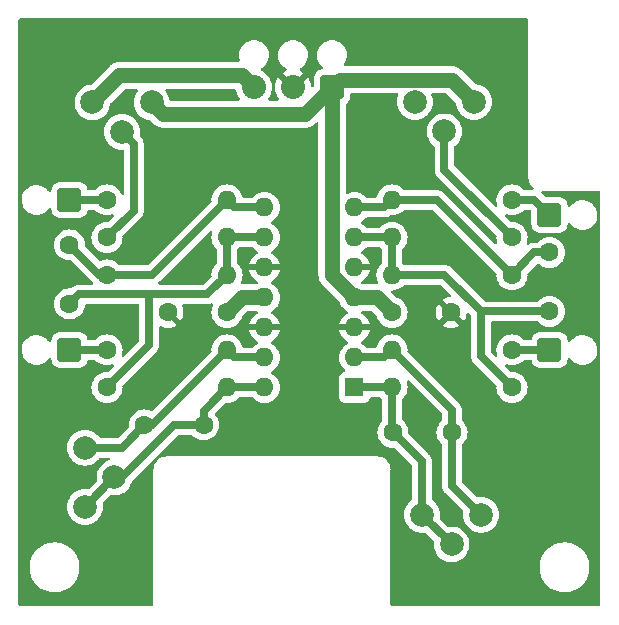
<source format=gtl>
%TF.GenerationSoftware,KiCad,Pcbnew,(6.0.0-0)*%
%TF.CreationDate,2022-01-01T23:16:52+00:00*%
%TF.ProjectId,cgs348-vco-output-buffer,63677333-3438-42d7-9663-6f2d6f757470,rev?*%
%TF.SameCoordinates,Original*%
%TF.FileFunction,Copper,L1,Top*%
%TF.FilePolarity,Positive*%
%FSLAX46Y46*%
G04 Gerber Fmt 4.6, Leading zero omitted, Abs format (unit mm)*
G04 Created by KiCad (PCBNEW (6.0.0-0)) date 2022-01-01 23:16:52*
%MOMM*%
%LPD*%
G01*
G04 APERTURE LIST*
G04 Aperture macros list*
%AMRoundRect*
0 Rectangle with rounded corners*
0 $1 Rounding radius*
0 $2 $3 $4 $5 $6 $7 $8 $9 X,Y pos of 4 corners*
0 Add a 4 corners polygon primitive as box body*
4,1,4,$2,$3,$4,$5,$6,$7,$8,$9,$2,$3,0*
0 Add four circle primitives for the rounded corners*
1,1,$1+$1,$2,$3*
1,1,$1+$1,$4,$5*
1,1,$1+$1,$6,$7*
1,1,$1+$1,$8,$9*
0 Add four rect primitives between the rounded corners*
20,1,$1+$1,$2,$3,$4,$5,0*
20,1,$1+$1,$4,$5,$6,$7,0*
20,1,$1+$1,$6,$7,$8,$9,0*
20,1,$1+$1,$8,$9,$2,$3,0*%
G04 Aperture macros list end*
%TA.AperFunction,ComponentPad*%
%ADD10C,1.600000*%
%TD*%
%TA.AperFunction,ComponentPad*%
%ADD11RoundRect,0.254000X0.762000X-0.762000X0.762000X0.762000X-0.762000X0.762000X-0.762000X-0.762000X0*%
%TD*%
%TA.AperFunction,ComponentPad*%
%ADD12RoundRect,0.254000X-0.762000X0.762000X-0.762000X-0.762000X0.762000X-0.762000X0.762000X0.762000X0*%
%TD*%
%TA.AperFunction,ComponentPad*%
%ADD13RoundRect,0.254000X0.762000X0.762000X-0.762000X0.762000X-0.762000X-0.762000X0.762000X-0.762000X0*%
%TD*%
%TA.AperFunction,ComponentPad*%
%ADD14C,2.032000*%
%TD*%
%TA.AperFunction,ComponentPad*%
%ADD15O,1.600000X1.600000*%
%TD*%
%TA.AperFunction,ComponentPad*%
%ADD16C,2.000000*%
%TD*%
%TA.AperFunction,ComponentPad*%
%ADD17R,1.600000X1.600000*%
%TD*%
%TA.AperFunction,ViaPad*%
%ADD18C,0.762000*%
%TD*%
%TA.AperFunction,Conductor*%
%ADD19C,1.270000*%
%TD*%
%TA.AperFunction,Conductor*%
%ADD20C,0.635000*%
%TD*%
G04 APERTURE END LIST*
D10*
%TO.P,C1,1*%
%TO.N,Net-(C1-Pad1)*%
X126365000Y-137160000D03*
%TO.P,C1,2*%
%TO.N,Net-(C1-Pad2)*%
X121365000Y-137160000D03*
%TD*%
%TO.P,C2,1*%
%TO.N,Net-(C2-Pad1)*%
X100330000Y-136525000D03*
%TO.P,C2,2*%
%TO.N,Net-(C2-Pad2)*%
X105330000Y-136525000D03*
%TD*%
D11*
%TO.P,J1,1*%
%TO.N,Net-(J1-Pad1)*%
X134620000Y-130175000D03*
%TD*%
D12*
%TO.P,J2,1*%
%TO.N,Net-(J2-Pad1)*%
X93980000Y-130175000D03*
%TD*%
D11*
%TO.P,J3,1*%
%TO.N,Net-(J3-Pad1)*%
X134620000Y-118745000D03*
%TD*%
D12*
%TO.P,J4,1*%
%TO.N,Net-(J4-Pad1)*%
X93980000Y-117475000D03*
%TD*%
D13*
%TO.P,J5,1,Pin_1*%
%TO.N,+12V*%
X116205000Y-107950000D03*
D14*
%TO.P,J5,2,Pin_2*%
%TO.N,GND*%
X112903000Y-107950000D03*
%TO.P,J5,3,Pin_3*%
%TO.N,-12V*%
X109601000Y-107950000D03*
%TD*%
D10*
%TO.P,R1,1*%
%TO.N,Net-(J1-Pad1)*%
X131445000Y-130175000D03*
D15*
%TO.P,R1,2*%
%TO.N,Net-(C1-Pad1)*%
X121285000Y-130175000D03*
%TD*%
D10*
%TO.P,R2,1*%
%TO.N,Net-(J2-Pad1)*%
X97155000Y-130175000D03*
D15*
%TO.P,R2,2*%
%TO.N,Net-(C2-Pad1)*%
X107315000Y-130175000D03*
%TD*%
D10*
%TO.P,R3,1*%
%TO.N,Net-(C3-Pad1)*%
X131445000Y-133350000D03*
D15*
%TO.P,R3,2*%
%TO.N,Net-(C1-Pad2)*%
X121285000Y-133350000D03*
%TD*%
D10*
%TO.P,R4,1*%
%TO.N,Net-(C4-Pad1)*%
X97155000Y-133350000D03*
D15*
%TO.P,R4,2*%
%TO.N,Net-(C2-Pad2)*%
X107315000Y-133350000D03*
%TD*%
D10*
%TO.P,R5,1*%
%TO.N,Net-(R5-Pad1)*%
X131445000Y-120650000D03*
D15*
%TO.P,R5,2*%
%TO.N,Net-(C3-Pad1)*%
X121285000Y-120650000D03*
%TD*%
D10*
%TO.P,R6,1*%
%TO.N,Net-(R6-Pad1)*%
X97155000Y-120650000D03*
D15*
%TO.P,R6,2*%
%TO.N,Net-(C4-Pad1)*%
X107315000Y-120650000D03*
%TD*%
D10*
%TO.P,R7,1*%
%TO.N,Net-(C3-Pad2)*%
X131445000Y-123825000D03*
D15*
%TO.P,R7,2*%
%TO.N,Net-(C3-Pad1)*%
X121285000Y-123825000D03*
%TD*%
D10*
%TO.P,R8,1*%
%TO.N,Net-(C4-Pad2)*%
X97155000Y-123825000D03*
D15*
%TO.P,R8,2*%
%TO.N,Net-(C4-Pad1)*%
X107315000Y-123825000D03*
%TD*%
D16*
%TO.P,RV1,1,1*%
%TO.N,Net-(C1-Pad1)*%
X128825000Y-144145000D03*
%TO.P,RV1,2,2*%
%TO.N,Net-(C1-Pad2)*%
X126325000Y-146645000D03*
%TO.P,RV1,3,3*%
X123825000Y-144145000D03*
%TD*%
%TO.P,RV2,1,1*%
%TO.N,Net-(C2-Pad1)*%
X95290000Y-138470000D03*
%TO.P,RV2,2,2*%
%TO.N,Net-(C2-Pad2)*%
X97790000Y-140970000D03*
%TO.P,RV2,3,3*%
X95290000Y-143470000D03*
%TD*%
%TO.P,RV3,1,1*%
%TO.N,+12V*%
X128230000Y-109180000D03*
%TO.P,RV3,2,2*%
%TO.N,Net-(R5-Pad1)*%
X125730000Y-111680000D03*
%TO.P,RV3,3,3*%
%TO.N,-12V*%
X123230000Y-109180000D03*
%TD*%
%TO.P,RV4,1,1*%
%TO.N,+12V*%
X100925000Y-109220000D03*
%TO.P,RV4,2,2*%
%TO.N,Net-(R6-Pad1)*%
X98425000Y-111720000D03*
%TO.P,RV4,3,3*%
%TO.N,-12V*%
X95925000Y-109220000D03*
%TD*%
D17*
%TO.P,U1,1*%
%TO.N,Net-(C1-Pad2)*%
X118110000Y-133350000D03*
D15*
%TO.P,U1,2,-*%
%TO.N,Net-(C1-Pad1)*%
X118110000Y-130810000D03*
%TO.P,U1,3,+*%
%TO.N,GND*%
X118110000Y-128270000D03*
%TO.P,U1,4,V+*%
%TO.N,+12V*%
X118110000Y-125730000D03*
%TO.P,U1,5,+*%
%TO.N,GND*%
X118110000Y-123190000D03*
%TO.P,U1,6,-*%
%TO.N,Net-(C3-Pad1)*%
X118110000Y-120650000D03*
%TO.P,U1,7*%
%TO.N,Net-(C3-Pad2)*%
X118110000Y-118110000D03*
%TO.P,U1,8*%
%TO.N,Net-(C4-Pad2)*%
X110490000Y-118110000D03*
%TO.P,U1,9,-*%
%TO.N,Net-(C4-Pad1)*%
X110490000Y-120650000D03*
%TO.P,U1,10,+*%
%TO.N,GND*%
X110490000Y-123190000D03*
%TO.P,U1,11,V-*%
%TO.N,-12V*%
X110490000Y-125730000D03*
%TO.P,U1,12,+*%
%TO.N,GND*%
X110490000Y-128270000D03*
%TO.P,U1,13,-*%
%TO.N,Net-(C2-Pad1)*%
X110490000Y-130810000D03*
%TO.P,U1,14*%
%TO.N,Net-(C2-Pad2)*%
X110490000Y-133350000D03*
%TD*%
D10*
%TO.P,R9,1*%
%TO.N,Net-(J3-Pad1)*%
X131445000Y-117475000D03*
D15*
%TO.P,R9,2*%
%TO.N,Net-(C3-Pad2)*%
X121285000Y-117475000D03*
%TD*%
D10*
%TO.P,R10,1*%
%TO.N,Net-(J4-Pad1)*%
X97155000Y-117475000D03*
D15*
%TO.P,R10,2*%
%TO.N,Net-(C4-Pad2)*%
X107315000Y-117475000D03*
%TD*%
D10*
%TO.P,C5,1*%
%TO.N,+12V*%
X121285000Y-127000000D03*
%TO.P,C5,2*%
%TO.N,GND*%
X126285000Y-127000000D03*
%TD*%
%TO.P,C4,1*%
%TO.N,Net-(C4-Pad1)*%
X93980000Y-126285000D03*
%TO.P,C4,2*%
%TO.N,Net-(C4-Pad2)*%
X93980000Y-121285000D03*
%TD*%
%TO.P,C6,1*%
%TO.N,GND*%
X102315000Y-127000000D03*
%TO.P,C6,2*%
%TO.N,-12V*%
X107315000Y-127000000D03*
%TD*%
%TO.P,C3,1*%
%TO.N,Net-(C3-Pad1)*%
X134620000Y-126920000D03*
%TO.P,C3,2*%
%TO.N,Net-(C3-Pad2)*%
X134620000Y-121920000D03*
%TD*%
D18*
%TO.N,GND*%
X106045000Y-113538000D03*
X93599000Y-106045000D03*
X114173000Y-119507000D03*
X137541000Y-126111000D03*
X91186000Y-125984000D03*
X114300000Y-132715000D03*
X135763000Y-139065000D03*
X98933000Y-147955000D03*
X100584000Y-120523000D03*
X120269000Y-104013000D03*
X93472000Y-134366000D03*
X105283000Y-102616000D03*
X120777000Y-113665000D03*
X130937000Y-105537000D03*
X104013000Y-123571000D03*
X114173000Y-129286000D03*
X124587000Y-120650000D03*
X114173000Y-122301000D03*
X132334000Y-144018000D03*
X105664000Y-108585000D03*
%TD*%
D19*
%TO.N,+12V*%
X113935000Y-110220000D02*
X116205000Y-107950000D01*
X126341489Y-107291489D02*
X128230000Y-109180000D01*
X116205000Y-107950000D02*
X116863511Y-107291489D01*
X116863511Y-107291489D02*
X126341489Y-107291489D01*
X100925000Y-109220000D02*
X101925000Y-110220000D01*
X120015000Y-125730000D02*
X121285000Y-127000000D01*
X116205000Y-123825000D02*
X118110000Y-125730000D01*
X101925000Y-110220000D02*
X113935000Y-110220000D01*
X116205000Y-107950000D02*
X116205000Y-123825000D01*
X118110000Y-125730000D02*
X120015000Y-125730000D01*
%TO.N,-12V*%
X108585001Y-106934001D02*
X109601000Y-107950000D01*
X98210999Y-106934001D02*
X108585001Y-106934001D01*
X108585000Y-125730000D02*
X107315000Y-127000000D01*
X95925000Y-109220000D02*
X98210999Y-106934001D01*
X110490000Y-125730000D02*
X108585000Y-125730000D01*
D20*
%TO.N,Net-(J1-Pad1)*%
X131445000Y-130175000D02*
X134620000Y-130175000D01*
%TO.N,Net-(J2-Pad1)*%
X97155000Y-130175000D02*
X93980000Y-130175000D01*
%TO.N,Net-(J3-Pad1)*%
X133350000Y-117475000D02*
X134620000Y-118745000D01*
X131445000Y-117475000D02*
X133350000Y-117475000D01*
%TO.N,Net-(J4-Pad1)*%
X97155000Y-117475000D02*
X93980000Y-117475000D01*
%TO.N,Net-(C1-Pad1)*%
X126365000Y-135255000D02*
X126365000Y-137160000D01*
X120650000Y-130810000D02*
X121285000Y-130175000D01*
X121285000Y-130175000D02*
X126365000Y-135255000D01*
X126365000Y-137160000D02*
X126365000Y-141685000D01*
X126365000Y-141685000D02*
X128825000Y-144145000D01*
X118110000Y-130810000D02*
X120650000Y-130810000D01*
%TO.N,Net-(C1-Pad2)*%
X123825000Y-139620000D02*
X121365000Y-137160000D01*
X118110000Y-133350000D02*
X121285000Y-133350000D01*
X121285000Y-137080000D02*
X121365000Y-137160000D01*
X121285000Y-133350000D02*
X121285000Y-137080000D01*
X123825000Y-144145000D02*
X123825000Y-139620000D01*
X126325000Y-146645000D02*
X123825000Y-144145000D01*
%TO.N,Net-(C2-Pad1)*%
X107950000Y-130810000D02*
X107315000Y-130175000D01*
X95290000Y-138470000D02*
X98385000Y-138470000D01*
X107315000Y-130175000D02*
X100965000Y-136525000D01*
X110490000Y-130810000D02*
X107950000Y-130810000D01*
X100965000Y-136525000D02*
X100330000Y-136525000D01*
X98385000Y-138470000D02*
X100330000Y-136525000D01*
%TO.N,Net-(C2-Pad2)*%
X95290000Y-143470000D02*
X97790000Y-140970000D01*
X105330000Y-136525000D02*
X105330000Y-135335000D01*
X105330000Y-135335000D02*
X107315000Y-133350000D01*
X98425000Y-140970000D02*
X97790000Y-140970000D01*
X105330000Y-136525000D02*
X102870000Y-136525000D01*
X110490000Y-133350000D02*
X107315000Y-133350000D01*
X102870000Y-136525000D02*
X98425000Y-140970000D01*
%TO.N,Net-(C3-Pad1)*%
X134620000Y-126920000D02*
X128825000Y-126920000D01*
X118110000Y-120650000D02*
X121285000Y-120650000D01*
X128825000Y-126920000D02*
X125730000Y-123825000D01*
X128825000Y-126920000D02*
X128825000Y-130730000D01*
X128825000Y-130730000D02*
X131445000Y-133350000D01*
X125730000Y-123825000D02*
X121285000Y-123825000D01*
X121285000Y-120650000D02*
X121285000Y-123825000D01*
%TO.N,Net-(C3-Pad2)*%
X133350000Y-121920000D02*
X131445000Y-123825000D01*
X125095000Y-117475000D02*
X131445000Y-123825000D01*
X121285000Y-117475000D02*
X125095000Y-117475000D01*
X118110000Y-118110000D02*
X120650000Y-118110000D01*
X134620000Y-121920000D02*
X133350000Y-121920000D01*
X120650000Y-118110000D02*
X121285000Y-117475000D01*
%TO.N,Net-(C4-Pad1)*%
X93980000Y-126285000D02*
X94779999Y-125485001D01*
X94779999Y-125485001D02*
X100720001Y-125485001D01*
X110490000Y-120650000D02*
X107315000Y-120650000D01*
X100720001Y-125485001D02*
X105654999Y-125485001D01*
X105654999Y-125485001D02*
X107315000Y-123825000D01*
X100720001Y-125485001D02*
X100720001Y-129784999D01*
X107315000Y-120650000D02*
X107315000Y-123825000D01*
X100720001Y-129784999D02*
X97155000Y-133350000D01*
%TO.N,Net-(R5-Pad1)*%
X131445000Y-120650000D02*
X125730000Y-114935000D01*
X125730000Y-114935000D02*
X125730000Y-111680000D01*
%TO.N,Net-(R6-Pad1)*%
X99425000Y-112720000D02*
X99425000Y-118380000D01*
X98425000Y-111720000D02*
X99425000Y-112720000D01*
X99425000Y-118380000D02*
X97155000Y-120650000D01*
%TO.N,Net-(C4-Pad2)*%
X97155000Y-123825000D02*
X100965000Y-123825000D01*
X100965000Y-123825000D02*
X107315000Y-117475000D01*
X97155000Y-123825000D02*
X96520000Y-123825000D01*
X107950000Y-118110000D02*
X107315000Y-117475000D01*
X110490000Y-118110000D02*
X107950000Y-118110000D01*
X96520000Y-123825000D02*
X93980000Y-121285000D01*
%TD*%
%TA.AperFunction,Conductor*%
%TO.N,GND*%
G36*
X132685058Y-102109500D02*
G01*
X132699859Y-102111805D01*
X132699862Y-102111805D01*
X132708731Y-102113186D01*
X132714852Y-102112385D01*
X132781374Y-102132803D01*
X132827209Y-102187022D01*
X132835777Y-102228865D01*
X132836814Y-102228729D01*
X132840936Y-102260250D01*
X132842000Y-102276588D01*
X132842000Y-115516792D01*
X132840254Y-115537696D01*
X132836929Y-115557460D01*
X132836776Y-115569999D01*
X132838488Y-115581952D01*
X132839281Y-115588829D01*
X132855065Y-115769237D01*
X132856489Y-115774551D01*
X132856489Y-115774552D01*
X132903634Y-115950500D01*
X132906828Y-115962422D01*
X132909151Y-115967403D01*
X132909151Y-115967404D01*
X132989025Y-116138696D01*
X132989028Y-116138701D01*
X132991351Y-116143683D01*
X132994507Y-116148190D01*
X132994508Y-116148192D01*
X133095958Y-116293077D01*
X133106066Y-116307513D01*
X133232458Y-116433905D01*
X133266484Y-116496217D01*
X133261419Y-116567032D01*
X133218872Y-116623868D01*
X133152352Y-116648679D01*
X133143363Y-116649000D01*
X132521688Y-116649000D01*
X132453567Y-116628998D01*
X132432593Y-116612095D01*
X132289300Y-116468802D01*
X132284792Y-116465645D01*
X132284789Y-116465643D01*
X132122654Y-116352115D01*
X132101749Y-116337477D01*
X132096767Y-116335154D01*
X132096762Y-116335151D01*
X131899225Y-116243039D01*
X131899224Y-116243039D01*
X131894243Y-116240716D01*
X131888935Y-116239294D01*
X131888933Y-116239293D01*
X131678402Y-116182881D01*
X131678400Y-116182881D01*
X131673087Y-116181457D01*
X131445000Y-116161502D01*
X131216913Y-116181457D01*
X131211600Y-116182881D01*
X131211598Y-116182881D01*
X131001067Y-116239293D01*
X131001065Y-116239294D01*
X130995757Y-116240716D01*
X130990776Y-116243039D01*
X130990775Y-116243039D01*
X130793238Y-116335151D01*
X130793233Y-116335154D01*
X130788251Y-116337477D01*
X130767346Y-116352115D01*
X130605211Y-116465643D01*
X130605208Y-116465645D01*
X130600700Y-116468802D01*
X130438802Y-116630700D01*
X130435645Y-116635208D01*
X130435643Y-116635211D01*
X130414398Y-116665552D01*
X130307477Y-116818251D01*
X130305154Y-116823233D01*
X130305151Y-116823238D01*
X130223862Y-116997565D01*
X130210716Y-117025757D01*
X130209294Y-117031064D01*
X130209293Y-117031067D01*
X130155071Y-117233425D01*
X130151457Y-117246913D01*
X130131502Y-117475000D01*
X130151457Y-117703087D01*
X130207358Y-117911709D01*
X130205668Y-117982686D01*
X130165874Y-118041482D01*
X130100610Y-118069430D01*
X130030596Y-118057657D01*
X129996556Y-118033416D01*
X126592905Y-114629765D01*
X126558879Y-114567453D01*
X126556000Y-114540670D01*
X126556000Y-113013601D01*
X126576002Y-112945480D01*
X126611770Y-112910469D01*
X126611191Y-112909672D01*
X126615197Y-112906761D01*
X126619416Y-112904176D01*
X126799969Y-112749969D01*
X126954176Y-112569416D01*
X126956755Y-112565208D01*
X126956759Y-112565202D01*
X127075654Y-112371183D01*
X127078240Y-112366963D01*
X127080407Y-112361733D01*
X127167211Y-112152167D01*
X127167212Y-112152165D01*
X127169105Y-112147594D01*
X127198393Y-112025599D01*
X127223380Y-111921524D01*
X127223381Y-111921518D01*
X127224535Y-111916711D01*
X127243165Y-111680000D01*
X127224535Y-111443289D01*
X127206371Y-111367628D01*
X127184582Y-111276873D01*
X127169105Y-111212406D01*
X127163623Y-111199171D01*
X127080135Y-110997611D01*
X127080133Y-110997607D01*
X127078240Y-110993037D01*
X126981271Y-110834798D01*
X126956759Y-110794798D01*
X126956755Y-110794792D01*
X126954176Y-110790584D01*
X126799969Y-110610031D01*
X126619416Y-110455824D01*
X126615208Y-110453245D01*
X126615202Y-110453241D01*
X126421183Y-110334346D01*
X126416963Y-110331760D01*
X126412393Y-110329867D01*
X126412389Y-110329865D01*
X126202167Y-110242789D01*
X126202165Y-110242788D01*
X126197594Y-110240895D01*
X126117391Y-110221640D01*
X125971524Y-110186620D01*
X125971518Y-110186619D01*
X125966711Y-110185465D01*
X125730000Y-110166835D01*
X125493289Y-110185465D01*
X125488482Y-110186619D01*
X125488476Y-110186620D01*
X125342609Y-110221640D01*
X125262406Y-110240895D01*
X125257835Y-110242788D01*
X125257833Y-110242789D01*
X125047611Y-110329865D01*
X125047607Y-110329867D01*
X125043037Y-110331760D01*
X125038817Y-110334346D01*
X124844798Y-110453241D01*
X124844792Y-110453245D01*
X124840584Y-110455824D01*
X124660031Y-110610031D01*
X124505824Y-110790584D01*
X124503245Y-110794792D01*
X124503241Y-110794798D01*
X124478729Y-110834798D01*
X124381760Y-110993037D01*
X124379867Y-110997607D01*
X124379865Y-110997611D01*
X124296377Y-111199171D01*
X124290895Y-111212406D01*
X124275418Y-111276873D01*
X124253630Y-111367628D01*
X124235465Y-111443289D01*
X124216835Y-111680000D01*
X124235465Y-111916711D01*
X124236619Y-111921518D01*
X124236620Y-111921524D01*
X124261607Y-112025599D01*
X124290895Y-112147594D01*
X124292788Y-112152165D01*
X124292789Y-112152167D01*
X124379594Y-112361733D01*
X124381760Y-112366963D01*
X124384346Y-112371183D01*
X124503241Y-112565202D01*
X124503245Y-112565208D01*
X124505824Y-112569416D01*
X124660031Y-112749969D01*
X124840584Y-112904176D01*
X124844803Y-112906761D01*
X124848809Y-112909672D01*
X124848006Y-112910777D01*
X124891468Y-112958820D01*
X124904000Y-113013601D01*
X124904000Y-114894967D01*
X124903558Y-114905511D01*
X124899377Y-114955300D01*
X124900279Y-114962060D01*
X124909706Y-115032704D01*
X124910073Y-115035743D01*
X124918511Y-115113417D01*
X124920687Y-115119883D01*
X124921204Y-115122233D01*
X124921301Y-115122783D01*
X124921480Y-115123550D01*
X124921635Y-115124085D01*
X124922211Y-115126432D01*
X124923113Y-115133190D01*
X124925445Y-115139596D01*
X124949810Y-115206540D01*
X124950826Y-115209443D01*
X124973575Y-115277039D01*
X124973578Y-115277046D01*
X124975754Y-115283511D01*
X124979269Y-115289360D01*
X124980282Y-115291553D01*
X124980494Y-115292068D01*
X124980827Y-115292766D01*
X124981100Y-115293267D01*
X124982160Y-115295421D01*
X124984494Y-115301834D01*
X125026342Y-115367775D01*
X125027956Y-115370390D01*
X125068186Y-115437344D01*
X125072867Y-115442295D01*
X125074337Y-115444231D01*
X125074985Y-115445162D01*
X125077885Y-115448996D01*
X125080657Y-115453364D01*
X125084323Y-115457464D01*
X125136246Y-115509387D01*
X125138699Y-115511909D01*
X125181775Y-115557460D01*
X125191496Y-115567740D01*
X125197137Y-115571574D01*
X125201989Y-115575703D01*
X125209419Y-115582560D01*
X130101649Y-120474790D01*
X130135675Y-120537102D01*
X130138075Y-120574866D01*
X130133562Y-120626457D01*
X130131502Y-120650000D01*
X130151457Y-120878087D01*
X130152881Y-120883400D01*
X130152881Y-120883402D01*
X130207357Y-121086709D01*
X130205667Y-121157685D01*
X130165873Y-121216481D01*
X130100609Y-121244429D01*
X130030595Y-121232656D01*
X129996558Y-121208417D01*
X125707385Y-116919245D01*
X125700242Y-116911478D01*
X125672390Y-116878520D01*
X125667985Y-116873307D01*
X125658771Y-116866262D01*
X125624422Y-116840001D01*
X125605934Y-116825866D01*
X125603514Y-116823968D01*
X125542650Y-116775031D01*
X125536540Y-116771998D01*
X125534504Y-116770696D01*
X125534048Y-116770377D01*
X125533390Y-116769967D01*
X125532900Y-116769698D01*
X125530834Y-116768447D01*
X125525414Y-116764303D01*
X125454646Y-116731304D01*
X125451875Y-116729970D01*
X125428136Y-116718186D01*
X125381898Y-116695233D01*
X125375273Y-116693581D01*
X125373006Y-116692747D01*
X125372481Y-116692528D01*
X125371777Y-116692279D01*
X125371227Y-116692117D01*
X125368943Y-116691339D01*
X125362761Y-116688457D01*
X125356103Y-116686969D01*
X125356095Y-116686966D01*
X125286542Y-116671419D01*
X125283546Y-116670711D01*
X125214385Y-116653467D01*
X125214382Y-116653467D01*
X125207762Y-116651816D01*
X125200941Y-116651625D01*
X125198544Y-116651297D01*
X125197430Y-116651096D01*
X125192656Y-116650434D01*
X125187616Y-116649307D01*
X125182125Y-116649000D01*
X125108711Y-116649000D01*
X125105193Y-116648951D01*
X125104283Y-116648926D01*
X125028365Y-116646805D01*
X125021658Y-116648084D01*
X125015323Y-116648594D01*
X125005216Y-116649000D01*
X122361688Y-116649000D01*
X122293567Y-116628998D01*
X122272593Y-116612095D01*
X122129300Y-116468802D01*
X122124792Y-116465645D01*
X122124789Y-116465643D01*
X121962654Y-116352115D01*
X121941749Y-116337477D01*
X121936767Y-116335154D01*
X121936762Y-116335151D01*
X121739225Y-116243039D01*
X121739224Y-116243039D01*
X121734243Y-116240716D01*
X121728935Y-116239294D01*
X121728933Y-116239293D01*
X121518402Y-116182881D01*
X121518400Y-116182881D01*
X121513087Y-116181457D01*
X121285000Y-116161502D01*
X121056913Y-116181457D01*
X121051600Y-116182881D01*
X121051598Y-116182881D01*
X120841067Y-116239293D01*
X120841065Y-116239294D01*
X120835757Y-116240716D01*
X120830776Y-116243039D01*
X120830775Y-116243039D01*
X120633238Y-116335151D01*
X120633233Y-116335154D01*
X120628251Y-116337477D01*
X120607346Y-116352115D01*
X120445211Y-116465643D01*
X120445208Y-116465645D01*
X120440700Y-116468802D01*
X120278802Y-116630700D01*
X120275645Y-116635208D01*
X120275643Y-116635211D01*
X120254398Y-116665552D01*
X120147477Y-116818251D01*
X120145154Y-116823233D01*
X120145151Y-116823238D01*
X120063862Y-116997565D01*
X120050716Y-117025757D01*
X120049294Y-117031064D01*
X120006543Y-117190612D01*
X119969591Y-117251234D01*
X119905730Y-117282256D01*
X119884836Y-117284000D01*
X119186688Y-117284000D01*
X119118567Y-117263998D01*
X119097593Y-117247095D01*
X118954300Y-117103802D01*
X118949792Y-117100645D01*
X118949789Y-117100643D01*
X118871611Y-117045902D01*
X118766749Y-116972477D01*
X118761767Y-116970154D01*
X118761762Y-116970151D01*
X118564225Y-116878039D01*
X118564224Y-116878039D01*
X118559243Y-116875716D01*
X118553935Y-116874294D01*
X118553933Y-116874293D01*
X118343402Y-116817881D01*
X118343400Y-116817881D01*
X118338087Y-116816457D01*
X118110000Y-116796502D01*
X117881913Y-116816457D01*
X117876600Y-116817881D01*
X117876598Y-116817881D01*
X117666067Y-116874293D01*
X117666065Y-116874294D01*
X117660757Y-116875716D01*
X117655776Y-116878039D01*
X117655775Y-116878039D01*
X117527750Y-116937738D01*
X117457558Y-116948399D01*
X117392745Y-116919419D01*
X117353889Y-116859999D01*
X117348500Y-116823543D01*
X117348500Y-109442842D01*
X117368502Y-109374721D01*
X117408196Y-109335698D01*
X117437627Y-109317485D01*
X117437628Y-109317484D01*
X117443850Y-109313634D01*
X117569466Y-109187799D01*
X117574274Y-109180000D01*
X117658921Y-109042674D01*
X117662764Y-109036440D01*
X117692025Y-108948223D01*
X117716575Y-108874209D01*
X117716576Y-108874207D01*
X117718741Y-108867678D01*
X117729500Y-108762666D01*
X117729500Y-108560989D01*
X117749502Y-108492868D01*
X117803158Y-108446375D01*
X117855500Y-108434989D01*
X121717232Y-108434989D01*
X121785353Y-108454991D01*
X121831846Y-108508647D01*
X121841950Y-108578921D01*
X121833641Y-108609207D01*
X121792789Y-108707832D01*
X121792789Y-108707833D01*
X121790895Y-108712406D01*
X121789740Y-108717218D01*
X121737825Y-108933459D01*
X121735465Y-108943289D01*
X121716835Y-109180000D01*
X121735465Y-109416711D01*
X121736619Y-109421518D01*
X121736620Y-109421524D01*
X121771640Y-109567391D01*
X121790895Y-109647594D01*
X121792788Y-109652165D01*
X121792789Y-109652167D01*
X121809358Y-109692167D01*
X121881760Y-109866963D01*
X121884346Y-109871183D01*
X122003241Y-110065202D01*
X122003245Y-110065208D01*
X122005824Y-110069416D01*
X122160031Y-110249969D01*
X122340584Y-110404176D01*
X122344792Y-110406755D01*
X122344798Y-110406759D01*
X122420650Y-110453241D01*
X122543037Y-110528240D01*
X122547607Y-110530133D01*
X122547611Y-110530135D01*
X122732754Y-110606823D01*
X122762406Y-110619105D01*
X122842609Y-110638360D01*
X122988476Y-110673380D01*
X122988482Y-110673381D01*
X122993289Y-110674535D01*
X123230000Y-110693165D01*
X123466711Y-110674535D01*
X123471518Y-110673381D01*
X123471524Y-110673380D01*
X123617391Y-110638360D01*
X123697594Y-110619105D01*
X123727246Y-110606823D01*
X123912389Y-110530135D01*
X123912393Y-110530133D01*
X123916963Y-110528240D01*
X124039350Y-110453241D01*
X124115202Y-110406759D01*
X124115208Y-110406755D01*
X124119416Y-110404176D01*
X124299969Y-110249969D01*
X124454176Y-110069416D01*
X124456755Y-110065208D01*
X124456759Y-110065202D01*
X124575654Y-109871183D01*
X124578240Y-109866963D01*
X124650643Y-109692167D01*
X124667211Y-109652167D01*
X124667212Y-109652165D01*
X124669105Y-109647594D01*
X124688360Y-109567391D01*
X124723380Y-109421524D01*
X124723381Y-109421518D01*
X124724535Y-109416711D01*
X124743165Y-109180000D01*
X124724535Y-108943289D01*
X124722176Y-108933459D01*
X124670260Y-108717218D01*
X124669105Y-108712406D01*
X124667211Y-108707833D01*
X124667211Y-108707832D01*
X124626359Y-108609207D01*
X124618770Y-108538617D01*
X124650550Y-108475130D01*
X124711608Y-108438903D01*
X124742768Y-108434989D01*
X125815646Y-108434989D01*
X125883767Y-108454991D01*
X125904741Y-108471894D01*
X126692848Y-109260001D01*
X126726874Y-109322313D01*
X126729365Y-109339209D01*
X126735465Y-109416711D01*
X126736619Y-109421518D01*
X126736620Y-109421524D01*
X126771640Y-109567391D01*
X126790895Y-109647594D01*
X126792788Y-109652165D01*
X126792789Y-109652167D01*
X126809358Y-109692167D01*
X126881760Y-109866963D01*
X126884346Y-109871183D01*
X127003241Y-110065202D01*
X127003245Y-110065208D01*
X127005824Y-110069416D01*
X127160031Y-110249969D01*
X127340584Y-110404176D01*
X127344792Y-110406755D01*
X127344798Y-110406759D01*
X127420650Y-110453241D01*
X127543037Y-110528240D01*
X127547607Y-110530133D01*
X127547611Y-110530135D01*
X127732754Y-110606823D01*
X127762406Y-110619105D01*
X127842609Y-110638360D01*
X127988476Y-110673380D01*
X127988482Y-110673381D01*
X127993289Y-110674535D01*
X128230000Y-110693165D01*
X128466711Y-110674535D01*
X128471518Y-110673381D01*
X128471524Y-110673380D01*
X128617391Y-110638360D01*
X128697594Y-110619105D01*
X128727246Y-110606823D01*
X128912389Y-110530135D01*
X128912393Y-110530133D01*
X128916963Y-110528240D01*
X129039350Y-110453241D01*
X129115202Y-110406759D01*
X129115208Y-110406755D01*
X129119416Y-110404176D01*
X129299969Y-110249969D01*
X129454176Y-110069416D01*
X129456755Y-110065208D01*
X129456759Y-110065202D01*
X129575654Y-109871183D01*
X129578240Y-109866963D01*
X129650643Y-109692167D01*
X129667211Y-109652167D01*
X129667212Y-109652165D01*
X129669105Y-109647594D01*
X129688360Y-109567391D01*
X129723380Y-109421524D01*
X129723381Y-109421518D01*
X129724535Y-109416711D01*
X129743165Y-109180000D01*
X129724535Y-108943289D01*
X129722176Y-108933459D01*
X129670260Y-108717218D01*
X129669105Y-108712406D01*
X129667211Y-108707833D01*
X129580135Y-108497611D01*
X129580133Y-108497607D01*
X129578240Y-108493037D01*
X129567267Y-108475130D01*
X129456759Y-108294798D01*
X129456755Y-108294792D01*
X129454176Y-108290584D01*
X129299969Y-108110031D01*
X129119416Y-107955824D01*
X129115208Y-107953245D01*
X129115202Y-107953241D01*
X128921183Y-107834346D01*
X128916963Y-107831760D01*
X128912393Y-107829867D01*
X128912389Y-107829865D01*
X128702167Y-107742789D01*
X128702165Y-107742788D01*
X128697594Y-107740895D01*
X128597539Y-107716874D01*
X128471524Y-107686620D01*
X128471518Y-107686619D01*
X128466711Y-107685465D01*
X128408994Y-107680922D01*
X128389209Y-107679365D01*
X128322868Y-107654079D01*
X128310001Y-107642848D01*
X127180338Y-106513185D01*
X127174701Y-106507167D01*
X127160071Y-106490485D01*
X127131995Y-106458470D01*
X127119800Y-106448856D01*
X127062507Y-106403691D01*
X127059942Y-106401613D01*
X126996389Y-106348755D01*
X126996384Y-106348751D01*
X126991949Y-106345063D01*
X126986915Y-106342244D01*
X126983905Y-106340175D01*
X126974635Y-106333981D01*
X126971490Y-106331938D01*
X126966952Y-106328361D01*
X126961844Y-106325673D01*
X126961840Y-106325671D01*
X126888673Y-106287177D01*
X126885773Y-106285602D01*
X126813628Y-106245198D01*
X126813626Y-106245197D01*
X126808585Y-106242374D01*
X126803113Y-106240517D01*
X126799713Y-106239003D01*
X126789502Y-106234616D01*
X126786068Y-106233194D01*
X126780962Y-106230507D01*
X126775448Y-106228795D01*
X126775446Y-106228794D01*
X126696490Y-106204277D01*
X126693354Y-106203258D01*
X126624262Y-106179805D01*
X126609577Y-106174820D01*
X126603864Y-106173991D01*
X126600351Y-106173148D01*
X126589338Y-106170656D01*
X126585771Y-106169898D01*
X126580255Y-106168185D01*
X126574527Y-106167507D01*
X126574522Y-106167506D01*
X126522122Y-106161305D01*
X126492371Y-106157783D01*
X126489149Y-106157359D01*
X126401592Y-106144664D01*
X126319435Y-106147892D01*
X126314488Y-106147989D01*
X117334236Y-106147989D01*
X117266115Y-106127987D01*
X117219622Y-106074331D01*
X117209518Y-106004057D01*
X117229655Y-105951713D01*
X117309159Y-105833399D01*
X117309164Y-105833390D01*
X117312290Y-105828738D01*
X117402588Y-105623033D01*
X117455032Y-105404589D01*
X117467963Y-105180310D01*
X117440975Y-104957285D01*
X117374918Y-104742565D01*
X117309798Y-104616396D01*
X117274454Y-104547919D01*
X117274454Y-104547918D01*
X117271882Y-104542936D01*
X117135123Y-104364708D01*
X116968964Y-104213515D01*
X116964217Y-104210537D01*
X116964214Y-104210535D01*
X116783405Y-104097115D01*
X116778656Y-104094136D01*
X116570217Y-104010344D01*
X116350233Y-103964787D01*
X116345622Y-103964521D01*
X116345621Y-103964521D01*
X116295048Y-103961605D01*
X116295044Y-103961605D01*
X116293225Y-103961500D01*
X116148001Y-103961500D01*
X116145214Y-103961749D01*
X116145208Y-103961749D01*
X116075071Y-103968009D01*
X115981238Y-103976383D01*
X115975824Y-103977864D01*
X115975819Y-103977865D01*
X115861262Y-104009205D01*
X115764549Y-104035663D01*
X115759491Y-104038075D01*
X115759487Y-104038077D01*
X115663165Y-104084021D01*
X115561782Y-104132378D01*
X115379346Y-104263471D01*
X115223008Y-104424799D01*
X115097710Y-104611262D01*
X115007412Y-104816967D01*
X114954968Y-105035411D01*
X114942037Y-105259690D01*
X114969025Y-105482715D01*
X115035082Y-105697435D01*
X115037652Y-105702415D01*
X115037654Y-105702419D01*
X115102852Y-105828738D01*
X115138118Y-105897064D01*
X115274877Y-106075292D01*
X115279016Y-106079058D01*
X115279025Y-106079068D01*
X115424157Y-106211128D01*
X115461079Y-106271768D01*
X115459356Y-106342744D01*
X115419533Y-106401520D01*
X115352361Y-106429648D01*
X115324897Y-106432497D01*
X115292868Y-106435820D01*
X115292864Y-106435821D01*
X115286010Y-106436532D01*
X115279474Y-106438713D01*
X115279472Y-106438713D01*
X115170069Y-106475213D01*
X115117346Y-106492803D01*
X114966150Y-106586366D01*
X114840534Y-106712201D01*
X114747236Y-106863560D01*
X114691259Y-107032322D01*
X114680500Y-107137334D01*
X114680500Y-107805157D01*
X114660498Y-107873278D01*
X114643595Y-107894252D01*
X114636367Y-107901480D01*
X114574055Y-107935506D01*
X114503240Y-107930441D01*
X114446404Y-107887894D01*
X114421660Y-107822270D01*
X114413280Y-107715792D01*
X114411737Y-107706044D01*
X114358047Y-107482414D01*
X114354998Y-107473029D01*
X114266988Y-107260553D01*
X114262507Y-107251759D01*
X114157203Y-107079917D01*
X114146747Y-107070457D01*
X114137969Y-107074241D01*
X112992095Y-108220115D01*
X112929783Y-108254141D01*
X112858968Y-108249076D01*
X112813905Y-108220115D01*
X111671074Y-107077284D01*
X111658694Y-107070524D01*
X111651044Y-107076251D01*
X111543493Y-107251759D01*
X111539012Y-107260553D01*
X111451002Y-107473029D01*
X111447953Y-107482414D01*
X111394263Y-107706044D01*
X111392720Y-107715791D01*
X111377863Y-107904569D01*
X111360225Y-107950847D01*
X111375560Y-107979414D01*
X111377863Y-107995431D01*
X111392720Y-108184209D01*
X111394263Y-108193956D01*
X111447953Y-108417586D01*
X111451002Y-108426971D01*
X111539012Y-108639447D01*
X111543493Y-108648241D01*
X111663663Y-108844341D01*
X111669456Y-108852314D01*
X111683424Y-108868669D01*
X111712455Y-108933459D01*
X111701850Y-109003659D01*
X111654975Y-109056982D01*
X111587613Y-109076500D01*
X110917042Y-109076500D01*
X110848921Y-109056498D01*
X110802428Y-109002842D01*
X110792324Y-108932568D01*
X110821230Y-108868672D01*
X110838160Y-108848849D01*
X110963540Y-108644249D01*
X111034932Y-108471894D01*
X111053475Y-108427126D01*
X111053476Y-108427124D01*
X111055369Y-108422553D01*
X111078351Y-108326825D01*
X111110232Y-108194035D01*
X111110233Y-108194029D01*
X111111387Y-108189222D01*
X111126639Y-107995431D01*
X111144278Y-107949154D01*
X111128942Y-107920587D01*
X111126639Y-107904569D01*
X111112063Y-107719365D01*
X111111387Y-107710778D01*
X111110233Y-107705971D01*
X111110232Y-107705965D01*
X111056524Y-107482259D01*
X111055369Y-107477447D01*
X110963540Y-107255751D01*
X110838160Y-107051151D01*
X110682318Y-106868682D01*
X110652920Y-106843574D01*
X110503617Y-106716058D01*
X110503616Y-106716057D01*
X110499849Y-106712840D01*
X110295249Y-106587460D01*
X110290679Y-106585567D01*
X110290673Y-106585564D01*
X110215391Y-106554382D01*
X110160110Y-106509834D01*
X110137688Y-106442471D01*
X110155246Y-106373680D01*
X110209362Y-106324248D01*
X110239155Y-106310037D01*
X110239157Y-106310036D01*
X110244218Y-106307622D01*
X110426654Y-106176529D01*
X110519641Y-106080574D01*
X110579089Y-106019229D01*
X110579091Y-106019226D01*
X110582992Y-106015201D01*
X110708290Y-105828738D01*
X110798588Y-105623033D01*
X110851032Y-105404589D01*
X110859386Y-105259690D01*
X111640037Y-105259690D01*
X111667025Y-105482715D01*
X111733082Y-105697435D01*
X111735652Y-105702415D01*
X111735654Y-105702419D01*
X111800852Y-105828738D01*
X111836118Y-105897064D01*
X111972877Y-106075292D01*
X112139036Y-106226485D01*
X112143783Y-106229463D01*
X112143786Y-106229465D01*
X112307069Y-106331891D01*
X112354147Y-106385035D01*
X112365019Y-106455194D01*
X112336235Y-106520094D01*
X112288332Y-106555038D01*
X112213549Y-106586014D01*
X112204759Y-106590493D01*
X112032917Y-106695797D01*
X112023457Y-106706253D01*
X112027241Y-106715031D01*
X112890188Y-107577978D01*
X112904132Y-107585592D01*
X112905965Y-107585461D01*
X112912580Y-107581210D01*
X113775716Y-106718074D01*
X113782476Y-106705694D01*
X113776749Y-106698044D01*
X113601241Y-106590493D01*
X113592451Y-106586014D01*
X113516782Y-106554671D01*
X113461502Y-106510122D01*
X113439081Y-106442759D01*
X113456639Y-106373968D01*
X113510757Y-106324536D01*
X113511361Y-106324248D01*
X113546218Y-106307622D01*
X113728654Y-106176529D01*
X113821641Y-106080574D01*
X113881089Y-106019229D01*
X113881091Y-106019226D01*
X113884992Y-106015201D01*
X114010290Y-105828738D01*
X114100588Y-105623033D01*
X114153032Y-105404589D01*
X114165963Y-105180310D01*
X114138975Y-104957285D01*
X114072918Y-104742565D01*
X114007798Y-104616396D01*
X113972454Y-104547919D01*
X113972454Y-104547918D01*
X113969882Y-104542936D01*
X113833123Y-104364708D01*
X113666964Y-104213515D01*
X113662217Y-104210537D01*
X113662214Y-104210535D01*
X113481405Y-104097115D01*
X113476656Y-104094136D01*
X113268217Y-104010344D01*
X113048233Y-103964787D01*
X113043622Y-103964521D01*
X113043621Y-103964521D01*
X112993048Y-103961605D01*
X112993044Y-103961605D01*
X112991225Y-103961500D01*
X112846001Y-103961500D01*
X112843214Y-103961749D01*
X112843208Y-103961749D01*
X112773071Y-103968009D01*
X112679238Y-103976383D01*
X112673824Y-103977864D01*
X112673819Y-103977865D01*
X112559262Y-104009205D01*
X112462549Y-104035663D01*
X112457491Y-104038075D01*
X112457487Y-104038077D01*
X112361165Y-104084021D01*
X112259782Y-104132378D01*
X112077346Y-104263471D01*
X111921008Y-104424799D01*
X111795710Y-104611262D01*
X111705412Y-104816967D01*
X111652968Y-105035411D01*
X111640037Y-105259690D01*
X110859386Y-105259690D01*
X110863963Y-105180310D01*
X110836975Y-104957285D01*
X110770918Y-104742565D01*
X110705798Y-104616396D01*
X110670454Y-104547919D01*
X110670454Y-104547918D01*
X110667882Y-104542936D01*
X110531123Y-104364708D01*
X110364964Y-104213515D01*
X110360217Y-104210537D01*
X110360214Y-104210535D01*
X110179405Y-104097115D01*
X110174656Y-104094136D01*
X109966217Y-104010344D01*
X109746233Y-103964787D01*
X109741622Y-103964521D01*
X109741621Y-103964521D01*
X109691048Y-103961605D01*
X109691044Y-103961605D01*
X109689225Y-103961500D01*
X109544001Y-103961500D01*
X109541214Y-103961749D01*
X109541208Y-103961749D01*
X109471071Y-103968009D01*
X109377238Y-103976383D01*
X109371824Y-103977864D01*
X109371819Y-103977865D01*
X109257262Y-104009205D01*
X109160549Y-104035663D01*
X109155491Y-104038075D01*
X109155487Y-104038077D01*
X109059165Y-104084021D01*
X108957782Y-104132378D01*
X108775346Y-104263471D01*
X108619008Y-104424799D01*
X108493710Y-104611262D01*
X108403412Y-104816967D01*
X108350968Y-105035411D01*
X108338037Y-105259690D01*
X108365025Y-105482715D01*
X108366675Y-105488077D01*
X108409552Y-105627452D01*
X108410464Y-105698443D01*
X108372851Y-105758657D01*
X108308655Y-105788978D01*
X108289122Y-105790501D01*
X98253804Y-105790501D01*
X98245563Y-105790231D01*
X98226447Y-105788978D01*
X98180938Y-105785995D01*
X98093040Y-105796399D01*
X98089772Y-105796741D01*
X98001720Y-105804832D01*
X97996154Y-105806402D01*
X97992458Y-105807087D01*
X97981609Y-105809245D01*
X97977973Y-105810018D01*
X97972234Y-105810697D01*
X97887743Y-105836932D01*
X97884607Y-105837861D01*
X97823458Y-105855107D01*
X97799450Y-105861878D01*
X97794262Y-105864436D01*
X97790811Y-105865761D01*
X97780433Y-105869902D01*
X97777046Y-105871305D01*
X97771526Y-105873019D01*
X97766412Y-105875710D01*
X97766411Y-105875710D01*
X97693254Y-105914199D01*
X97690318Y-105915696D01*
X97610962Y-105954830D01*
X97606331Y-105958288D01*
X97603128Y-105960251D01*
X97593741Y-105966174D01*
X97590648Y-105968183D01*
X97585536Y-105970872D01*
X97516043Y-106025657D01*
X97513473Y-106027628D01*
X97447198Y-106077117D01*
X97447191Y-106077124D01*
X97442570Y-106080574D01*
X97438656Y-106084808D01*
X97438654Y-106084810D01*
X97386737Y-106140974D01*
X97383307Y-106144540D01*
X95844999Y-107682848D01*
X95782687Y-107716874D01*
X95765791Y-107719365D01*
X95746006Y-107720922D01*
X95688289Y-107725465D01*
X95683482Y-107726619D01*
X95683476Y-107726620D01*
X95537609Y-107761640D01*
X95457406Y-107780895D01*
X95452835Y-107782788D01*
X95452833Y-107782789D01*
X95242611Y-107869865D01*
X95242607Y-107869867D01*
X95238037Y-107871760D01*
X95233817Y-107874346D01*
X95039798Y-107993241D01*
X95039792Y-107993245D01*
X95035584Y-107995824D01*
X94855031Y-108150031D01*
X94700824Y-108330584D01*
X94698245Y-108334792D01*
X94698241Y-108334798D01*
X94603858Y-108488817D01*
X94576760Y-108533037D01*
X94574867Y-108537607D01*
X94574865Y-108537611D01*
X94502463Y-108712406D01*
X94485895Y-108752406D01*
X94484740Y-108757218D01*
X94438884Y-108948223D01*
X94430465Y-108983289D01*
X94411835Y-109220000D01*
X94430465Y-109456711D01*
X94485895Y-109687594D01*
X94487788Y-109692165D01*
X94487789Y-109692167D01*
X94561940Y-109871183D01*
X94576760Y-109906963D01*
X94579346Y-109911183D01*
X94698241Y-110105202D01*
X94698245Y-110105208D01*
X94700824Y-110109416D01*
X94855031Y-110289969D01*
X95035584Y-110444176D01*
X95039792Y-110446755D01*
X95039798Y-110446759D01*
X95233817Y-110565654D01*
X95238037Y-110568240D01*
X95242607Y-110570133D01*
X95242611Y-110570135D01*
X95363625Y-110620260D01*
X95457406Y-110659105D01*
X95516866Y-110673380D01*
X95683476Y-110713380D01*
X95683482Y-110713381D01*
X95688289Y-110714535D01*
X95925000Y-110733165D01*
X96161711Y-110714535D01*
X96166518Y-110713381D01*
X96166524Y-110713380D01*
X96333134Y-110673380D01*
X96392594Y-110659105D01*
X96486375Y-110620260D01*
X96607389Y-110570135D01*
X96607393Y-110570133D01*
X96611963Y-110568240D01*
X96616183Y-110565654D01*
X96810202Y-110446759D01*
X96810208Y-110446755D01*
X96814416Y-110444176D01*
X96994969Y-110289969D01*
X97149176Y-110109416D01*
X97151755Y-110105208D01*
X97151759Y-110105202D01*
X97270654Y-109911183D01*
X97273240Y-109906963D01*
X97288061Y-109871183D01*
X97362211Y-109692167D01*
X97362212Y-109692165D01*
X97364105Y-109687594D01*
X97419535Y-109456711D01*
X97425635Y-109379209D01*
X97450921Y-109312868D01*
X97462152Y-109300001D01*
X98647747Y-108114406D01*
X98710059Y-108080380D01*
X98736842Y-108077501D01*
X99643662Y-108077501D01*
X99711783Y-108097503D01*
X99758276Y-108151159D01*
X99768380Y-108221433D01*
X99739473Y-108285332D01*
X99700824Y-108330584D01*
X99698245Y-108334792D01*
X99698241Y-108334798D01*
X99603858Y-108488817D01*
X99576760Y-108533037D01*
X99574867Y-108537607D01*
X99574865Y-108537611D01*
X99502463Y-108712406D01*
X99485895Y-108752406D01*
X99484740Y-108757218D01*
X99438884Y-108948223D01*
X99430465Y-108983289D01*
X99411835Y-109220000D01*
X99430465Y-109456711D01*
X99485895Y-109687594D01*
X99487788Y-109692165D01*
X99487789Y-109692167D01*
X99561940Y-109871183D01*
X99576760Y-109906963D01*
X99579346Y-109911183D01*
X99698241Y-110105202D01*
X99698245Y-110105208D01*
X99700824Y-110109416D01*
X99855031Y-110289969D01*
X100035584Y-110444176D01*
X100039792Y-110446755D01*
X100039798Y-110446759D01*
X100233817Y-110565654D01*
X100238037Y-110568240D01*
X100242607Y-110570133D01*
X100242611Y-110570135D01*
X100363625Y-110620260D01*
X100457406Y-110659105D01*
X100516866Y-110673380D01*
X100683476Y-110713380D01*
X100683482Y-110713381D01*
X100688289Y-110714535D01*
X100746006Y-110719078D01*
X100765791Y-110720635D01*
X100832132Y-110745921D01*
X100844999Y-110757152D01*
X101086151Y-110998304D01*
X101091788Y-111004322D01*
X101134494Y-111053019D01*
X101139029Y-111056594D01*
X101139030Y-111056595D01*
X101203982Y-111107798D01*
X101206547Y-111109876D01*
X101270100Y-111162734D01*
X101270105Y-111162738D01*
X101274540Y-111166426D01*
X101279574Y-111169245D01*
X101282584Y-111171314D01*
X101291854Y-111177508D01*
X101294999Y-111179551D01*
X101299537Y-111183128D01*
X101304645Y-111185816D01*
X101304649Y-111185818D01*
X101377816Y-111224312D01*
X101380716Y-111225887D01*
X101436661Y-111257218D01*
X101457904Y-111269115D01*
X101463376Y-111270972D01*
X101466776Y-111272486D01*
X101476987Y-111276873D01*
X101480421Y-111278295D01*
X101485527Y-111280982D01*
X101491041Y-111282694D01*
X101491043Y-111282695D01*
X101569999Y-111307212D01*
X101573135Y-111308231D01*
X101626280Y-111326271D01*
X101656912Y-111336669D01*
X101662625Y-111337498D01*
X101666138Y-111338341D01*
X101677151Y-111340833D01*
X101680718Y-111341591D01*
X101686234Y-111343304D01*
X101691962Y-111343982D01*
X101691967Y-111343983D01*
X101744182Y-111350163D01*
X101774099Y-111353704D01*
X101777322Y-111354128D01*
X101813419Y-111359362D01*
X101859184Y-111365998D01*
X101859189Y-111365998D01*
X101864898Y-111366826D01*
X101947069Y-111363597D01*
X101952017Y-111363500D01*
X113892195Y-111363500D01*
X113900436Y-111363770D01*
X113965061Y-111368006D01*
X114052973Y-111357601D01*
X114056186Y-111357264D01*
X114144279Y-111349169D01*
X114149839Y-111347601D01*
X114153412Y-111346939D01*
X114164415Y-111344750D01*
X114168028Y-111343982D01*
X114173765Y-111343303D01*
X114258276Y-111317062D01*
X114261373Y-111316146D01*
X114346549Y-111292123D01*
X114351737Y-111289565D01*
X114355188Y-111288240D01*
X114365566Y-111284099D01*
X114368953Y-111282696D01*
X114374473Y-111280982D01*
X114452746Y-111239801D01*
X114455682Y-111238305D01*
X114480863Y-111225887D01*
X114535037Y-111199171D01*
X114539668Y-111195713D01*
X114542871Y-111193750D01*
X114552258Y-111187827D01*
X114555351Y-111185818D01*
X114560463Y-111183129D01*
X114629956Y-111128344D01*
X114632526Y-111126373D01*
X114698801Y-111076884D01*
X114698808Y-111076877D01*
X114703429Y-111073427D01*
X114718989Y-111056595D01*
X114759262Y-111013027D01*
X114762692Y-111009461D01*
X114846405Y-110925748D01*
X114908717Y-110891722D01*
X114979532Y-110896787D01*
X115036368Y-110939334D01*
X115061179Y-111005854D01*
X115061500Y-111014843D01*
X115061500Y-123782195D01*
X115061230Y-123790436D01*
X115056994Y-123855061D01*
X115067399Y-123942973D01*
X115067736Y-123946186D01*
X115075831Y-124034279D01*
X115077399Y-124039839D01*
X115078061Y-124043412D01*
X115080250Y-124054415D01*
X115081018Y-124058028D01*
X115081697Y-124063765D01*
X115107938Y-124148276D01*
X115108854Y-124151373D01*
X115132877Y-124236549D01*
X115135435Y-124241737D01*
X115136760Y-124245188D01*
X115140901Y-124255566D01*
X115142304Y-124258953D01*
X115144018Y-124264473D01*
X115146709Y-124269587D01*
X115146709Y-124269588D01*
X115185198Y-124342745D01*
X115186695Y-124345681D01*
X115225829Y-124425037D01*
X115229287Y-124429668D01*
X115231250Y-124432871D01*
X115237173Y-124442258D01*
X115239182Y-124445351D01*
X115241871Y-124450463D01*
X115296656Y-124519956D01*
X115298627Y-124522526D01*
X115348116Y-124588801D01*
X115348123Y-124588808D01*
X115351573Y-124593429D01*
X115355807Y-124597343D01*
X115355809Y-124597345D01*
X115411973Y-124649262D01*
X115415539Y-124652692D01*
X116827547Y-126064700D01*
X116860159Y-126121184D01*
X116875716Y-126179243D01*
X116915794Y-126265191D01*
X116970151Y-126381762D01*
X116970154Y-126381767D01*
X116972477Y-126386749D01*
X116995802Y-126420060D01*
X117091156Y-126556239D01*
X117103802Y-126574300D01*
X117265700Y-126736198D01*
X117270208Y-126739355D01*
X117270211Y-126739357D01*
X117309244Y-126766688D01*
X117453251Y-126867523D01*
X117458233Y-126869846D01*
X117458238Y-126869849D01*
X117493049Y-126886081D01*
X117546334Y-126932998D01*
X117565795Y-127001275D01*
X117545253Y-127069235D01*
X117493049Y-127114471D01*
X117458489Y-127130586D01*
X117448993Y-127136069D01*
X117270533Y-127261028D01*
X117262125Y-127268084D01*
X117108084Y-127422125D01*
X117101028Y-127430533D01*
X116976069Y-127608993D01*
X116970586Y-127618489D01*
X116878510Y-127815947D01*
X116874764Y-127826239D01*
X116828606Y-127998503D01*
X116828942Y-128012599D01*
X116836884Y-128016000D01*
X119377967Y-128016000D01*
X119391498Y-128012027D01*
X119392727Y-128003478D01*
X119345236Y-127826239D01*
X119341490Y-127815947D01*
X119249414Y-127618489D01*
X119243931Y-127608993D01*
X119118972Y-127430533D01*
X119111916Y-127422125D01*
X118957875Y-127268084D01*
X118949467Y-127261028D01*
X118771007Y-127136069D01*
X118761511Y-127130586D01*
X118726951Y-127114471D01*
X118673666Y-127067554D01*
X118654205Y-126999277D01*
X118674747Y-126931317D01*
X118726947Y-126886083D01*
X118728611Y-126885307D01*
X118781865Y-126873500D01*
X119489156Y-126873500D01*
X119557277Y-126893502D01*
X119578252Y-126910405D01*
X120002549Y-127334703D01*
X120035159Y-127391185D01*
X120050716Y-127449243D01*
X120053037Y-127454221D01*
X120053038Y-127454223D01*
X120145151Y-127651762D01*
X120145154Y-127651767D01*
X120147477Y-127656749D01*
X120150634Y-127661257D01*
X120266156Y-127826239D01*
X120278802Y-127844300D01*
X120440700Y-128006198D01*
X120445208Y-128009355D01*
X120445211Y-128009357D01*
X120509489Y-128054365D01*
X120628251Y-128137523D01*
X120633233Y-128139846D01*
X120633238Y-128139849D01*
X120792875Y-128214288D01*
X120835757Y-128234284D01*
X120841065Y-128235706D01*
X120841067Y-128235707D01*
X121051598Y-128292119D01*
X121051600Y-128292119D01*
X121056913Y-128293543D01*
X121285000Y-128313498D01*
X121513087Y-128293543D01*
X121518400Y-128292119D01*
X121518402Y-128292119D01*
X121728933Y-128235707D01*
X121728935Y-128235706D01*
X121734243Y-128234284D01*
X121777125Y-128214288D01*
X121936762Y-128139849D01*
X121936767Y-128139846D01*
X121941749Y-128137523D01*
X122015243Y-128086062D01*
X125563493Y-128086062D01*
X125572789Y-128098077D01*
X125623994Y-128133931D01*
X125633489Y-128139414D01*
X125830947Y-128231490D01*
X125841239Y-128235236D01*
X126051688Y-128291625D01*
X126062481Y-128293528D01*
X126279525Y-128312517D01*
X126290475Y-128312517D01*
X126507519Y-128293528D01*
X126518312Y-128291625D01*
X126728761Y-128235236D01*
X126739053Y-128231490D01*
X126936511Y-128139414D01*
X126946006Y-128133931D01*
X126998048Y-128097491D01*
X127006424Y-128087012D01*
X126999356Y-128073566D01*
X126297812Y-127372022D01*
X126283868Y-127364408D01*
X126282035Y-127364539D01*
X126275420Y-127368790D01*
X125569923Y-128074287D01*
X125563493Y-128086062D01*
X122015243Y-128086062D01*
X122060511Y-128054365D01*
X122124789Y-128009357D01*
X122124792Y-128009355D01*
X122129300Y-128006198D01*
X122291198Y-127844300D01*
X122303845Y-127826239D01*
X122419366Y-127661257D01*
X122422523Y-127656749D01*
X122424846Y-127651767D01*
X122424849Y-127651762D01*
X122516961Y-127454225D01*
X122516962Y-127454223D01*
X122519284Y-127449243D01*
X122524298Y-127430533D01*
X122577119Y-127233402D01*
X122577119Y-127233400D01*
X122578543Y-127228087D01*
X122598019Y-127005475D01*
X124972483Y-127005475D01*
X124991472Y-127222519D01*
X124993375Y-127233312D01*
X125049764Y-127443761D01*
X125053510Y-127454053D01*
X125145586Y-127651511D01*
X125151069Y-127661006D01*
X125187509Y-127713048D01*
X125197988Y-127721424D01*
X125211434Y-127714356D01*
X125912978Y-127012812D01*
X125920592Y-126998868D01*
X125920461Y-126997035D01*
X125916210Y-126990420D01*
X125210713Y-126284923D01*
X125198938Y-126278493D01*
X125186923Y-126287789D01*
X125151069Y-126338994D01*
X125145586Y-126348489D01*
X125053510Y-126545947D01*
X125049764Y-126556239D01*
X124993375Y-126766688D01*
X124991472Y-126777481D01*
X124972483Y-126994525D01*
X124972483Y-127005475D01*
X122598019Y-127005475D01*
X122598498Y-127000000D01*
X122578543Y-126771913D01*
X122567282Y-126729885D01*
X122520707Y-126556067D01*
X122520706Y-126556065D01*
X122519284Y-126550757D01*
X122504196Y-126518400D01*
X122424849Y-126348238D01*
X122424846Y-126348233D01*
X122422523Y-126343251D01*
X122311174Y-126184228D01*
X122294357Y-126160211D01*
X122294355Y-126160208D01*
X122291198Y-126155700D01*
X122129300Y-125993802D01*
X122124792Y-125990645D01*
X122124789Y-125990643D01*
X121998920Y-125902509D01*
X121941749Y-125862477D01*
X121936767Y-125860154D01*
X121936762Y-125860151D01*
X121831409Y-125811025D01*
X121734243Y-125765716D01*
X121676184Y-125750159D01*
X121619700Y-125717547D01*
X121251375Y-125349222D01*
X121217349Y-125286910D01*
X121222414Y-125216095D01*
X121264961Y-125159259D01*
X121329488Y-125134606D01*
X121383530Y-125129878D01*
X121513087Y-125118543D01*
X121518400Y-125117119D01*
X121518402Y-125117119D01*
X121728933Y-125060707D01*
X121728935Y-125060706D01*
X121734243Y-125059284D01*
X121747636Y-125053039D01*
X121936762Y-124964849D01*
X121936767Y-124964846D01*
X121941749Y-124962523D01*
X122118328Y-124838881D01*
X122124789Y-124834357D01*
X122124792Y-124834355D01*
X122129300Y-124831198D01*
X122272593Y-124687905D01*
X122334905Y-124653879D01*
X122361688Y-124651000D01*
X125335669Y-124651000D01*
X125403790Y-124671002D01*
X125424764Y-124687905D01*
X126221625Y-125484766D01*
X126255651Y-125547078D01*
X126250586Y-125617893D01*
X126208039Y-125674729D01*
X126143512Y-125699381D01*
X126062491Y-125706470D01*
X126051688Y-125708375D01*
X125841239Y-125764764D01*
X125830947Y-125768510D01*
X125633489Y-125860586D01*
X125623994Y-125866069D01*
X125571952Y-125902509D01*
X125563576Y-125912988D01*
X125570644Y-125926434D01*
X127359287Y-127715077D01*
X127371062Y-127721507D01*
X127383077Y-127712211D01*
X127418931Y-127661006D01*
X127424414Y-127651511D01*
X127516490Y-127454053D01*
X127520236Y-127443761D01*
X127576625Y-127233312D01*
X127578530Y-127222509D01*
X127585619Y-127141488D01*
X127611482Y-127075370D01*
X127668986Y-127033730D01*
X127739873Y-127029790D01*
X127800234Y-127063375D01*
X127962095Y-127225236D01*
X127996121Y-127287548D01*
X127999000Y-127314331D01*
X127999000Y-130689967D01*
X127998558Y-130700511D01*
X127994377Y-130750300D01*
X128002344Y-130810000D01*
X128004706Y-130827704D01*
X128005073Y-130830743D01*
X128013511Y-130908417D01*
X128015687Y-130914883D01*
X128016204Y-130917233D01*
X128016301Y-130917783D01*
X128016480Y-130918550D01*
X128016635Y-130919085D01*
X128017211Y-130921432D01*
X128018113Y-130928190D01*
X128039760Y-130987666D01*
X128044810Y-131001540D01*
X128045826Y-131004443D01*
X128068575Y-131072039D01*
X128068578Y-131072046D01*
X128070754Y-131078511D01*
X128074269Y-131084360D01*
X128075282Y-131086553D01*
X128075494Y-131087068D01*
X128075827Y-131087766D01*
X128076100Y-131088267D01*
X128077160Y-131090421D01*
X128079494Y-131096834D01*
X128121342Y-131162775D01*
X128122956Y-131165390D01*
X128163186Y-131232344D01*
X128167867Y-131237295D01*
X128169337Y-131239231D01*
X128169985Y-131240162D01*
X128172886Y-131243998D01*
X128175657Y-131248364D01*
X128179323Y-131252464D01*
X128180561Y-131253702D01*
X128231262Y-131304402D01*
X128233716Y-131306926D01*
X128281807Y-131357782D01*
X128281810Y-131357784D01*
X128286496Y-131362740D01*
X128292137Y-131366574D01*
X128296989Y-131370703D01*
X128304419Y-131377560D01*
X130101649Y-133174789D01*
X130135674Y-133237101D01*
X130138075Y-133274865D01*
X130131502Y-133350000D01*
X130151457Y-133578087D01*
X130210716Y-133799243D01*
X130213039Y-133804224D01*
X130213039Y-133804225D01*
X130305151Y-134001762D01*
X130305154Y-134001767D01*
X130307477Y-134006749D01*
X130310634Y-134011257D01*
X130427662Y-134178390D01*
X130438802Y-134194300D01*
X130600700Y-134356198D01*
X130605208Y-134359355D01*
X130605211Y-134359357D01*
X130619000Y-134369012D01*
X130788251Y-134487523D01*
X130793233Y-134489846D01*
X130793238Y-134489849D01*
X130990775Y-134581961D01*
X130995757Y-134584284D01*
X131001065Y-134585706D01*
X131001067Y-134585707D01*
X131211598Y-134642119D01*
X131211600Y-134642119D01*
X131216913Y-134643543D01*
X131445000Y-134663498D01*
X131673087Y-134643543D01*
X131678400Y-134642119D01*
X131678402Y-134642119D01*
X131888933Y-134585707D01*
X131888935Y-134585706D01*
X131894243Y-134584284D01*
X131899225Y-134581961D01*
X132096762Y-134489849D01*
X132096767Y-134489846D01*
X132101749Y-134487523D01*
X132271000Y-134369012D01*
X132284789Y-134359357D01*
X132284792Y-134359355D01*
X132289300Y-134356198D01*
X132451198Y-134194300D01*
X132462339Y-134178390D01*
X132579366Y-134011257D01*
X132582523Y-134006749D01*
X132584846Y-134001767D01*
X132584849Y-134001762D01*
X132676961Y-133804225D01*
X132676961Y-133804224D01*
X132679284Y-133799243D01*
X132738543Y-133578087D01*
X132758498Y-133350000D01*
X132738543Y-133121913D01*
X132682643Y-132913292D01*
X132680707Y-132906067D01*
X132680706Y-132906065D01*
X132679284Y-132900757D01*
X132676961Y-132895775D01*
X132584849Y-132698238D01*
X132584846Y-132698233D01*
X132582523Y-132693251D01*
X132451198Y-132505700D01*
X132289300Y-132343802D01*
X132284792Y-132340645D01*
X132284789Y-132340643D01*
X132206611Y-132285902D01*
X132101749Y-132212477D01*
X132096767Y-132210154D01*
X132096762Y-132210151D01*
X131899225Y-132118039D01*
X131899224Y-132118039D01*
X131894243Y-132115716D01*
X131888935Y-132114294D01*
X131888933Y-132114293D01*
X131678402Y-132057881D01*
X131678400Y-132057881D01*
X131673087Y-132056457D01*
X131445000Y-132036502D01*
X131439525Y-132036981D01*
X131439524Y-132036981D01*
X131369865Y-132043075D01*
X131300260Y-132029085D01*
X131269789Y-132006649D01*
X130886584Y-131623444D01*
X130852558Y-131561132D01*
X130857623Y-131490317D01*
X130900170Y-131433481D01*
X130966690Y-131408670D01*
X131008288Y-131412642D01*
X131216913Y-131468543D01*
X131445000Y-131488498D01*
X131673087Y-131468543D01*
X131678400Y-131467119D01*
X131678402Y-131467119D01*
X131888933Y-131410707D01*
X131888935Y-131410706D01*
X131894243Y-131409284D01*
X131944616Y-131385795D01*
X132096762Y-131314849D01*
X132096767Y-131314846D01*
X132101749Y-131312523D01*
X132224599Y-131226502D01*
X132284789Y-131184357D01*
X132284792Y-131184355D01*
X132289300Y-131181198D01*
X132432593Y-131037905D01*
X132494905Y-131003879D01*
X132521688Y-131001000D01*
X132985525Y-131001000D01*
X133053646Y-131021002D01*
X133100139Y-131074658D01*
X133106520Y-131093878D01*
X133106532Y-131093990D01*
X133162803Y-131262654D01*
X133256366Y-131413850D01*
X133382201Y-131539466D01*
X133388431Y-131543306D01*
X133388432Y-131543307D01*
X133405280Y-131553692D01*
X133533560Y-131632764D01*
X133540508Y-131635069D01*
X133540509Y-131635069D01*
X133695791Y-131686575D01*
X133695793Y-131686576D01*
X133702322Y-131688741D01*
X133807334Y-131699500D01*
X135432666Y-131699500D01*
X135435912Y-131699163D01*
X135435916Y-131699163D01*
X135532132Y-131689180D01*
X135532136Y-131689179D01*
X135538990Y-131688468D01*
X135545526Y-131686287D01*
X135545528Y-131686287D01*
X135697175Y-131635693D01*
X135707654Y-131632197D01*
X135858850Y-131538634D01*
X135984466Y-131412799D01*
X136001814Y-131384656D01*
X136019341Y-131356221D01*
X136077764Y-131261440D01*
X136103332Y-131184357D01*
X136131575Y-131099209D01*
X136131576Y-131099207D01*
X136133741Y-131092678D01*
X136144500Y-130987666D01*
X136144500Y-130959192D01*
X136164502Y-130891071D01*
X136218158Y-130844578D01*
X136288432Y-130834474D01*
X136353012Y-130863968D01*
X136370463Y-130882488D01*
X136377049Y-130891071D01*
X136483877Y-131030292D01*
X136650036Y-131181485D01*
X136654783Y-131184463D01*
X136654786Y-131184465D01*
X136781936Y-131264225D01*
X136840344Y-131300864D01*
X137048783Y-131384656D01*
X137268767Y-131430213D01*
X137273378Y-131430479D01*
X137273379Y-131430479D01*
X137323952Y-131433395D01*
X137323956Y-131433395D01*
X137325775Y-131433500D01*
X137470999Y-131433500D01*
X137473786Y-131433251D01*
X137473792Y-131433251D01*
X137543929Y-131426991D01*
X137637762Y-131418617D01*
X137643176Y-131417136D01*
X137643181Y-131417135D01*
X137770912Y-131382191D01*
X137854451Y-131359337D01*
X137859509Y-131356925D01*
X137859513Y-131356923D01*
X137967033Y-131305638D01*
X138057218Y-131262622D01*
X138239654Y-131131529D01*
X138325055Y-131043402D01*
X138392089Y-130974229D01*
X138392091Y-130974226D01*
X138395992Y-130970201D01*
X138521290Y-130783738D01*
X138611588Y-130578033D01*
X138664032Y-130359589D01*
X138674675Y-130175000D01*
X138676640Y-130140917D01*
X138676640Y-130140914D01*
X138676963Y-130135310D01*
X138649975Y-129912285D01*
X138583918Y-129697565D01*
X138570970Y-129672477D01*
X138483454Y-129502919D01*
X138483454Y-129502918D01*
X138480882Y-129497936D01*
X138344123Y-129319708D01*
X138177964Y-129168515D01*
X138173217Y-129165537D01*
X138173214Y-129165535D01*
X137992405Y-129052115D01*
X137987656Y-129049136D01*
X137779217Y-128965344D01*
X137559233Y-128919787D01*
X137554622Y-128919521D01*
X137554621Y-128919521D01*
X137504048Y-128916605D01*
X137504044Y-128916605D01*
X137502225Y-128916500D01*
X137357001Y-128916500D01*
X137354214Y-128916749D01*
X137354208Y-128916749D01*
X137284071Y-128923009D01*
X137190238Y-128931383D01*
X137184824Y-128932864D01*
X137184819Y-128932865D01*
X137070262Y-128964205D01*
X136973549Y-128990663D01*
X136968491Y-128993075D01*
X136968487Y-128993077D01*
X136872165Y-129039021D01*
X136770782Y-129087378D01*
X136588346Y-129218471D01*
X136536554Y-129271916D01*
X136445768Y-129365600D01*
X136432008Y-129379799D01*
X136378928Y-129458790D01*
X136375082Y-129464514D01*
X136320486Y-129509899D01*
X136250020Y-129518562D01*
X136186056Y-129487754D01*
X136148903Y-129427255D01*
X136144500Y-129394238D01*
X136144500Y-129362334D01*
X136144163Y-129359084D01*
X136134180Y-129262868D01*
X136134179Y-129262864D01*
X136133468Y-129256010D01*
X136077197Y-129087346D01*
X135983634Y-128936150D01*
X135857799Y-128810534D01*
X135706440Y-128717236D01*
X135699491Y-128714931D01*
X135544209Y-128663425D01*
X135544207Y-128663424D01*
X135537678Y-128661259D01*
X135432666Y-128650500D01*
X133807334Y-128650500D01*
X133804088Y-128650837D01*
X133804084Y-128650837D01*
X133707868Y-128660820D01*
X133707864Y-128660821D01*
X133701010Y-128661532D01*
X133694474Y-128663713D01*
X133694472Y-128663713D01*
X133562723Y-128707668D01*
X133532346Y-128717803D01*
X133381150Y-128811366D01*
X133255534Y-128937201D01*
X133251694Y-128943431D01*
X133251693Y-128943432D01*
X133236895Y-128967440D01*
X133162236Y-129088560D01*
X133106259Y-129257322D01*
X133104710Y-129256808D01*
X133074885Y-129311825D01*
X133012676Y-129346039D01*
X132985520Y-129349000D01*
X132521688Y-129349000D01*
X132453567Y-129328998D01*
X132432593Y-129312095D01*
X132289300Y-129168802D01*
X132284792Y-129165645D01*
X132284789Y-129165643D01*
X132122654Y-129052115D01*
X132101749Y-129037477D01*
X132096767Y-129035154D01*
X132096762Y-129035151D01*
X131899225Y-128943039D01*
X131899224Y-128943039D01*
X131894243Y-128940716D01*
X131888935Y-128939294D01*
X131888933Y-128939293D01*
X131678402Y-128882881D01*
X131678400Y-128882881D01*
X131673087Y-128881457D01*
X131445000Y-128861502D01*
X131216913Y-128881457D01*
X131211600Y-128882881D01*
X131211598Y-128882881D01*
X131001067Y-128939293D01*
X131001065Y-128939294D01*
X130995757Y-128940716D01*
X130990776Y-128943039D01*
X130990775Y-128943039D01*
X130793238Y-129035151D01*
X130793233Y-129035154D01*
X130788251Y-129037477D01*
X130767346Y-129052115D01*
X130605211Y-129165643D01*
X130605208Y-129165645D01*
X130600700Y-129168802D01*
X130438802Y-129330700D01*
X130435645Y-129335208D01*
X130435643Y-129335211D01*
X130407243Y-129375771D01*
X130307477Y-129518251D01*
X130305154Y-129523233D01*
X130305151Y-129523238D01*
X130226186Y-129692581D01*
X130210716Y-129725757D01*
X130209294Y-129731064D01*
X130209293Y-129731067D01*
X130152881Y-129941598D01*
X130151457Y-129946913D01*
X130131502Y-130175000D01*
X130151457Y-130403087D01*
X130207358Y-130611709D01*
X130205668Y-130682686D01*
X130165874Y-130741482D01*
X130100610Y-130769430D01*
X130030596Y-130757657D01*
X129996556Y-130733416D01*
X129687905Y-130424765D01*
X129653879Y-130362453D01*
X129651000Y-130335670D01*
X129651000Y-127872000D01*
X129671002Y-127803879D01*
X129724658Y-127757386D01*
X129777000Y-127746000D01*
X133543312Y-127746000D01*
X133611433Y-127766002D01*
X133632407Y-127782905D01*
X133775700Y-127926198D01*
X133780208Y-127929355D01*
X133780211Y-127929357D01*
X133894463Y-128009357D01*
X133963251Y-128057523D01*
X133968233Y-128059846D01*
X133968238Y-128059849D01*
X134165775Y-128151961D01*
X134170757Y-128154284D01*
X134176065Y-128155706D01*
X134176067Y-128155707D01*
X134386598Y-128212119D01*
X134386600Y-128212119D01*
X134391913Y-128213543D01*
X134620000Y-128233498D01*
X134848087Y-128213543D01*
X134853400Y-128212119D01*
X134853402Y-128212119D01*
X135063933Y-128155707D01*
X135063935Y-128155706D01*
X135069243Y-128154284D01*
X135074225Y-128151961D01*
X135271762Y-128059849D01*
X135271767Y-128059846D01*
X135276749Y-128057523D01*
X135345537Y-128009357D01*
X135459789Y-127929357D01*
X135459792Y-127929355D01*
X135464300Y-127926198D01*
X135626198Y-127764300D01*
X135631040Y-127757386D01*
X135742294Y-127598498D01*
X135757523Y-127576749D01*
X135759846Y-127571767D01*
X135759849Y-127571762D01*
X135851961Y-127374225D01*
X135851961Y-127374224D01*
X135854284Y-127369243D01*
X135876241Y-127287301D01*
X135912119Y-127153402D01*
X135912119Y-127153400D01*
X135913543Y-127148087D01*
X135933498Y-126920000D01*
X135913543Y-126691913D01*
X135883073Y-126578197D01*
X135855707Y-126476067D01*
X135855706Y-126476065D01*
X135854284Y-126470757D01*
X135851961Y-126465775D01*
X135759849Y-126268238D01*
X135759846Y-126268233D01*
X135757523Y-126263251D01*
X135636996Y-126091121D01*
X135629357Y-126080211D01*
X135629355Y-126080208D01*
X135626198Y-126075700D01*
X135464300Y-125913802D01*
X135459792Y-125910645D01*
X135459789Y-125910643D01*
X135360424Y-125841067D01*
X135276749Y-125782477D01*
X135271767Y-125780154D01*
X135271762Y-125780151D01*
X135074225Y-125688039D01*
X135074224Y-125688039D01*
X135069243Y-125685716D01*
X135063935Y-125684294D01*
X135063933Y-125684293D01*
X134853402Y-125627881D01*
X134853400Y-125627881D01*
X134848087Y-125626457D01*
X134620000Y-125606502D01*
X134391913Y-125626457D01*
X134386600Y-125627881D01*
X134386598Y-125627881D01*
X134176067Y-125684293D01*
X134176065Y-125684294D01*
X134170757Y-125685716D01*
X134165776Y-125688039D01*
X134165775Y-125688039D01*
X133968238Y-125780151D01*
X133968233Y-125780154D01*
X133963251Y-125782477D01*
X133879576Y-125841067D01*
X133780211Y-125910643D01*
X133780208Y-125910645D01*
X133775700Y-125913802D01*
X133632407Y-126057095D01*
X133570095Y-126091121D01*
X133543312Y-126094000D01*
X129219331Y-126094000D01*
X129151210Y-126073998D01*
X129130236Y-126057095D01*
X126342385Y-123269245D01*
X126335242Y-123261478D01*
X126307390Y-123228520D01*
X126302985Y-123223307D01*
X126240934Y-123175866D01*
X126238514Y-123173968D01*
X126182968Y-123129307D01*
X126177650Y-123125031D01*
X126171540Y-123121998D01*
X126169504Y-123120696D01*
X126169048Y-123120377D01*
X126168390Y-123119967D01*
X126167900Y-123119698D01*
X126165834Y-123118447D01*
X126160414Y-123114303D01*
X126089646Y-123081304D01*
X126086875Y-123079970D01*
X126016898Y-123045233D01*
X126010273Y-123043581D01*
X126008006Y-123042747D01*
X126007481Y-123042528D01*
X126006777Y-123042279D01*
X126006227Y-123042117D01*
X126003943Y-123041339D01*
X125997761Y-123038457D01*
X125991103Y-123036969D01*
X125991095Y-123036966D01*
X125921542Y-123021419D01*
X125918546Y-123020711D01*
X125849385Y-123003467D01*
X125849382Y-123003467D01*
X125842762Y-123001816D01*
X125835941Y-123001625D01*
X125833544Y-123001297D01*
X125832430Y-123001096D01*
X125827656Y-123000434D01*
X125822616Y-122999307D01*
X125817125Y-122999000D01*
X125743711Y-122999000D01*
X125740193Y-122998951D01*
X125739283Y-122998926D01*
X125663365Y-122996805D01*
X125656658Y-122998084D01*
X125650323Y-122998594D01*
X125640216Y-122999000D01*
X122361688Y-122999000D01*
X122293567Y-122978998D01*
X122272593Y-122962095D01*
X122147905Y-122837407D01*
X122113879Y-122775095D01*
X122111000Y-122748312D01*
X122111000Y-121726688D01*
X122131002Y-121658567D01*
X122147905Y-121637593D01*
X122291198Y-121494300D01*
X122311172Y-121465775D01*
X122370184Y-121381496D01*
X122422523Y-121306749D01*
X122424846Y-121301767D01*
X122424849Y-121301762D01*
X122516961Y-121104225D01*
X122516961Y-121104224D01*
X122519284Y-121099243D01*
X122522643Y-121086709D01*
X122577119Y-120883402D01*
X122577119Y-120883400D01*
X122578543Y-120878087D01*
X122598498Y-120650000D01*
X122578543Y-120421913D01*
X122577119Y-120416598D01*
X122520707Y-120206067D01*
X122520706Y-120206065D01*
X122519284Y-120200757D01*
X122516961Y-120195775D01*
X122424849Y-119998238D01*
X122424846Y-119998233D01*
X122422523Y-119993251D01*
X122338292Y-119872957D01*
X122294357Y-119810211D01*
X122294355Y-119810208D01*
X122291198Y-119805700D01*
X122129300Y-119643802D01*
X122124792Y-119640645D01*
X122124789Y-119640643D01*
X122046611Y-119585902D01*
X121941749Y-119512477D01*
X121936767Y-119510154D01*
X121936762Y-119510151D01*
X121739225Y-119418039D01*
X121739224Y-119418039D01*
X121734243Y-119415716D01*
X121728935Y-119414294D01*
X121728933Y-119414293D01*
X121518402Y-119357881D01*
X121518400Y-119357881D01*
X121513087Y-119356457D01*
X121285000Y-119336502D01*
X121056913Y-119356457D01*
X121051600Y-119357881D01*
X121051598Y-119357881D01*
X120841067Y-119414293D01*
X120841065Y-119414294D01*
X120835757Y-119415716D01*
X120830776Y-119418039D01*
X120830775Y-119418039D01*
X120633238Y-119510151D01*
X120633233Y-119510154D01*
X120628251Y-119512477D01*
X120523389Y-119585902D01*
X120445211Y-119640643D01*
X120445208Y-119640645D01*
X120440700Y-119643802D01*
X120297407Y-119787095D01*
X120235095Y-119821121D01*
X120208312Y-119824000D01*
X119186688Y-119824000D01*
X119118567Y-119803998D01*
X119097593Y-119787095D01*
X118954300Y-119643802D01*
X118949792Y-119640645D01*
X118949789Y-119640643D01*
X118871611Y-119585902D01*
X118766749Y-119512477D01*
X118761767Y-119510154D01*
X118761762Y-119510151D01*
X118727543Y-119494195D01*
X118674258Y-119447278D01*
X118654797Y-119379001D01*
X118675339Y-119311041D01*
X118727543Y-119265805D01*
X118761762Y-119249849D01*
X118761767Y-119249846D01*
X118766749Y-119247523D01*
X118916626Y-119142578D01*
X118949789Y-119119357D01*
X118949792Y-119119355D01*
X118954300Y-119116198D01*
X119097593Y-118972905D01*
X119159905Y-118938879D01*
X119186688Y-118936000D01*
X120609967Y-118936000D01*
X120620512Y-118936442D01*
X120670300Y-118940623D01*
X120747743Y-118930289D01*
X120750743Y-118929927D01*
X120805449Y-118923984D01*
X120821634Y-118922226D01*
X120821636Y-118922226D01*
X120828417Y-118921489D01*
X120834883Y-118919313D01*
X120837233Y-118918796D01*
X120837783Y-118918699D01*
X120838550Y-118918520D01*
X120839085Y-118918365D01*
X120841432Y-118917789D01*
X120848190Y-118916887D01*
X120921542Y-118890189D01*
X120924443Y-118889174D01*
X120992039Y-118866425D01*
X120992046Y-118866422D01*
X120998511Y-118864246D01*
X121004360Y-118860731D01*
X121006553Y-118859718D01*
X121007068Y-118859506D01*
X121007766Y-118859173D01*
X121008267Y-118858900D01*
X121010421Y-118857840D01*
X121016834Y-118855506D01*
X121082768Y-118813663D01*
X121085384Y-118812047D01*
X121109875Y-118797332D01*
X121185749Y-118779815D01*
X121279525Y-118788019D01*
X121285000Y-118788498D01*
X121513087Y-118768543D01*
X121518400Y-118767119D01*
X121518402Y-118767119D01*
X121728933Y-118710707D01*
X121728935Y-118710706D01*
X121734243Y-118709284D01*
X121740068Y-118706568D01*
X121936762Y-118614849D01*
X121936767Y-118614846D01*
X121941749Y-118612523D01*
X122046611Y-118539098D01*
X122124789Y-118484357D01*
X122124792Y-118484355D01*
X122129300Y-118481198D01*
X122272593Y-118337905D01*
X122334905Y-118303879D01*
X122361688Y-118301000D01*
X124700669Y-118301000D01*
X124768790Y-118321002D01*
X124789764Y-118337905D01*
X130101649Y-123649789D01*
X130135675Y-123712101D01*
X130138075Y-123749865D01*
X130131502Y-123825000D01*
X130151457Y-124053087D01*
X130152881Y-124058400D01*
X130152881Y-124058402D01*
X130177371Y-124149797D01*
X130210716Y-124274243D01*
X130213039Y-124279224D01*
X130213039Y-124279225D01*
X130305151Y-124476762D01*
X130305154Y-124476767D01*
X130307477Y-124481749D01*
X130372014Y-124573917D01*
X130431591Y-124659001D01*
X130438802Y-124669300D01*
X130600700Y-124831198D01*
X130605208Y-124834355D01*
X130605211Y-124834357D01*
X130611672Y-124838881D01*
X130788251Y-124962523D01*
X130793233Y-124964846D01*
X130793238Y-124964849D01*
X130982364Y-125053039D01*
X130995757Y-125059284D01*
X131001065Y-125060706D01*
X131001067Y-125060707D01*
X131211598Y-125117119D01*
X131211600Y-125117119D01*
X131216913Y-125118543D01*
X131445000Y-125138498D01*
X131673087Y-125118543D01*
X131678400Y-125117119D01*
X131678402Y-125117119D01*
X131888933Y-125060707D01*
X131888935Y-125060706D01*
X131894243Y-125059284D01*
X131907636Y-125053039D01*
X132096762Y-124964849D01*
X132096767Y-124964846D01*
X132101749Y-124962523D01*
X132278328Y-124838881D01*
X132284789Y-124834357D01*
X132284792Y-124834355D01*
X132289300Y-124831198D01*
X132451198Y-124669300D01*
X132458410Y-124659001D01*
X132517986Y-124573917D01*
X132582523Y-124481749D01*
X132584846Y-124476767D01*
X132584849Y-124476762D01*
X132676961Y-124279225D01*
X132676961Y-124279224D01*
X132679284Y-124274243D01*
X132712630Y-124149797D01*
X132737119Y-124058402D01*
X132737119Y-124058400D01*
X132738543Y-124053087D01*
X132758498Y-123825000D01*
X132751925Y-123749865D01*
X132765914Y-123680263D01*
X132788351Y-123649791D01*
X133554727Y-122883415D01*
X133617039Y-122849389D01*
X133687854Y-122854454D01*
X133732917Y-122883415D01*
X133775700Y-122926198D01*
X133780208Y-122929355D01*
X133780211Y-122929357D01*
X133826966Y-122962095D01*
X133963251Y-123057523D01*
X133968233Y-123059846D01*
X133968238Y-123059849D01*
X134108023Y-123125031D01*
X134170757Y-123154284D01*
X134176065Y-123155706D01*
X134176067Y-123155707D01*
X134386598Y-123212119D01*
X134386600Y-123212119D01*
X134391913Y-123213543D01*
X134620000Y-123233498D01*
X134848087Y-123213543D01*
X134853400Y-123212119D01*
X134853402Y-123212119D01*
X135063933Y-123155707D01*
X135063935Y-123155706D01*
X135069243Y-123154284D01*
X135131977Y-123125031D01*
X135271762Y-123059849D01*
X135271767Y-123059846D01*
X135276749Y-123057523D01*
X135413034Y-122962095D01*
X135459789Y-122929357D01*
X135459792Y-122929355D01*
X135464300Y-122926198D01*
X135626198Y-122764300D01*
X135638845Y-122746239D01*
X135721391Y-122628351D01*
X135757523Y-122576749D01*
X135759846Y-122571767D01*
X135759849Y-122571762D01*
X135851961Y-122374225D01*
X135851961Y-122374224D01*
X135854284Y-122369243D01*
X135859298Y-122350533D01*
X135912119Y-122153402D01*
X135912119Y-122153400D01*
X135913543Y-122148087D01*
X135933498Y-121920000D01*
X135913543Y-121691913D01*
X135867051Y-121518402D01*
X135855707Y-121476067D01*
X135855706Y-121476065D01*
X135854284Y-121470757D01*
X135812661Y-121381496D01*
X135759849Y-121268238D01*
X135759846Y-121268233D01*
X135757523Y-121263251D01*
X135671463Y-121140345D01*
X135629357Y-121080211D01*
X135629355Y-121080208D01*
X135626198Y-121075700D01*
X135464300Y-120913802D01*
X135459792Y-120910645D01*
X135459789Y-120910643D01*
X135360424Y-120841067D01*
X135276749Y-120782477D01*
X135271767Y-120780154D01*
X135271762Y-120780151D01*
X135074225Y-120688039D01*
X135074224Y-120688039D01*
X135069243Y-120685716D01*
X135063935Y-120684294D01*
X135063933Y-120684293D01*
X134853402Y-120627881D01*
X134853400Y-120627881D01*
X134848087Y-120626457D01*
X134620000Y-120606502D01*
X134391913Y-120626457D01*
X134386600Y-120627881D01*
X134386598Y-120627881D01*
X134176067Y-120684293D01*
X134176065Y-120684294D01*
X134170757Y-120685716D01*
X134165776Y-120688039D01*
X134165775Y-120688039D01*
X133968238Y-120780151D01*
X133968233Y-120780154D01*
X133963251Y-120782477D01*
X133879576Y-120841067D01*
X133780211Y-120910643D01*
X133780208Y-120910645D01*
X133775700Y-120913802D01*
X133632407Y-121057095D01*
X133570095Y-121091121D01*
X133543312Y-121094000D01*
X133390033Y-121094000D01*
X133379489Y-121093558D01*
X133370000Y-121092761D01*
X133329700Y-121089377D01*
X133252257Y-121099711D01*
X133249257Y-121100073D01*
X133211039Y-121104225D01*
X133178366Y-121107774D01*
X133178364Y-121107774D01*
X133171583Y-121108511D01*
X133165117Y-121110687D01*
X133162767Y-121111204D01*
X133162217Y-121111301D01*
X133161450Y-121111480D01*
X133160915Y-121111635D01*
X133158568Y-121112211D01*
X133151810Y-121113113D01*
X133078460Y-121139810D01*
X133075557Y-121140826D01*
X133007961Y-121163575D01*
X133007954Y-121163578D01*
X133001489Y-121165754D01*
X132995640Y-121169269D01*
X132993447Y-121170282D01*
X132992932Y-121170494D01*
X132992234Y-121170827D01*
X132991733Y-121171100D01*
X132989579Y-121172160D01*
X132983166Y-121174494D01*
X132917197Y-121216359D01*
X132914647Y-121217934D01*
X132862446Y-121249299D01*
X132793758Y-121267238D01*
X132726271Y-121245192D01*
X132681416Y-121190160D01*
X132673435Y-121119613D01*
X132678327Y-121101295D01*
X132679284Y-121099243D01*
X132738543Y-120878087D01*
X132758498Y-120650000D01*
X132738543Y-120421913D01*
X132737119Y-120416598D01*
X132680707Y-120206067D01*
X132680706Y-120206065D01*
X132679284Y-120200757D01*
X132676961Y-120195775D01*
X132584849Y-119998238D01*
X132584846Y-119998233D01*
X132582523Y-119993251D01*
X132498292Y-119872957D01*
X132454357Y-119810211D01*
X132454355Y-119810208D01*
X132451198Y-119805700D01*
X132289300Y-119643802D01*
X132284792Y-119640645D01*
X132284789Y-119640643D01*
X132206611Y-119585902D01*
X132101749Y-119512477D01*
X132096767Y-119510154D01*
X132096762Y-119510151D01*
X131899225Y-119418039D01*
X131899224Y-119418039D01*
X131894243Y-119415716D01*
X131888935Y-119414294D01*
X131888933Y-119414293D01*
X131678402Y-119357881D01*
X131678400Y-119357881D01*
X131673087Y-119356457D01*
X131445000Y-119336502D01*
X131439525Y-119336981D01*
X131439524Y-119336981D01*
X131369865Y-119343075D01*
X131300260Y-119329085D01*
X131269789Y-119306649D01*
X130886584Y-118923444D01*
X130852558Y-118861132D01*
X130857623Y-118790317D01*
X130900170Y-118733481D01*
X130966690Y-118708670D01*
X131008288Y-118712642D01*
X131216913Y-118768543D01*
X131445000Y-118788498D01*
X131673087Y-118768543D01*
X131678400Y-118767119D01*
X131678402Y-118767119D01*
X131888933Y-118710707D01*
X131888935Y-118710706D01*
X131894243Y-118709284D01*
X131900068Y-118706568D01*
X132096762Y-118614849D01*
X132096767Y-118614846D01*
X132101749Y-118612523D01*
X132206611Y-118539098D01*
X132284789Y-118484357D01*
X132284792Y-118484355D01*
X132289300Y-118481198D01*
X132432593Y-118337905D01*
X132494905Y-118303879D01*
X132521688Y-118301000D01*
X132955669Y-118301000D01*
X133023790Y-118321002D01*
X133044764Y-118337905D01*
X133058595Y-118351736D01*
X133092621Y-118414048D01*
X133095500Y-118440831D01*
X133095500Y-119557666D01*
X133095837Y-119560912D01*
X133095837Y-119560916D01*
X133105686Y-119655833D01*
X133106532Y-119663990D01*
X133162803Y-119832654D01*
X133256366Y-119983850D01*
X133382201Y-120109466D01*
X133533560Y-120202764D01*
X133540508Y-120205069D01*
X133540509Y-120205069D01*
X133695791Y-120256575D01*
X133695793Y-120256576D01*
X133702322Y-120258741D01*
X133807334Y-120269500D01*
X135432666Y-120269500D01*
X135435912Y-120269163D01*
X135435916Y-120269163D01*
X135532132Y-120259180D01*
X135532136Y-120259179D01*
X135538990Y-120258468D01*
X135545526Y-120256287D01*
X135545528Y-120256287D01*
X135696054Y-120206067D01*
X135707654Y-120202197D01*
X135858850Y-120108634D01*
X135984466Y-119982799D01*
X135991430Y-119971502D01*
X136073921Y-119837674D01*
X136077764Y-119831440D01*
X136081187Y-119821121D01*
X136131575Y-119669209D01*
X136131576Y-119669207D01*
X136133741Y-119662678D01*
X136144500Y-119557666D01*
X136144500Y-119529192D01*
X136164502Y-119461071D01*
X136218158Y-119414578D01*
X136288432Y-119404474D01*
X136353012Y-119433968D01*
X136370463Y-119452488D01*
X136483877Y-119600292D01*
X136650036Y-119751485D01*
X136654783Y-119754463D01*
X136654786Y-119754465D01*
X136783229Y-119835036D01*
X136840344Y-119870864D01*
X137048783Y-119954656D01*
X137268767Y-120000213D01*
X137273378Y-120000479D01*
X137273379Y-120000479D01*
X137323952Y-120003395D01*
X137323956Y-120003395D01*
X137325775Y-120003500D01*
X137470999Y-120003500D01*
X137473786Y-120003251D01*
X137473792Y-120003251D01*
X137543929Y-119996991D01*
X137637762Y-119988617D01*
X137643176Y-119987136D01*
X137643181Y-119987135D01*
X137770912Y-119952191D01*
X137854451Y-119929337D01*
X137859509Y-119926925D01*
X137859513Y-119926923D01*
X137977042Y-119870864D01*
X138057218Y-119832622D01*
X138239654Y-119701529D01*
X138375967Y-119560865D01*
X138392089Y-119544229D01*
X138392091Y-119544226D01*
X138395992Y-119540201D01*
X138521290Y-119353738D01*
X138611588Y-119148033D01*
X138649726Y-118989180D01*
X138662722Y-118935046D01*
X138662722Y-118935045D01*
X138664032Y-118929589D01*
X138670386Y-118819390D01*
X138676640Y-118710917D01*
X138676640Y-118710914D01*
X138676963Y-118705310D01*
X138649975Y-118482285D01*
X138583918Y-118267565D01*
X138526600Y-118156512D01*
X138483454Y-118072919D01*
X138483454Y-118072918D01*
X138480882Y-118067936D01*
X138344123Y-117889708D01*
X138177964Y-117738515D01*
X138173217Y-117735537D01*
X138173214Y-117735535D01*
X137992405Y-117622115D01*
X137987656Y-117619136D01*
X137779217Y-117535344D01*
X137559233Y-117489787D01*
X137554622Y-117489521D01*
X137554621Y-117489521D01*
X137504048Y-117486605D01*
X137504044Y-117486605D01*
X137502225Y-117486500D01*
X137357001Y-117486500D01*
X137354214Y-117486749D01*
X137354208Y-117486749D01*
X137284071Y-117493009D01*
X137190238Y-117501383D01*
X137184824Y-117502864D01*
X137184819Y-117502865D01*
X137070262Y-117534205D01*
X136973549Y-117560663D01*
X136968491Y-117563075D01*
X136968487Y-117563077D01*
X136872915Y-117608663D01*
X136770782Y-117657378D01*
X136588346Y-117788471D01*
X136584439Y-117792503D01*
X136445768Y-117935600D01*
X136432008Y-117949799D01*
X136409909Y-117982686D01*
X136375082Y-118034514D01*
X136320486Y-118079899D01*
X136250020Y-118088562D01*
X136186056Y-118057754D01*
X136148903Y-117997255D01*
X136144500Y-117964238D01*
X136144500Y-117932334D01*
X136144163Y-117929084D01*
X136134180Y-117832868D01*
X136134179Y-117832864D01*
X136133468Y-117826010D01*
X136077197Y-117657346D01*
X135983634Y-117506150D01*
X135857799Y-117380534D01*
X135706440Y-117287236D01*
X135688004Y-117281121D01*
X135544209Y-117233425D01*
X135544207Y-117233424D01*
X135537678Y-117231259D01*
X135432666Y-117220500D01*
X134315830Y-117220500D01*
X134247709Y-117200498D01*
X134226735Y-117183595D01*
X133971235Y-116928095D01*
X133937209Y-116865783D01*
X133942274Y-116794968D01*
X133984821Y-116738132D01*
X134051341Y-116713321D01*
X134060330Y-116713000D01*
X138761673Y-116713000D01*
X138781058Y-116714500D01*
X138795859Y-116716805D01*
X138795862Y-116716805D01*
X138804731Y-116718186D01*
X138810852Y-116717385D01*
X138877374Y-116737803D01*
X138923209Y-116792022D01*
X138931777Y-116833865D01*
X138932814Y-116833729D01*
X138936936Y-116865250D01*
X138938000Y-116881588D01*
X138938000Y-151715673D01*
X138936500Y-151735057D01*
X138932814Y-151758731D01*
X138933615Y-151764852D01*
X138913197Y-151831374D01*
X138858978Y-151877209D01*
X138817135Y-151885777D01*
X138817271Y-151886814D01*
X138785750Y-151890936D01*
X138769412Y-151892000D01*
X121334327Y-151892000D01*
X121314942Y-151890500D01*
X121300141Y-151888195D01*
X121300138Y-151888195D01*
X121291269Y-151886814D01*
X121285148Y-151887615D01*
X121218626Y-151867197D01*
X121172791Y-151812978D01*
X121164223Y-151771135D01*
X121163186Y-151771271D01*
X121159064Y-151739750D01*
X121158000Y-151723412D01*
X121158000Y-148722703D01*
X133780743Y-148722703D01*
X133818268Y-149007734D01*
X133894129Y-149285036D01*
X134006923Y-149549476D01*
X134154561Y-149796161D01*
X134334313Y-150020528D01*
X134542851Y-150218423D01*
X134776317Y-150386186D01*
X134780112Y-150388195D01*
X134780113Y-150388196D01*
X134801869Y-150399715D01*
X135030392Y-150520712D01*
X135300373Y-150619511D01*
X135581264Y-150680755D01*
X135609841Y-150683004D01*
X135804282Y-150698307D01*
X135804291Y-150698307D01*
X135806739Y-150698500D01*
X135962271Y-150698500D01*
X135964407Y-150698354D01*
X135964418Y-150698354D01*
X136172548Y-150684165D01*
X136172554Y-150684164D01*
X136176825Y-150683873D01*
X136181020Y-150683004D01*
X136181022Y-150683004D01*
X136317584Y-150654723D01*
X136458342Y-150625574D01*
X136729343Y-150529607D01*
X136984812Y-150397750D01*
X136988313Y-150395289D01*
X136988317Y-150395287D01*
X137102418Y-150315095D01*
X137220023Y-150232441D01*
X137430622Y-150036740D01*
X137612713Y-149814268D01*
X137762927Y-149569142D01*
X137878483Y-149305898D01*
X137957244Y-149029406D01*
X137997751Y-148744784D01*
X137997845Y-148726951D01*
X137999235Y-148461583D01*
X137999235Y-148461576D01*
X137999257Y-148457297D01*
X137961732Y-148172266D01*
X137957875Y-148158165D01*
X137937096Y-148082211D01*
X137885871Y-147894964D01*
X137873502Y-147865965D01*
X137774763Y-147634476D01*
X137774761Y-147634472D01*
X137773077Y-147630524D01*
X137625439Y-147383839D01*
X137445687Y-147159472D01*
X137237149Y-146961577D01*
X137003683Y-146793814D01*
X136981843Y-146782250D01*
X136958654Y-146769972D01*
X136749608Y-146659288D01*
X136479627Y-146560489D01*
X136198736Y-146499245D01*
X136167685Y-146496801D01*
X135975718Y-146481693D01*
X135975709Y-146481693D01*
X135973261Y-146481500D01*
X135817729Y-146481500D01*
X135815593Y-146481646D01*
X135815582Y-146481646D01*
X135607452Y-146495835D01*
X135607446Y-146495836D01*
X135603175Y-146496127D01*
X135598980Y-146496996D01*
X135598978Y-146496996D01*
X135462417Y-146525276D01*
X135321658Y-146554426D01*
X135050657Y-146650393D01*
X134795188Y-146782250D01*
X134791687Y-146784711D01*
X134791683Y-146784713D01*
X134781594Y-146791804D01*
X134559977Y-146947559D01*
X134349378Y-147143260D01*
X134167287Y-147365732D01*
X134017073Y-147610858D01*
X133901517Y-147874102D01*
X133822756Y-148150594D01*
X133782249Y-148435216D01*
X133782227Y-148439505D01*
X133782226Y-148439512D01*
X133780765Y-148718417D01*
X133780743Y-148722703D01*
X121158000Y-148722703D01*
X121158000Y-140388208D01*
X121159746Y-140367304D01*
X121162264Y-140352336D01*
X121163071Y-140347540D01*
X121163224Y-140335001D01*
X121161511Y-140323040D01*
X121160719Y-140316171D01*
X121145414Y-140141243D01*
X121144935Y-140135763D01*
X121093172Y-139942578D01*
X121078102Y-139910260D01*
X121010975Y-139766304D01*
X121010972Y-139766299D01*
X121008649Y-139761317D01*
X120963445Y-139696759D01*
X120897093Y-139601998D01*
X120897091Y-139601995D01*
X120893934Y-139597487D01*
X120752513Y-139456066D01*
X120748005Y-139452909D01*
X120748002Y-139452907D01*
X120593192Y-139344508D01*
X120593190Y-139344507D01*
X120588683Y-139341351D01*
X120583701Y-139339028D01*
X120583696Y-139339025D01*
X120412404Y-139259151D01*
X120412403Y-139259151D01*
X120407422Y-139256828D01*
X120402114Y-139255406D01*
X120402112Y-139255405D01*
X120219552Y-139206489D01*
X120219551Y-139206489D01*
X120214237Y-139205065D01*
X120208751Y-139204585D01*
X120208745Y-139204584D01*
X120054830Y-139191117D01*
X120044920Y-139189853D01*
X120027538Y-139186929D01*
X120021157Y-139186851D01*
X120019858Y-139186835D01*
X120019854Y-139186835D01*
X120014999Y-139186776D01*
X119990714Y-139190254D01*
X119987411Y-139190727D01*
X119969548Y-139192000D01*
X102288208Y-139192000D01*
X102267304Y-139190254D01*
X102259737Y-139188981D01*
X102247540Y-139186929D01*
X102241242Y-139186852D01*
X102239861Y-139186835D01*
X102239857Y-139186835D01*
X102235001Y-139186776D01*
X102223040Y-139188489D01*
X102216171Y-139189281D01*
X102138636Y-139196065D01*
X102035763Y-139205065D01*
X102030449Y-139206489D01*
X102030448Y-139206489D01*
X101847888Y-139255405D01*
X101847886Y-139255406D01*
X101842578Y-139256828D01*
X101837597Y-139259151D01*
X101837596Y-139259151D01*
X101666304Y-139339025D01*
X101666299Y-139339028D01*
X101661317Y-139341351D01*
X101656810Y-139344507D01*
X101656808Y-139344508D01*
X101501998Y-139452907D01*
X101501995Y-139452909D01*
X101497487Y-139456066D01*
X101356066Y-139597487D01*
X101352909Y-139601995D01*
X101352907Y-139601998D01*
X101286555Y-139696759D01*
X101241351Y-139761317D01*
X101239028Y-139766299D01*
X101239025Y-139766304D01*
X101171898Y-139910260D01*
X101156828Y-139942578D01*
X101105065Y-140135763D01*
X101104586Y-140141243D01*
X101104584Y-140141255D01*
X101091117Y-140295170D01*
X101089853Y-140305080D01*
X101086929Y-140322462D01*
X101086776Y-140335001D01*
X101087466Y-140339816D01*
X101090727Y-140362589D01*
X101092000Y-140380452D01*
X101092000Y-151715673D01*
X101090500Y-151735057D01*
X101086814Y-151758731D01*
X101087615Y-151764852D01*
X101067197Y-151831374D01*
X101012978Y-151877209D01*
X100971135Y-151885777D01*
X100971271Y-151886814D01*
X100939750Y-151890936D01*
X100923412Y-151892000D01*
X89838327Y-151892000D01*
X89818942Y-151890500D01*
X89804141Y-151888195D01*
X89804138Y-151888195D01*
X89795269Y-151886814D01*
X89789148Y-151887615D01*
X89722626Y-151867197D01*
X89676791Y-151812978D01*
X89668223Y-151771135D01*
X89667186Y-151771271D01*
X89663064Y-151739750D01*
X89662000Y-151723412D01*
X89662000Y-148722703D01*
X90600743Y-148722703D01*
X90638268Y-149007734D01*
X90714129Y-149285036D01*
X90826923Y-149549476D01*
X90974561Y-149796161D01*
X91154313Y-150020528D01*
X91362851Y-150218423D01*
X91596317Y-150386186D01*
X91600112Y-150388195D01*
X91600113Y-150388196D01*
X91621869Y-150399715D01*
X91850392Y-150520712D01*
X92120373Y-150619511D01*
X92401264Y-150680755D01*
X92429841Y-150683004D01*
X92624282Y-150698307D01*
X92624291Y-150698307D01*
X92626739Y-150698500D01*
X92782271Y-150698500D01*
X92784407Y-150698354D01*
X92784418Y-150698354D01*
X92992548Y-150684165D01*
X92992554Y-150684164D01*
X92996825Y-150683873D01*
X93001020Y-150683004D01*
X93001022Y-150683004D01*
X93137584Y-150654723D01*
X93278342Y-150625574D01*
X93549343Y-150529607D01*
X93804812Y-150397750D01*
X93808313Y-150395289D01*
X93808317Y-150395287D01*
X93922418Y-150315095D01*
X94040023Y-150232441D01*
X94250622Y-150036740D01*
X94432713Y-149814268D01*
X94582927Y-149569142D01*
X94698483Y-149305898D01*
X94777244Y-149029406D01*
X94817751Y-148744784D01*
X94817845Y-148726951D01*
X94819235Y-148461583D01*
X94819235Y-148461576D01*
X94819257Y-148457297D01*
X94781732Y-148172266D01*
X94777875Y-148158165D01*
X94757096Y-148082211D01*
X94705871Y-147894964D01*
X94693502Y-147865965D01*
X94594763Y-147634476D01*
X94594761Y-147634472D01*
X94593077Y-147630524D01*
X94445439Y-147383839D01*
X94265687Y-147159472D01*
X94057149Y-146961577D01*
X93823683Y-146793814D01*
X93801843Y-146782250D01*
X93778654Y-146769972D01*
X93569608Y-146659288D01*
X93299627Y-146560489D01*
X93018736Y-146499245D01*
X92987685Y-146496801D01*
X92795718Y-146481693D01*
X92795709Y-146481693D01*
X92793261Y-146481500D01*
X92637729Y-146481500D01*
X92635593Y-146481646D01*
X92635582Y-146481646D01*
X92427452Y-146495835D01*
X92427446Y-146495836D01*
X92423175Y-146496127D01*
X92418980Y-146496996D01*
X92418978Y-146496996D01*
X92282417Y-146525276D01*
X92141658Y-146554426D01*
X91870657Y-146650393D01*
X91615188Y-146782250D01*
X91611687Y-146784711D01*
X91611683Y-146784713D01*
X91601594Y-146791804D01*
X91379977Y-146947559D01*
X91169378Y-147143260D01*
X90987287Y-147365732D01*
X90837073Y-147610858D01*
X90721517Y-147874102D01*
X90642756Y-148150594D01*
X90602249Y-148435216D01*
X90602227Y-148439505D01*
X90602226Y-148439512D01*
X90600765Y-148718417D01*
X90600743Y-148722703D01*
X89662000Y-148722703D01*
X89662000Y-143470000D01*
X93776835Y-143470000D01*
X93795465Y-143706711D01*
X93796619Y-143711518D01*
X93796620Y-143711524D01*
X93826497Y-143835968D01*
X93850895Y-143937594D01*
X93852788Y-143942165D01*
X93852789Y-143942167D01*
X93938847Y-144149930D01*
X93941760Y-144156963D01*
X93944346Y-144161183D01*
X94063241Y-144355202D01*
X94063245Y-144355208D01*
X94065824Y-144359416D01*
X94220031Y-144539969D01*
X94400584Y-144694176D01*
X94404792Y-144696755D01*
X94404798Y-144696759D01*
X94598817Y-144815654D01*
X94603037Y-144818240D01*
X94607607Y-144820133D01*
X94607611Y-144820135D01*
X94817833Y-144907211D01*
X94822406Y-144909105D01*
X94902609Y-144928360D01*
X95048476Y-144963380D01*
X95048482Y-144963381D01*
X95053289Y-144964535D01*
X95290000Y-144983165D01*
X95526711Y-144964535D01*
X95531518Y-144963381D01*
X95531524Y-144963380D01*
X95677391Y-144928360D01*
X95757594Y-144909105D01*
X95762167Y-144907211D01*
X95972389Y-144820135D01*
X95972393Y-144820133D01*
X95976963Y-144818240D01*
X95981183Y-144815654D01*
X96175202Y-144696759D01*
X96175208Y-144696755D01*
X96179416Y-144694176D01*
X96359969Y-144539969D01*
X96514176Y-144359416D01*
X96516755Y-144355208D01*
X96516759Y-144355202D01*
X96635654Y-144161183D01*
X96638240Y-144156963D01*
X96641154Y-144149930D01*
X96727211Y-143942167D01*
X96727212Y-143942165D01*
X96729105Y-143937594D01*
X96753503Y-143835968D01*
X96783380Y-143711524D01*
X96783381Y-143711518D01*
X96784535Y-143706711D01*
X96803165Y-143470000D01*
X96784535Y-143233289D01*
X96783380Y-143228479D01*
X96782605Y-143223584D01*
X96783955Y-143223370D01*
X96787195Y-143158666D01*
X96817069Y-143111071D01*
X97431071Y-142497069D01*
X97493383Y-142463043D01*
X97543430Y-142463578D01*
X97543584Y-142462605D01*
X97548479Y-142463380D01*
X97553289Y-142464535D01*
X97790000Y-142483165D01*
X98026711Y-142464535D01*
X98031518Y-142463381D01*
X98031524Y-142463380D01*
X98177391Y-142428360D01*
X98257594Y-142409105D01*
X98287246Y-142396823D01*
X98472389Y-142320135D01*
X98472393Y-142320133D01*
X98476963Y-142318240D01*
X98568888Y-142261908D01*
X98675202Y-142196759D01*
X98675208Y-142196755D01*
X98679416Y-142194176D01*
X98859969Y-142039969D01*
X99014176Y-141859416D01*
X99016755Y-141855208D01*
X99016759Y-141855202D01*
X99135654Y-141661183D01*
X99138240Y-141656963D01*
X99141022Y-141650248D01*
X99227211Y-141442167D01*
X99227212Y-141442165D01*
X99229105Y-141437594D01*
X99230261Y-141432780D01*
X99230263Y-141432773D01*
X99253528Y-141335870D01*
X99286951Y-141276190D01*
X103175235Y-137387905D01*
X103237547Y-137353879D01*
X103264330Y-137351000D01*
X104253312Y-137351000D01*
X104321433Y-137371002D01*
X104342407Y-137387905D01*
X104485700Y-137531198D01*
X104490208Y-137534355D01*
X104490211Y-137534357D01*
X104567150Y-137588230D01*
X104673251Y-137662523D01*
X104678233Y-137664846D01*
X104678238Y-137664849D01*
X104875775Y-137756961D01*
X104880757Y-137759284D01*
X104886065Y-137760706D01*
X104886067Y-137760707D01*
X105096598Y-137817119D01*
X105096600Y-137817119D01*
X105101913Y-137818543D01*
X105330000Y-137838498D01*
X105558087Y-137818543D01*
X105563400Y-137817119D01*
X105563402Y-137817119D01*
X105773933Y-137760707D01*
X105773935Y-137760706D01*
X105779243Y-137759284D01*
X105784225Y-137756961D01*
X105981762Y-137664849D01*
X105981767Y-137664846D01*
X105986749Y-137662523D01*
X106092850Y-137588230D01*
X106169789Y-137534357D01*
X106169792Y-137534355D01*
X106174300Y-137531198D01*
X106336198Y-137369300D01*
X106360068Y-137335211D01*
X106424466Y-137243241D01*
X106467523Y-137181749D01*
X106469846Y-137176767D01*
X106469849Y-137176762D01*
X106561961Y-136979225D01*
X106561961Y-136979224D01*
X106564284Y-136974243D01*
X106568949Y-136956835D01*
X106622119Y-136758402D01*
X106622119Y-136758400D01*
X106623543Y-136753087D01*
X106643498Y-136525000D01*
X106623543Y-136296913D01*
X106601729Y-136215502D01*
X106565707Y-136081067D01*
X106565706Y-136081065D01*
X106564284Y-136075757D01*
X106537995Y-136019380D01*
X106469849Y-135873238D01*
X106469846Y-135873233D01*
X106467523Y-135868251D01*
X106336198Y-135680700D01*
X106332301Y-135676803D01*
X106328774Y-135672600D01*
X106329965Y-135671600D01*
X106299388Y-135615604D01*
X106304453Y-135544789D01*
X106333414Y-135499726D01*
X107139789Y-134693351D01*
X107202101Y-134659325D01*
X107239865Y-134656925D01*
X107309524Y-134663019D01*
X107309525Y-134663019D01*
X107315000Y-134663498D01*
X107543087Y-134643543D01*
X107548400Y-134642119D01*
X107548402Y-134642119D01*
X107758933Y-134585707D01*
X107758935Y-134585706D01*
X107764243Y-134584284D01*
X107769225Y-134581961D01*
X107966762Y-134489849D01*
X107966767Y-134489846D01*
X107971749Y-134487523D01*
X108141000Y-134369012D01*
X108154789Y-134359357D01*
X108154792Y-134359355D01*
X108159300Y-134356198D01*
X108302593Y-134212905D01*
X108364905Y-134178879D01*
X108391688Y-134176000D01*
X109413312Y-134176000D01*
X109481433Y-134196002D01*
X109502407Y-134212905D01*
X109645700Y-134356198D01*
X109650208Y-134359355D01*
X109650211Y-134359357D01*
X109664000Y-134369012D01*
X109833251Y-134487523D01*
X109838233Y-134489846D01*
X109838238Y-134489849D01*
X110035775Y-134581961D01*
X110040757Y-134584284D01*
X110046065Y-134585706D01*
X110046067Y-134585707D01*
X110256598Y-134642119D01*
X110256600Y-134642119D01*
X110261913Y-134643543D01*
X110490000Y-134663498D01*
X110718087Y-134643543D01*
X110723400Y-134642119D01*
X110723402Y-134642119D01*
X110933933Y-134585707D01*
X110933935Y-134585706D01*
X110939243Y-134584284D01*
X110944225Y-134581961D01*
X111141762Y-134489849D01*
X111141767Y-134489846D01*
X111146749Y-134487523D01*
X111316000Y-134369012D01*
X111329789Y-134359357D01*
X111329792Y-134359355D01*
X111334300Y-134356198D01*
X111496198Y-134194300D01*
X111507339Y-134178390D01*
X111624366Y-134011257D01*
X111627523Y-134006749D01*
X111629846Y-134001767D01*
X111629849Y-134001762D01*
X111721961Y-133804225D01*
X111721961Y-133804224D01*
X111724284Y-133799243D01*
X111783543Y-133578087D01*
X111803498Y-133350000D01*
X111783543Y-133121913D01*
X111727643Y-132913292D01*
X111725707Y-132906067D01*
X111725706Y-132906065D01*
X111724284Y-132900757D01*
X111721961Y-132895775D01*
X111629849Y-132698238D01*
X111629846Y-132698233D01*
X111627523Y-132693251D01*
X111496198Y-132505700D01*
X111334300Y-132343802D01*
X111329792Y-132340645D01*
X111329789Y-132340643D01*
X111251611Y-132285902D01*
X111146749Y-132212477D01*
X111141767Y-132210154D01*
X111141762Y-132210151D01*
X111107543Y-132194195D01*
X111054258Y-132147278D01*
X111034797Y-132079001D01*
X111055339Y-132011041D01*
X111107543Y-131965805D01*
X111141762Y-131949849D01*
X111141767Y-131949846D01*
X111146749Y-131947523D01*
X111315289Y-131829510D01*
X111329789Y-131819357D01*
X111329792Y-131819355D01*
X111334300Y-131816198D01*
X111496198Y-131654300D01*
X111506407Y-131639721D01*
X111562998Y-131558900D01*
X111627523Y-131466749D01*
X111629846Y-131461767D01*
X111629849Y-131461762D01*
X111721961Y-131264225D01*
X111721961Y-131264224D01*
X111724284Y-131259243D01*
X111726101Y-131252464D01*
X111782119Y-131043402D01*
X111782119Y-131043400D01*
X111783543Y-131038087D01*
X111803498Y-130810000D01*
X116796502Y-130810000D01*
X116816457Y-131038087D01*
X116817881Y-131043400D01*
X116817881Y-131043402D01*
X116873900Y-131252464D01*
X116875716Y-131259243D01*
X116878039Y-131264224D01*
X116878039Y-131264225D01*
X116970151Y-131461762D01*
X116970154Y-131461767D01*
X116972477Y-131466749D01*
X117037002Y-131558900D01*
X117093594Y-131639721D01*
X117103802Y-131654300D01*
X117265700Y-131816198D01*
X117270211Y-131819357D01*
X117274424Y-131822892D01*
X117273473Y-131824026D01*
X117313471Y-131874071D01*
X117320776Y-131944690D01*
X117288742Y-132008049D01*
X117227538Y-132044030D01*
X117210483Y-132047082D01*
X117199684Y-132048255D01*
X117063295Y-132099385D01*
X116946739Y-132186739D01*
X116859385Y-132303295D01*
X116808255Y-132439684D01*
X116801500Y-132501866D01*
X116801500Y-134198134D01*
X116808255Y-134260316D01*
X116859385Y-134396705D01*
X116946739Y-134513261D01*
X117063295Y-134600615D01*
X117199684Y-134651745D01*
X117261866Y-134658500D01*
X118958134Y-134658500D01*
X119020316Y-134651745D01*
X119156705Y-134600615D01*
X119273261Y-134513261D01*
X119360615Y-134396705D01*
X119411745Y-134260316D01*
X119414356Y-134261295D01*
X119442955Y-134211219D01*
X119505905Y-134178390D01*
X119530332Y-134176000D01*
X120208312Y-134176000D01*
X120276433Y-134196002D01*
X120297407Y-134212905D01*
X120422095Y-134337593D01*
X120456121Y-134399905D01*
X120459000Y-134426688D01*
X120459000Y-136163312D01*
X120438998Y-136231433D01*
X120422095Y-136252407D01*
X120358802Y-136315700D01*
X120227477Y-136503251D01*
X120225154Y-136508233D01*
X120225151Y-136508238D01*
X120149843Y-136669739D01*
X120130716Y-136710757D01*
X120129294Y-136716065D01*
X120129293Y-136716067D01*
X120117949Y-136758402D01*
X120071457Y-136931913D01*
X120051502Y-137160000D01*
X120071457Y-137388087D01*
X120072881Y-137393400D01*
X120072881Y-137393402D01*
X120125086Y-137588230D01*
X120130716Y-137609243D01*
X120133039Y-137614224D01*
X120133039Y-137614225D01*
X120225151Y-137811762D01*
X120225154Y-137811767D01*
X120227477Y-137816749D01*
X120242706Y-137838498D01*
X120354274Y-137997833D01*
X120358802Y-138004300D01*
X120520700Y-138166198D01*
X120525208Y-138169355D01*
X120525211Y-138169357D01*
X120539000Y-138179012D01*
X120708251Y-138297523D01*
X120713233Y-138299846D01*
X120713238Y-138299849D01*
X120910775Y-138391961D01*
X120915757Y-138394284D01*
X120921065Y-138395706D01*
X120921067Y-138395707D01*
X121131598Y-138452119D01*
X121131600Y-138452119D01*
X121136913Y-138453543D01*
X121365000Y-138473498D01*
X121370475Y-138473019D01*
X121370476Y-138473019D01*
X121440134Y-138466925D01*
X121509739Y-138480915D01*
X121540210Y-138503351D01*
X122962095Y-139925235D01*
X122996120Y-139987547D01*
X122999000Y-140014330D01*
X122999000Y-142811399D01*
X122978998Y-142879520D01*
X122943230Y-142914531D01*
X122943809Y-142915328D01*
X122939803Y-142918239D01*
X122935584Y-142920824D01*
X122755031Y-143075031D01*
X122600824Y-143255584D01*
X122598245Y-143259792D01*
X122598241Y-143259798D01*
X122479346Y-143453817D01*
X122476760Y-143458037D01*
X122474867Y-143462607D01*
X122474865Y-143462611D01*
X122387789Y-143672833D01*
X122385895Y-143677406D01*
X122384740Y-143682218D01*
X122332795Y-143898584D01*
X122330465Y-143908289D01*
X122311835Y-144145000D01*
X122330465Y-144381711D01*
X122331619Y-144386518D01*
X122331620Y-144386524D01*
X122359807Y-144503929D01*
X122385895Y-144612594D01*
X122387788Y-144617165D01*
X122387789Y-144617167D01*
X122471861Y-144820135D01*
X122476760Y-144831963D01*
X122479346Y-144836183D01*
X122598241Y-145030202D01*
X122598245Y-145030208D01*
X122600824Y-145034416D01*
X122755031Y-145214969D01*
X122935584Y-145369176D01*
X122939792Y-145371755D01*
X122939798Y-145371759D01*
X123015650Y-145418241D01*
X123138037Y-145493240D01*
X123142607Y-145495133D01*
X123142611Y-145495135D01*
X123327754Y-145571823D01*
X123357406Y-145584105D01*
X123437609Y-145603360D01*
X123583476Y-145638380D01*
X123583482Y-145638381D01*
X123588289Y-145639535D01*
X123825000Y-145658165D01*
X124061711Y-145639535D01*
X124066521Y-145638380D01*
X124071416Y-145637605D01*
X124071630Y-145638955D01*
X124136334Y-145642195D01*
X124183929Y-145672069D01*
X124797931Y-146286071D01*
X124831957Y-146348383D01*
X124831422Y-146398430D01*
X124832395Y-146398584D01*
X124831620Y-146403479D01*
X124830465Y-146408289D01*
X124811835Y-146645000D01*
X124830465Y-146881711D01*
X124831619Y-146886518D01*
X124831620Y-146886524D01*
X124846974Y-146950478D01*
X124885895Y-147112594D01*
X124887788Y-147117165D01*
X124887789Y-147117167D01*
X124906697Y-147162814D01*
X124976760Y-147331963D01*
X124979346Y-147336183D01*
X125098241Y-147530202D01*
X125098245Y-147530208D01*
X125100824Y-147534416D01*
X125255031Y-147714969D01*
X125435584Y-147869176D01*
X125439792Y-147871755D01*
X125439798Y-147871759D01*
X125633817Y-147990654D01*
X125638037Y-147993240D01*
X125642607Y-147995133D01*
X125642611Y-147995135D01*
X125852833Y-148082211D01*
X125857406Y-148084105D01*
X125937609Y-148103360D01*
X126083476Y-148138380D01*
X126083482Y-148138381D01*
X126088289Y-148139535D01*
X126325000Y-148158165D01*
X126561711Y-148139535D01*
X126566518Y-148138381D01*
X126566524Y-148138380D01*
X126712391Y-148103360D01*
X126792594Y-148084105D01*
X126797167Y-148082211D01*
X127007389Y-147995135D01*
X127007393Y-147995133D01*
X127011963Y-147993240D01*
X127016183Y-147990654D01*
X127210202Y-147871759D01*
X127210208Y-147871755D01*
X127214416Y-147869176D01*
X127394969Y-147714969D01*
X127549176Y-147534416D01*
X127551755Y-147530208D01*
X127551759Y-147530202D01*
X127670654Y-147336183D01*
X127673240Y-147331963D01*
X127743304Y-147162814D01*
X127762211Y-147117167D01*
X127762212Y-147117165D01*
X127764105Y-147112594D01*
X127803026Y-146950478D01*
X127818380Y-146886524D01*
X127818381Y-146886518D01*
X127819535Y-146881711D01*
X127838165Y-146645000D01*
X127819535Y-146408289D01*
X127817206Y-146398584D01*
X127765260Y-146182218D01*
X127764105Y-146177406D01*
X127673240Y-145958037D01*
X127670654Y-145953817D01*
X127551759Y-145759798D01*
X127551755Y-145759792D01*
X127549176Y-145755584D01*
X127394969Y-145575031D01*
X127214416Y-145420824D01*
X127210208Y-145418245D01*
X127210202Y-145418241D01*
X127016183Y-145299346D01*
X127011963Y-145296760D01*
X127007393Y-145294867D01*
X127007389Y-145294865D01*
X126797167Y-145207789D01*
X126797165Y-145207788D01*
X126792594Y-145205895D01*
X126712391Y-145186640D01*
X126566524Y-145151620D01*
X126566518Y-145151619D01*
X126561711Y-145150465D01*
X126325000Y-145131835D01*
X126088289Y-145150465D01*
X126083479Y-145151620D01*
X126078584Y-145152395D01*
X126078370Y-145151045D01*
X126013666Y-145147805D01*
X125966071Y-145117931D01*
X125352069Y-144503929D01*
X125318043Y-144441617D01*
X125318578Y-144391570D01*
X125317605Y-144391416D01*
X125318380Y-144386521D01*
X125319535Y-144381711D01*
X125338165Y-144145000D01*
X125319535Y-143908289D01*
X125317206Y-143898584D01*
X125265260Y-143682218D01*
X125264105Y-143677406D01*
X125262211Y-143672833D01*
X125175135Y-143462611D01*
X125175133Y-143462607D01*
X125173240Y-143458037D01*
X125170654Y-143453817D01*
X125051759Y-143259798D01*
X125051755Y-143259792D01*
X125049176Y-143255584D01*
X124894969Y-143075031D01*
X124714416Y-142920824D01*
X124710197Y-142918239D01*
X124706191Y-142915328D01*
X124706994Y-142914223D01*
X124663532Y-142866180D01*
X124651000Y-142811399D01*
X124651000Y-139660033D01*
X124651442Y-139649489D01*
X124653604Y-139623742D01*
X124655623Y-139599700D01*
X124645289Y-139522257D01*
X124644924Y-139519236D01*
X124637226Y-139448366D01*
X124637226Y-139448364D01*
X124636489Y-139441583D01*
X124634313Y-139435117D01*
X124633796Y-139432767D01*
X124633699Y-139432218D01*
X124633522Y-139431459D01*
X124633364Y-139430914D01*
X124632789Y-139428574D01*
X124631887Y-139421810D01*
X124629554Y-139415401D01*
X124629553Y-139415396D01*
X124605189Y-139348459D01*
X124604171Y-139345552D01*
X124581424Y-139277959D01*
X124581422Y-139277954D01*
X124579246Y-139271489D01*
X124575729Y-139265636D01*
X124574720Y-139263453D01*
X124574511Y-139262946D01*
X124574167Y-139262226D01*
X124573896Y-139261728D01*
X124572841Y-139259583D01*
X124570505Y-139253165D01*
X124528649Y-139187211D01*
X124527064Y-139184643D01*
X124490328Y-139123504D01*
X124490327Y-139123503D01*
X124486814Y-139117656D01*
X124482126Y-139112699D01*
X124480657Y-139110763D01*
X124480016Y-139109840D01*
X124477108Y-139105995D01*
X124474342Y-139101636D01*
X124470677Y-139097536D01*
X124418755Y-139045614D01*
X124416302Y-139043092D01*
X124368193Y-138992218D01*
X124368191Y-138992216D01*
X124363504Y-138987260D01*
X124357863Y-138983426D01*
X124353011Y-138979297D01*
X124345581Y-138972440D01*
X123535442Y-138162301D01*
X122708351Y-137335211D01*
X122674326Y-137272899D01*
X122671925Y-137235135D01*
X122678019Y-137165476D01*
X122678019Y-137165475D01*
X122678498Y-137160000D01*
X122658543Y-136931913D01*
X122612051Y-136758402D01*
X122600707Y-136716067D01*
X122600706Y-136716065D01*
X122599284Y-136710757D01*
X122580157Y-136669739D01*
X122504849Y-136508238D01*
X122504846Y-136508233D01*
X122502523Y-136503251D01*
X122371198Y-136315700D01*
X122209300Y-136153802D01*
X122164729Y-136122592D01*
X122120401Y-136067136D01*
X122111000Y-136019380D01*
X122111000Y-134426688D01*
X122131002Y-134358567D01*
X122147905Y-134337593D01*
X122291198Y-134194300D01*
X122302339Y-134178390D01*
X122419366Y-134011257D01*
X122422523Y-134006749D01*
X122424846Y-134001767D01*
X122424849Y-134001762D01*
X122516961Y-133804225D01*
X122516961Y-133804224D01*
X122519284Y-133799243D01*
X122578543Y-133578087D01*
X122598498Y-133350000D01*
X122578543Y-133121913D01*
X122522643Y-132913292D01*
X122522643Y-132913291D01*
X122524333Y-132842315D01*
X122564127Y-132783519D01*
X122629391Y-132755571D01*
X122699405Y-132767344D01*
X122733443Y-132791583D01*
X125502095Y-135560235D01*
X125536121Y-135622547D01*
X125539000Y-135649330D01*
X125539000Y-136083312D01*
X125518998Y-136151433D01*
X125502095Y-136172407D01*
X125358802Y-136315700D01*
X125227477Y-136503251D01*
X125225154Y-136508233D01*
X125225151Y-136508238D01*
X125149843Y-136669739D01*
X125130716Y-136710757D01*
X125129294Y-136716065D01*
X125129293Y-136716067D01*
X125117949Y-136758402D01*
X125071457Y-136931913D01*
X125051502Y-137160000D01*
X125071457Y-137388087D01*
X125072881Y-137393400D01*
X125072881Y-137393402D01*
X125125086Y-137588230D01*
X125130716Y-137609243D01*
X125133039Y-137614224D01*
X125133039Y-137614225D01*
X125225151Y-137811762D01*
X125225154Y-137811767D01*
X125227477Y-137816749D01*
X125242706Y-137838498D01*
X125354274Y-137997833D01*
X125358802Y-138004300D01*
X125502095Y-138147593D01*
X125536121Y-138209905D01*
X125539000Y-138236688D01*
X125539000Y-141644967D01*
X125538558Y-141655511D01*
X125534377Y-141705300D01*
X125535279Y-141712060D01*
X125544706Y-141782704D01*
X125545076Y-141785764D01*
X125552619Y-141855202D01*
X125553511Y-141863417D01*
X125555687Y-141869883D01*
X125556204Y-141872233D01*
X125556301Y-141872783D01*
X125556480Y-141873550D01*
X125556635Y-141874085D01*
X125557211Y-141876432D01*
X125558113Y-141883190D01*
X125560445Y-141889596D01*
X125584810Y-141956540D01*
X125585826Y-141959443D01*
X125608575Y-142027039D01*
X125608578Y-142027046D01*
X125610754Y-142033511D01*
X125614269Y-142039360D01*
X125615282Y-142041553D01*
X125615494Y-142042068D01*
X125615827Y-142042766D01*
X125616100Y-142043267D01*
X125617160Y-142045421D01*
X125619494Y-142051834D01*
X125661342Y-142117775D01*
X125662956Y-142120390D01*
X125703186Y-142187344D01*
X125707867Y-142192295D01*
X125709337Y-142194231D01*
X125709985Y-142195162D01*
X125712885Y-142198996D01*
X125715657Y-142203364D01*
X125719323Y-142207464D01*
X125771245Y-142259386D01*
X125773698Y-142261907D01*
X125826496Y-142317740D01*
X125832137Y-142321574D01*
X125836989Y-142325703D01*
X125844419Y-142332560D01*
X126590647Y-143078787D01*
X127297931Y-143786071D01*
X127331956Y-143848383D01*
X127331422Y-143898430D01*
X127332395Y-143898584D01*
X127331620Y-143903479D01*
X127330465Y-143908289D01*
X127311835Y-144145000D01*
X127330465Y-144381711D01*
X127331619Y-144386518D01*
X127331620Y-144386524D01*
X127359807Y-144503929D01*
X127385895Y-144612594D01*
X127387788Y-144617165D01*
X127387789Y-144617167D01*
X127471861Y-144820135D01*
X127476760Y-144831963D01*
X127479346Y-144836183D01*
X127598241Y-145030202D01*
X127598245Y-145030208D01*
X127600824Y-145034416D01*
X127755031Y-145214969D01*
X127935584Y-145369176D01*
X127939792Y-145371755D01*
X127939798Y-145371759D01*
X128015650Y-145418241D01*
X128138037Y-145493240D01*
X128142607Y-145495133D01*
X128142611Y-145495135D01*
X128327754Y-145571823D01*
X128357406Y-145584105D01*
X128437609Y-145603360D01*
X128583476Y-145638380D01*
X128583482Y-145638381D01*
X128588289Y-145639535D01*
X128825000Y-145658165D01*
X129061711Y-145639535D01*
X129066518Y-145638381D01*
X129066524Y-145638380D01*
X129212391Y-145603360D01*
X129292594Y-145584105D01*
X129322246Y-145571823D01*
X129507389Y-145495135D01*
X129507393Y-145495133D01*
X129511963Y-145493240D01*
X129634350Y-145418241D01*
X129710202Y-145371759D01*
X129710208Y-145371755D01*
X129714416Y-145369176D01*
X129894969Y-145214969D01*
X130049176Y-145034416D01*
X130051755Y-145030208D01*
X130051759Y-145030202D01*
X130170654Y-144836183D01*
X130173240Y-144831963D01*
X130178140Y-144820135D01*
X130262211Y-144617167D01*
X130262212Y-144617165D01*
X130264105Y-144612594D01*
X130290193Y-144503929D01*
X130318380Y-144386524D01*
X130318381Y-144386518D01*
X130319535Y-144381711D01*
X130338165Y-144145000D01*
X130319535Y-143908289D01*
X130317206Y-143898584D01*
X130265260Y-143682218D01*
X130264105Y-143677406D01*
X130262211Y-143672833D01*
X130175135Y-143462611D01*
X130175133Y-143462607D01*
X130173240Y-143458037D01*
X130170654Y-143453817D01*
X130051759Y-143259798D01*
X130051755Y-143259792D01*
X130049176Y-143255584D01*
X129894969Y-143075031D01*
X129714416Y-142920824D01*
X129710208Y-142918245D01*
X129710202Y-142918241D01*
X129516183Y-142799346D01*
X129511963Y-142796760D01*
X129507393Y-142794867D01*
X129507389Y-142794865D01*
X129297167Y-142707789D01*
X129297165Y-142707788D01*
X129292594Y-142705895D01*
X129212391Y-142686640D01*
X129066524Y-142651620D01*
X129066518Y-142651619D01*
X129061711Y-142650465D01*
X128825000Y-142631835D01*
X128588289Y-142650465D01*
X128583479Y-142651620D01*
X128578584Y-142652395D01*
X128578370Y-142651045D01*
X128513666Y-142647805D01*
X128466071Y-142617931D01*
X127227905Y-141379765D01*
X127193879Y-141317453D01*
X127191000Y-141290670D01*
X127191000Y-138236688D01*
X127211002Y-138168567D01*
X127227905Y-138147593D01*
X127371198Y-138004300D01*
X127375727Y-137997833D01*
X127487294Y-137838498D01*
X127502523Y-137816749D01*
X127504846Y-137811767D01*
X127504849Y-137811762D01*
X127596961Y-137614225D01*
X127596961Y-137614224D01*
X127599284Y-137609243D01*
X127604915Y-137588230D01*
X127657119Y-137393402D01*
X127657119Y-137393400D01*
X127658543Y-137388087D01*
X127678498Y-137160000D01*
X127658543Y-136931913D01*
X127612051Y-136758402D01*
X127600707Y-136716067D01*
X127600706Y-136716065D01*
X127599284Y-136710757D01*
X127580157Y-136669739D01*
X127504849Y-136508238D01*
X127504846Y-136508233D01*
X127502523Y-136503251D01*
X127371198Y-136315700D01*
X127227905Y-136172407D01*
X127193879Y-136110095D01*
X127191000Y-136083312D01*
X127191000Y-135295033D01*
X127191442Y-135284489D01*
X127192239Y-135275000D01*
X127195623Y-135234700D01*
X127185289Y-135157257D01*
X127184924Y-135154236D01*
X127177226Y-135083366D01*
X127177226Y-135083364D01*
X127176489Y-135076583D01*
X127174313Y-135070117D01*
X127173796Y-135067767D01*
X127173699Y-135067217D01*
X127173520Y-135066450D01*
X127173365Y-135065915D01*
X127172789Y-135063568D01*
X127171887Y-135056810D01*
X127145189Y-134983458D01*
X127144174Y-134980557D01*
X127121425Y-134912961D01*
X127121422Y-134912954D01*
X127119246Y-134906489D01*
X127115731Y-134900640D01*
X127114718Y-134898447D01*
X127114506Y-134897932D01*
X127114173Y-134897234D01*
X127113900Y-134896733D01*
X127112840Y-134894579D01*
X127110506Y-134888166D01*
X127068641Y-134822198D01*
X127067041Y-134819606D01*
X127030324Y-134758498D01*
X127026814Y-134752656D01*
X127022133Y-134747705D01*
X127020663Y-134745769D01*
X127020016Y-134744838D01*
X127017113Y-134741000D01*
X127014343Y-134736636D01*
X127010677Y-134732537D01*
X126958772Y-134680632D01*
X126956319Y-134678110D01*
X126908198Y-134627223D01*
X126908194Y-134627220D01*
X126903504Y-134622260D01*
X126897857Y-134618422D01*
X126893005Y-134614293D01*
X126885575Y-134607435D01*
X122628351Y-130350211D01*
X122594325Y-130287899D01*
X122591925Y-130250135D01*
X122598019Y-130180476D01*
X122598019Y-130180475D01*
X122598498Y-130175000D01*
X122578543Y-129946913D01*
X122577119Y-129941598D01*
X122520707Y-129731067D01*
X122520706Y-129731064D01*
X122519284Y-129725757D01*
X122503814Y-129692581D01*
X122424849Y-129523238D01*
X122424846Y-129523233D01*
X122422523Y-129518251D01*
X122322757Y-129375771D01*
X122294357Y-129335211D01*
X122294355Y-129335208D01*
X122291198Y-129330700D01*
X122129300Y-129168802D01*
X122124792Y-129165645D01*
X122124789Y-129165643D01*
X121962654Y-129052115D01*
X121941749Y-129037477D01*
X121936767Y-129035154D01*
X121936762Y-129035151D01*
X121739225Y-128943039D01*
X121739224Y-128943039D01*
X121734243Y-128940716D01*
X121728935Y-128939294D01*
X121728933Y-128939293D01*
X121518402Y-128882881D01*
X121518400Y-128882881D01*
X121513087Y-128881457D01*
X121285000Y-128861502D01*
X121056913Y-128881457D01*
X121051600Y-128882881D01*
X121051598Y-128882881D01*
X120841067Y-128939293D01*
X120841065Y-128939294D01*
X120835757Y-128940716D01*
X120830776Y-128943039D01*
X120830775Y-128943039D01*
X120633238Y-129035151D01*
X120633233Y-129035154D01*
X120628251Y-129037477D01*
X120607346Y-129052115D01*
X120445211Y-129165643D01*
X120445208Y-129165645D01*
X120440700Y-129168802D01*
X120278802Y-129330700D01*
X120275645Y-129335208D01*
X120275643Y-129335211D01*
X120247243Y-129375771D01*
X120147477Y-129518251D01*
X120145154Y-129523233D01*
X120145151Y-129523238D01*
X120066186Y-129692581D01*
X120050716Y-129725757D01*
X120010026Y-129877615D01*
X120006543Y-129890612D01*
X119969591Y-129951234D01*
X119905730Y-129982256D01*
X119884836Y-129984000D01*
X119186688Y-129984000D01*
X119118567Y-129963998D01*
X119097593Y-129947095D01*
X118954300Y-129803802D01*
X118949792Y-129800645D01*
X118949789Y-129800643D01*
X118850420Y-129731064D01*
X118766749Y-129672477D01*
X118761767Y-129670154D01*
X118761762Y-129670151D01*
X118726951Y-129653919D01*
X118673666Y-129607002D01*
X118654205Y-129538725D01*
X118674747Y-129470765D01*
X118726951Y-129425529D01*
X118761511Y-129409414D01*
X118771007Y-129403931D01*
X118949467Y-129278972D01*
X118957875Y-129271916D01*
X119111916Y-129117875D01*
X119118972Y-129109467D01*
X119243931Y-128931007D01*
X119249414Y-128921511D01*
X119341490Y-128724053D01*
X119345236Y-128713761D01*
X119391394Y-128541497D01*
X119391058Y-128527401D01*
X119383116Y-128524000D01*
X116842033Y-128524000D01*
X116828502Y-128527973D01*
X116827273Y-128536522D01*
X116874764Y-128713761D01*
X116878510Y-128724053D01*
X116970586Y-128921511D01*
X116976069Y-128931007D01*
X117101028Y-129109467D01*
X117108084Y-129117875D01*
X117262125Y-129271916D01*
X117270533Y-129278972D01*
X117448993Y-129403931D01*
X117458489Y-129409414D01*
X117493049Y-129425529D01*
X117546334Y-129472446D01*
X117565795Y-129540723D01*
X117545253Y-129608683D01*
X117493049Y-129653919D01*
X117458238Y-129670151D01*
X117458233Y-129670154D01*
X117453251Y-129672477D01*
X117369580Y-129731064D01*
X117270211Y-129800643D01*
X117270208Y-129800645D01*
X117265700Y-129803802D01*
X117103802Y-129965700D01*
X117100645Y-129970208D01*
X117100643Y-129970211D01*
X117096211Y-129976541D01*
X116972477Y-130153251D01*
X116970154Y-130158233D01*
X116970151Y-130158238D01*
X116900007Y-130308664D01*
X116875716Y-130360757D01*
X116874294Y-130366065D01*
X116874293Y-130366067D01*
X116862950Y-130408399D01*
X116816457Y-130581913D01*
X116796502Y-130810000D01*
X111803498Y-130810000D01*
X111783543Y-130581913D01*
X111737050Y-130408399D01*
X111725707Y-130366067D01*
X111725706Y-130366065D01*
X111724284Y-130360757D01*
X111699993Y-130308664D01*
X111629849Y-130158238D01*
X111629846Y-130158233D01*
X111627523Y-130153251D01*
X111503789Y-129976541D01*
X111499357Y-129970211D01*
X111499355Y-129970208D01*
X111496198Y-129965700D01*
X111334300Y-129803802D01*
X111329792Y-129800645D01*
X111329789Y-129800643D01*
X111230420Y-129731064D01*
X111146749Y-129672477D01*
X111141767Y-129670154D01*
X111141762Y-129670151D01*
X111106951Y-129653919D01*
X111053666Y-129607002D01*
X111034205Y-129538725D01*
X111054747Y-129470765D01*
X111106951Y-129425529D01*
X111141511Y-129409414D01*
X111151007Y-129403931D01*
X111329467Y-129278972D01*
X111337875Y-129271916D01*
X111491916Y-129117875D01*
X111498972Y-129109467D01*
X111623931Y-128931007D01*
X111629414Y-128921511D01*
X111721490Y-128724053D01*
X111725236Y-128713761D01*
X111771394Y-128541497D01*
X111771058Y-128527401D01*
X111763116Y-128524000D01*
X109222033Y-128524000D01*
X109208502Y-128527973D01*
X109207273Y-128536522D01*
X109254764Y-128713761D01*
X109258510Y-128724053D01*
X109350586Y-128921511D01*
X109356069Y-128931007D01*
X109481028Y-129109467D01*
X109488084Y-129117875D01*
X109642125Y-129271916D01*
X109650533Y-129278972D01*
X109828993Y-129403931D01*
X109838489Y-129409414D01*
X109873049Y-129425529D01*
X109926334Y-129472446D01*
X109945795Y-129540723D01*
X109925253Y-129608683D01*
X109873049Y-129653919D01*
X109838238Y-129670151D01*
X109838233Y-129670154D01*
X109833251Y-129672477D01*
X109749580Y-129731064D01*
X109650211Y-129800643D01*
X109650208Y-129800645D01*
X109645700Y-129803802D01*
X109502407Y-129947095D01*
X109440095Y-129981121D01*
X109413312Y-129984000D01*
X108715164Y-129984000D01*
X108647043Y-129963998D01*
X108600550Y-129910342D01*
X108593457Y-129890612D01*
X108589975Y-129877615D01*
X108549284Y-129725757D01*
X108533814Y-129692581D01*
X108454849Y-129523238D01*
X108454846Y-129523233D01*
X108452523Y-129518251D01*
X108352757Y-129375771D01*
X108324357Y-129335211D01*
X108324355Y-129335208D01*
X108321198Y-129330700D01*
X108159300Y-129168802D01*
X108154792Y-129165645D01*
X108154789Y-129165643D01*
X107992654Y-129052115D01*
X107971749Y-129037477D01*
X107966767Y-129035154D01*
X107966762Y-129035151D01*
X107769225Y-128943039D01*
X107769224Y-128943039D01*
X107764243Y-128940716D01*
X107758935Y-128939294D01*
X107758933Y-128939293D01*
X107548402Y-128882881D01*
X107548400Y-128882881D01*
X107543087Y-128881457D01*
X107315000Y-128861502D01*
X107086913Y-128881457D01*
X107081600Y-128882881D01*
X107081598Y-128882881D01*
X106871067Y-128939293D01*
X106871065Y-128939294D01*
X106865757Y-128940716D01*
X106860776Y-128943039D01*
X106860775Y-128943039D01*
X106663238Y-129035151D01*
X106663233Y-129035154D01*
X106658251Y-129037477D01*
X106637346Y-129052115D01*
X106475211Y-129165643D01*
X106475208Y-129165645D01*
X106470700Y-129168802D01*
X106308802Y-129330700D01*
X106305645Y-129335208D01*
X106305643Y-129335211D01*
X106277243Y-129375771D01*
X106177477Y-129518251D01*
X106175154Y-129523233D01*
X106175151Y-129523238D01*
X106096186Y-129692581D01*
X106080716Y-129725757D01*
X106079294Y-129731064D01*
X106079293Y-129731067D01*
X106022881Y-129941598D01*
X106021457Y-129946913D01*
X106001502Y-130175000D01*
X106001981Y-130180475D01*
X106001981Y-130180476D01*
X106008075Y-130250134D01*
X105994085Y-130319739D01*
X105971649Y-130350210D01*
X101013422Y-135308438D01*
X100951110Y-135342464D01*
X100880295Y-135337399D01*
X100871078Y-135333538D01*
X100784230Y-135293041D01*
X100784225Y-135293039D01*
X100779243Y-135290716D01*
X100773935Y-135289294D01*
X100773933Y-135289293D01*
X100563402Y-135232881D01*
X100563400Y-135232881D01*
X100558087Y-135231457D01*
X100330000Y-135211502D01*
X100101913Y-135231457D01*
X100096600Y-135232881D01*
X100096598Y-135232881D01*
X99886067Y-135289293D01*
X99886065Y-135289294D01*
X99880757Y-135290716D01*
X99875776Y-135293039D01*
X99875775Y-135293039D01*
X99678238Y-135385151D01*
X99678233Y-135385154D01*
X99673251Y-135387477D01*
X99586370Y-135448312D01*
X99490211Y-135515643D01*
X99490208Y-135515645D01*
X99485700Y-135518802D01*
X99323802Y-135680700D01*
X99192477Y-135868251D01*
X99190154Y-135873233D01*
X99190151Y-135873238D01*
X99122005Y-136019380D01*
X99095716Y-136075757D01*
X99094294Y-136081065D01*
X99094293Y-136081067D01*
X99058271Y-136215502D01*
X99036457Y-136296913D01*
X99016502Y-136525000D01*
X99016981Y-136530475D01*
X99016981Y-136530476D01*
X99023075Y-136600134D01*
X99009085Y-136669739D01*
X98986653Y-136700206D01*
X98079764Y-137607096D01*
X98017453Y-137641120D01*
X97990670Y-137644000D01*
X96623601Y-137644000D01*
X96555480Y-137623998D01*
X96520469Y-137588230D01*
X96519672Y-137588809D01*
X96516758Y-137584798D01*
X96514176Y-137580584D01*
X96359969Y-137400031D01*
X96352208Y-137393402D01*
X96302561Y-137351000D01*
X96179416Y-137245824D01*
X96175208Y-137243245D01*
X96175202Y-137243241D01*
X95981183Y-137124346D01*
X95976963Y-137121760D01*
X95972393Y-137119867D01*
X95972389Y-137119865D01*
X95762167Y-137032789D01*
X95762165Y-137032788D01*
X95757594Y-137030895D01*
X95677391Y-137011640D01*
X95531524Y-136976620D01*
X95531518Y-136976619D01*
X95526711Y-136975465D01*
X95290000Y-136956835D01*
X95053289Y-136975465D01*
X95048482Y-136976619D01*
X95048476Y-136976620D01*
X94902609Y-137011640D01*
X94822406Y-137030895D01*
X94817835Y-137032788D01*
X94817833Y-137032789D01*
X94607611Y-137119865D01*
X94607607Y-137119867D01*
X94603037Y-137121760D01*
X94598817Y-137124346D01*
X94404798Y-137243241D01*
X94404792Y-137243245D01*
X94400584Y-137245824D01*
X94277439Y-137351000D01*
X94227793Y-137393402D01*
X94220031Y-137400031D01*
X94065824Y-137580584D01*
X94063245Y-137584792D01*
X94063241Y-137584798D01*
X94028727Y-137641120D01*
X93941760Y-137783037D01*
X93939867Y-137787607D01*
X93939865Y-137787611D01*
X93923631Y-137826804D01*
X93850895Y-138002406D01*
X93849740Y-138007218D01*
X93808496Y-138179012D01*
X93795465Y-138233289D01*
X93776835Y-138470000D01*
X93795465Y-138706711D01*
X93850895Y-138937594D01*
X93852788Y-138942165D01*
X93852789Y-138942167D01*
X93925479Y-139117656D01*
X93941760Y-139156963D01*
X93944346Y-139161183D01*
X94063241Y-139355202D01*
X94063245Y-139355208D01*
X94065824Y-139359416D01*
X94220031Y-139539969D01*
X94400584Y-139694176D01*
X94404792Y-139696755D01*
X94404798Y-139696759D01*
X94598817Y-139815654D01*
X94603037Y-139818240D01*
X94607607Y-139820133D01*
X94607611Y-139820135D01*
X94792754Y-139896823D01*
X94822406Y-139909105D01*
X94902609Y-139928360D01*
X95048476Y-139963380D01*
X95048482Y-139963381D01*
X95053289Y-139964535D01*
X95290000Y-139983165D01*
X95526711Y-139964535D01*
X95531518Y-139963381D01*
X95531524Y-139963380D01*
X95677391Y-139928360D01*
X95757594Y-139909105D01*
X95787246Y-139896823D01*
X95972389Y-139820135D01*
X95972393Y-139820133D01*
X95976963Y-139818240D01*
X95981183Y-139815654D01*
X96175202Y-139696759D01*
X96175208Y-139696755D01*
X96179416Y-139694176D01*
X96359969Y-139539969D01*
X96438206Y-139448366D01*
X96510963Y-139363178D01*
X96514176Y-139359416D01*
X96516761Y-139355197D01*
X96519672Y-139351191D01*
X96520777Y-139351994D01*
X96568820Y-139308532D01*
X96623601Y-139296000D01*
X97256047Y-139296000D01*
X97324168Y-139316002D01*
X97370661Y-139369658D01*
X97380765Y-139439932D01*
X97351271Y-139504512D01*
X97304265Y-139538409D01*
X97107611Y-139619865D01*
X97107607Y-139619867D01*
X97103037Y-139621760D01*
X97098817Y-139624346D01*
X96904798Y-139743241D01*
X96904792Y-139743245D01*
X96900584Y-139745824D01*
X96720031Y-139900031D01*
X96565824Y-140080584D01*
X96563245Y-140084792D01*
X96563241Y-140084798D01*
X96444346Y-140278817D01*
X96441760Y-140283037D01*
X96439867Y-140287607D01*
X96439865Y-140287611D01*
X96398197Y-140388208D01*
X96350895Y-140502406D01*
X96295465Y-140733289D01*
X96276835Y-140970000D01*
X96295465Y-141206711D01*
X96296620Y-141211521D01*
X96297395Y-141216416D01*
X96296045Y-141216630D01*
X96292805Y-141281334D01*
X96262931Y-141328929D01*
X95648929Y-141942931D01*
X95586617Y-141976957D01*
X95536570Y-141976422D01*
X95536416Y-141977395D01*
X95531521Y-141976620D01*
X95526711Y-141975465D01*
X95290000Y-141956835D01*
X95053289Y-141975465D01*
X95048482Y-141976619D01*
X95048476Y-141976620D01*
X94902609Y-142011640D01*
X94822406Y-142030895D01*
X94817835Y-142032788D01*
X94817833Y-142032789D01*
X94607611Y-142119865D01*
X94607607Y-142119867D01*
X94603037Y-142121760D01*
X94598817Y-142124346D01*
X94404798Y-142243241D01*
X94404792Y-142243245D01*
X94400584Y-142245824D01*
X94220031Y-142400031D01*
X94065824Y-142580584D01*
X94063245Y-142584792D01*
X94063241Y-142584798D01*
X93989033Y-142705895D01*
X93941760Y-142783037D01*
X93939867Y-142787607D01*
X93939865Y-142787611D01*
X93885757Y-142918241D01*
X93850895Y-143002406D01*
X93833459Y-143075031D01*
X93797795Y-143223584D01*
X93795465Y-143233289D01*
X93776835Y-143470000D01*
X89662000Y-143470000D01*
X89662000Y-130214690D01*
X89923037Y-130214690D01*
X89950025Y-130437715D01*
X90016082Y-130652435D01*
X90018652Y-130657415D01*
X90018654Y-130657419D01*
X90083852Y-130783738D01*
X90119118Y-130852064D01*
X90255877Y-131030292D01*
X90422036Y-131181485D01*
X90426783Y-131184463D01*
X90426786Y-131184465D01*
X90553936Y-131264225D01*
X90612344Y-131300864D01*
X90820783Y-131384656D01*
X91040767Y-131430213D01*
X91045378Y-131430479D01*
X91045379Y-131430479D01*
X91095952Y-131433395D01*
X91095956Y-131433395D01*
X91097775Y-131433500D01*
X91242999Y-131433500D01*
X91245786Y-131433251D01*
X91245792Y-131433251D01*
X91315929Y-131426991D01*
X91409762Y-131418617D01*
X91415176Y-131417136D01*
X91415181Y-131417135D01*
X91542912Y-131382191D01*
X91626451Y-131359337D01*
X91631509Y-131356925D01*
X91631513Y-131356923D01*
X91739033Y-131305638D01*
X91829218Y-131262622D01*
X92011654Y-131131529D01*
X92097055Y-131043402D01*
X92164089Y-130974229D01*
X92164091Y-130974226D01*
X92167992Y-130970201D01*
X92224918Y-130885486D01*
X92279514Y-130840101D01*
X92349980Y-130831438D01*
X92413944Y-130862246D01*
X92451097Y-130922745D01*
X92455500Y-130955762D01*
X92455500Y-130987666D01*
X92455837Y-130990912D01*
X92455837Y-130990916D01*
X92465814Y-131087068D01*
X92466532Y-131093990D01*
X92468713Y-131100526D01*
X92468713Y-131100528D01*
X92489913Y-131164071D01*
X92522803Y-131262654D01*
X92616366Y-131413850D01*
X92742201Y-131539466D01*
X92748431Y-131543306D01*
X92748432Y-131543307D01*
X92765280Y-131553692D01*
X92893560Y-131632764D01*
X92900508Y-131635069D01*
X92900509Y-131635069D01*
X93055791Y-131686575D01*
X93055793Y-131686576D01*
X93062322Y-131688741D01*
X93167334Y-131699500D01*
X94792666Y-131699500D01*
X94795912Y-131699163D01*
X94795916Y-131699163D01*
X94892132Y-131689180D01*
X94892136Y-131689179D01*
X94898990Y-131688468D01*
X94905526Y-131686287D01*
X94905528Y-131686287D01*
X95057175Y-131635693D01*
X95067654Y-131632197D01*
X95218850Y-131538634D01*
X95344466Y-131412799D01*
X95361814Y-131384656D01*
X95379341Y-131356221D01*
X95437764Y-131261440D01*
X95493741Y-131092678D01*
X95495290Y-131093192D01*
X95525115Y-131038175D01*
X95587324Y-131003961D01*
X95614480Y-131001000D01*
X96078312Y-131001000D01*
X96146433Y-131021002D01*
X96167407Y-131037905D01*
X96310700Y-131181198D01*
X96315208Y-131184355D01*
X96315211Y-131184357D01*
X96375401Y-131226502D01*
X96498251Y-131312523D01*
X96503233Y-131314846D01*
X96503238Y-131314849D01*
X96655384Y-131385795D01*
X96705757Y-131409284D01*
X96711065Y-131410706D01*
X96711067Y-131410707D01*
X96921598Y-131467119D01*
X96921600Y-131467119D01*
X96926913Y-131468543D01*
X97155000Y-131488498D01*
X97383087Y-131468543D01*
X97591711Y-131412642D01*
X97662686Y-131414332D01*
X97721482Y-131454126D01*
X97749430Y-131519390D01*
X97737657Y-131589404D01*
X97713416Y-131623444D01*
X97330211Y-132006649D01*
X97267899Y-132040675D01*
X97230135Y-132043075D01*
X97160476Y-132036981D01*
X97160475Y-132036981D01*
X97155000Y-132036502D01*
X96926913Y-132056457D01*
X96921600Y-132057881D01*
X96921598Y-132057881D01*
X96711067Y-132114293D01*
X96711065Y-132114294D01*
X96705757Y-132115716D01*
X96700776Y-132118039D01*
X96700775Y-132118039D01*
X96503238Y-132210151D01*
X96503233Y-132210154D01*
X96498251Y-132212477D01*
X96393389Y-132285902D01*
X96315211Y-132340643D01*
X96315208Y-132340645D01*
X96310700Y-132343802D01*
X96148802Y-132505700D01*
X96017477Y-132693251D01*
X96015154Y-132698233D01*
X96015151Y-132698238D01*
X95923039Y-132895775D01*
X95920716Y-132900757D01*
X95919294Y-132906065D01*
X95919293Y-132906067D01*
X95917357Y-132913292D01*
X95861457Y-133121913D01*
X95841502Y-133350000D01*
X95861457Y-133578087D01*
X95920716Y-133799243D01*
X95923039Y-133804224D01*
X95923039Y-133804225D01*
X96015151Y-134001762D01*
X96015154Y-134001767D01*
X96017477Y-134006749D01*
X96020634Y-134011257D01*
X96137662Y-134178390D01*
X96148802Y-134194300D01*
X96310700Y-134356198D01*
X96315208Y-134359355D01*
X96315211Y-134359357D01*
X96329000Y-134369012D01*
X96498251Y-134487523D01*
X96503233Y-134489846D01*
X96503238Y-134489849D01*
X96700775Y-134581961D01*
X96705757Y-134584284D01*
X96711065Y-134585706D01*
X96711067Y-134585707D01*
X96921598Y-134642119D01*
X96921600Y-134642119D01*
X96926913Y-134643543D01*
X97155000Y-134663498D01*
X97383087Y-134643543D01*
X97388400Y-134642119D01*
X97388402Y-134642119D01*
X97598933Y-134585707D01*
X97598935Y-134585706D01*
X97604243Y-134584284D01*
X97609225Y-134581961D01*
X97806762Y-134489849D01*
X97806767Y-134489846D01*
X97811749Y-134487523D01*
X97981000Y-134369012D01*
X97994789Y-134359357D01*
X97994792Y-134359355D01*
X97999300Y-134356198D01*
X98161198Y-134194300D01*
X98172339Y-134178390D01*
X98289366Y-134011257D01*
X98292523Y-134006749D01*
X98294846Y-134001767D01*
X98294849Y-134001762D01*
X98386961Y-133804225D01*
X98386961Y-133804224D01*
X98389284Y-133799243D01*
X98448543Y-133578087D01*
X98468498Y-133350000D01*
X98461925Y-133274865D01*
X98475915Y-133205261D01*
X98498351Y-133174790D01*
X101275756Y-130397384D01*
X101283523Y-130390241D01*
X101313337Y-130365046D01*
X101321694Y-130357984D01*
X101327638Y-130350210D01*
X101369131Y-130295940D01*
X101371030Y-130293517D01*
X101415693Y-130237968D01*
X101415694Y-130237966D01*
X101419970Y-130232648D01*
X101423007Y-130226530D01*
X101424296Y-130224514D01*
X101424624Y-130224045D01*
X101425031Y-130223392D01*
X101425303Y-130222897D01*
X101426550Y-130220838D01*
X101430698Y-130215413D01*
X101463701Y-130144638D01*
X101465035Y-130141866D01*
X101496733Y-130078010D01*
X101499768Y-130071897D01*
X101501420Y-130065272D01*
X101502254Y-130063005D01*
X101502473Y-130062480D01*
X101502722Y-130061776D01*
X101502884Y-130061226D01*
X101503662Y-130058942D01*
X101506544Y-130052760D01*
X101508032Y-130046102D01*
X101508035Y-130046094D01*
X101523582Y-129976541D01*
X101524290Y-129973545D01*
X101541534Y-129904384D01*
X101541534Y-129904381D01*
X101543185Y-129897761D01*
X101543376Y-129890940D01*
X101543704Y-129888543D01*
X101543905Y-129887429D01*
X101544567Y-129882655D01*
X101545694Y-129877615D01*
X101546001Y-129872124D01*
X101546001Y-129798710D01*
X101546050Y-129795192D01*
X101548005Y-129725185D01*
X101548196Y-129718364D01*
X101546917Y-129711657D01*
X101546407Y-129705322D01*
X101546001Y-129695215D01*
X101546001Y-128282409D01*
X101566003Y-128214288D01*
X101619659Y-128167795D01*
X101689933Y-128157691D01*
X101725251Y-128168214D01*
X101860947Y-128231490D01*
X101871239Y-128235236D01*
X102081688Y-128291625D01*
X102092481Y-128293528D01*
X102309525Y-128312517D01*
X102320475Y-128312517D01*
X102537519Y-128293528D01*
X102548312Y-128291625D01*
X102758761Y-128235236D01*
X102769053Y-128231490D01*
X102966511Y-128139414D01*
X102976006Y-128133931D01*
X103028048Y-128097491D01*
X103036424Y-128087012D01*
X103029356Y-128073566D01*
X102044885Y-127089095D01*
X102010859Y-127026783D01*
X102015924Y-126955968D01*
X102044885Y-126910905D01*
X102225905Y-126729885D01*
X102288217Y-126695859D01*
X102359032Y-126700924D01*
X102404095Y-126729885D01*
X103389287Y-127715077D01*
X103401062Y-127721507D01*
X103413077Y-127712211D01*
X103448931Y-127661006D01*
X103454414Y-127651511D01*
X103546490Y-127454053D01*
X103550236Y-127443761D01*
X103606625Y-127233312D01*
X103608528Y-127222519D01*
X103627517Y-127005475D01*
X103627517Y-126994525D01*
X103608528Y-126777481D01*
X103606625Y-126766688D01*
X103550236Y-126556239D01*
X103546490Y-126545947D01*
X103520518Y-126490251D01*
X103509857Y-126420060D01*
X103538837Y-126355247D01*
X103598256Y-126316390D01*
X103634713Y-126311001D01*
X105614966Y-126311001D01*
X105625511Y-126311443D01*
X105675299Y-126315624D01*
X105752742Y-126305290D01*
X105755742Y-126304928D01*
X105797497Y-126300392D01*
X105826633Y-126297227D01*
X105826635Y-126297227D01*
X105833416Y-126296490D01*
X105839882Y-126294314D01*
X105842232Y-126293797D01*
X105842782Y-126293700D01*
X105843549Y-126293521D01*
X105844084Y-126293366D01*
X105846431Y-126292790D01*
X105853189Y-126291888D01*
X105926541Y-126265190D01*
X105929441Y-126264175D01*
X105988757Y-126244212D01*
X106059700Y-126241440D01*
X106120879Y-126277463D01*
X106152870Y-126340843D01*
X106143143Y-126416879D01*
X106095804Y-126518400D01*
X106080716Y-126550757D01*
X106079294Y-126556065D01*
X106079293Y-126556067D01*
X106032718Y-126729885D01*
X106021457Y-126771913D01*
X106001502Y-127000000D01*
X106021457Y-127228087D01*
X106022881Y-127233400D01*
X106022881Y-127233402D01*
X106075703Y-127430533D01*
X106080716Y-127449243D01*
X106083038Y-127454223D01*
X106083039Y-127454225D01*
X106175151Y-127651762D01*
X106175154Y-127651767D01*
X106177477Y-127656749D01*
X106180634Y-127661257D01*
X106296156Y-127826239D01*
X106308802Y-127844300D01*
X106470700Y-128006198D01*
X106475208Y-128009355D01*
X106475211Y-128009357D01*
X106539489Y-128054365D01*
X106658251Y-128137523D01*
X106663233Y-128139846D01*
X106663238Y-128139849D01*
X106822875Y-128214288D01*
X106865757Y-128234284D01*
X106871065Y-128235706D01*
X106871067Y-128235707D01*
X107081598Y-128292119D01*
X107081600Y-128292119D01*
X107086913Y-128293543D01*
X107315000Y-128313498D01*
X107543087Y-128293543D01*
X107548400Y-128292119D01*
X107548402Y-128292119D01*
X107758933Y-128235707D01*
X107758935Y-128235706D01*
X107764243Y-128234284D01*
X107807125Y-128214288D01*
X107966762Y-128139849D01*
X107966767Y-128139846D01*
X107971749Y-128137523D01*
X108090511Y-128054365D01*
X108154789Y-128009357D01*
X108154792Y-128009355D01*
X108159300Y-128006198D01*
X108321198Y-127844300D01*
X108333845Y-127826239D01*
X108449366Y-127661257D01*
X108452523Y-127656749D01*
X108454846Y-127651767D01*
X108454849Y-127651762D01*
X108546962Y-127454223D01*
X108546963Y-127454221D01*
X108549284Y-127449243D01*
X108564841Y-127391185D01*
X108597452Y-127334702D01*
X109021749Y-126910405D01*
X109084061Y-126876379D01*
X109110844Y-126873500D01*
X109818135Y-126873500D01*
X109871389Y-126885307D01*
X109873053Y-126886083D01*
X109926336Y-126933002D01*
X109945795Y-127001280D01*
X109925251Y-127069239D01*
X109873049Y-127114471D01*
X109838489Y-127130586D01*
X109828993Y-127136069D01*
X109650533Y-127261028D01*
X109642125Y-127268084D01*
X109488084Y-127422125D01*
X109481028Y-127430533D01*
X109356069Y-127608993D01*
X109350586Y-127618489D01*
X109258510Y-127815947D01*
X109254764Y-127826239D01*
X109208606Y-127998503D01*
X109208942Y-128012599D01*
X109216884Y-128016000D01*
X111757967Y-128016000D01*
X111771498Y-128012027D01*
X111772727Y-128003478D01*
X111725236Y-127826239D01*
X111721490Y-127815947D01*
X111629414Y-127618489D01*
X111623931Y-127608993D01*
X111498972Y-127430533D01*
X111491916Y-127422125D01*
X111337875Y-127268084D01*
X111329467Y-127261028D01*
X111151007Y-127136069D01*
X111141511Y-127130586D01*
X111106951Y-127114471D01*
X111053666Y-127067554D01*
X111034205Y-126999277D01*
X111054747Y-126931317D01*
X111106951Y-126886081D01*
X111141762Y-126869849D01*
X111141767Y-126869846D01*
X111146749Y-126867523D01*
X111290756Y-126766688D01*
X111329789Y-126739357D01*
X111329792Y-126739355D01*
X111334300Y-126736198D01*
X111496198Y-126574300D01*
X111508845Y-126556239D01*
X111604198Y-126420060D01*
X111627523Y-126386749D01*
X111629846Y-126381767D01*
X111629849Y-126381762D01*
X111721961Y-126184225D01*
X111721961Y-126184224D01*
X111724284Y-126179243D01*
X111730593Y-126155700D01*
X111782119Y-125963402D01*
X111782119Y-125963400D01*
X111783543Y-125958087D01*
X111803498Y-125730000D01*
X111783543Y-125501913D01*
X111782119Y-125496598D01*
X111725707Y-125286067D01*
X111725706Y-125286065D01*
X111724284Y-125280757D01*
X111671869Y-125168351D01*
X111629849Y-125078238D01*
X111629846Y-125078233D01*
X111627523Y-125073251D01*
X111500958Y-124892498D01*
X111499357Y-124890211D01*
X111499355Y-124890208D01*
X111496198Y-124885700D01*
X111334300Y-124723802D01*
X111329792Y-124720645D01*
X111329789Y-124720643D01*
X111237643Y-124656122D01*
X111146749Y-124592477D01*
X111141767Y-124590154D01*
X111141762Y-124590151D01*
X111106951Y-124573919D01*
X111053666Y-124527002D01*
X111034205Y-124458725D01*
X111054747Y-124390765D01*
X111106951Y-124345529D01*
X111141511Y-124329414D01*
X111151007Y-124323931D01*
X111329467Y-124198972D01*
X111337875Y-124191916D01*
X111491916Y-124037875D01*
X111498972Y-124029467D01*
X111623931Y-123851007D01*
X111629414Y-123841511D01*
X111721490Y-123644053D01*
X111725236Y-123633761D01*
X111771394Y-123461497D01*
X111771058Y-123447401D01*
X111763116Y-123444000D01*
X109222033Y-123444000D01*
X109208502Y-123447973D01*
X109207273Y-123456522D01*
X109254764Y-123633761D01*
X109258510Y-123644053D01*
X109350586Y-123841511D01*
X109356069Y-123851007D01*
X109481028Y-124029467D01*
X109488084Y-124037875D01*
X109642125Y-124191916D01*
X109650533Y-124198972D01*
X109828993Y-124323931D01*
X109838489Y-124329414D01*
X109873049Y-124345529D01*
X109926334Y-124392446D01*
X109945795Y-124460723D01*
X109925253Y-124528683D01*
X109873053Y-124573917D01*
X109871389Y-124574693D01*
X109818135Y-124586500D01*
X108627795Y-124586500D01*
X108619555Y-124586230D01*
X108593998Y-124584555D01*
X108527331Y-124560141D01*
X108484447Y-124503560D01*
X108478960Y-124432775D01*
X108488043Y-124405575D01*
X108499614Y-124380762D01*
X108549284Y-124274243D01*
X108582630Y-124149797D01*
X108607119Y-124058402D01*
X108607119Y-124058400D01*
X108608543Y-124053087D01*
X108628498Y-123825000D01*
X108608543Y-123596913D01*
X108570925Y-123456522D01*
X108550707Y-123381067D01*
X108550706Y-123381065D01*
X108549284Y-123375757D01*
X108497873Y-123265505D01*
X108454849Y-123173238D01*
X108454846Y-123173233D01*
X108452523Y-123168251D01*
X108335620Y-123001297D01*
X108324357Y-122985211D01*
X108324355Y-122985208D01*
X108321198Y-122980700D01*
X108177905Y-122837407D01*
X108143879Y-122775095D01*
X108141000Y-122748312D01*
X108141000Y-121726688D01*
X108161002Y-121658567D01*
X108177905Y-121637593D01*
X108302593Y-121512905D01*
X108364905Y-121478879D01*
X108391688Y-121476000D01*
X109413312Y-121476000D01*
X109481433Y-121496002D01*
X109502407Y-121512905D01*
X109645700Y-121656198D01*
X109650208Y-121659355D01*
X109650211Y-121659357D01*
X109696706Y-121691913D01*
X109833251Y-121787523D01*
X109838233Y-121789846D01*
X109838238Y-121789849D01*
X109873049Y-121806081D01*
X109926334Y-121852998D01*
X109945795Y-121921275D01*
X109925253Y-121989235D01*
X109873049Y-122034471D01*
X109838489Y-122050586D01*
X109828993Y-122056069D01*
X109650533Y-122181028D01*
X109642125Y-122188084D01*
X109488084Y-122342125D01*
X109481028Y-122350533D01*
X109356069Y-122528993D01*
X109350586Y-122538489D01*
X109258510Y-122735947D01*
X109254764Y-122746239D01*
X109208606Y-122918503D01*
X109208942Y-122932599D01*
X109216884Y-122936000D01*
X111757967Y-122936000D01*
X111771498Y-122932027D01*
X111772727Y-122923478D01*
X111725236Y-122746239D01*
X111721490Y-122735947D01*
X111629414Y-122538489D01*
X111623931Y-122528993D01*
X111498972Y-122350533D01*
X111491916Y-122342125D01*
X111337875Y-122188084D01*
X111329467Y-122181028D01*
X111151007Y-122056069D01*
X111141511Y-122050586D01*
X111106951Y-122034471D01*
X111053666Y-121987554D01*
X111034205Y-121919277D01*
X111054747Y-121851317D01*
X111106951Y-121806081D01*
X111141762Y-121789849D01*
X111141767Y-121789846D01*
X111146749Y-121787523D01*
X111283294Y-121691913D01*
X111329789Y-121659357D01*
X111329792Y-121659355D01*
X111334300Y-121656198D01*
X111496198Y-121494300D01*
X111516172Y-121465775D01*
X111575184Y-121381496D01*
X111627523Y-121306749D01*
X111629846Y-121301767D01*
X111629849Y-121301762D01*
X111721961Y-121104225D01*
X111721961Y-121104224D01*
X111724284Y-121099243D01*
X111727643Y-121086709D01*
X111782119Y-120883402D01*
X111782119Y-120883400D01*
X111783543Y-120878087D01*
X111803498Y-120650000D01*
X111783543Y-120421913D01*
X111782119Y-120416598D01*
X111725707Y-120206067D01*
X111725706Y-120206065D01*
X111724284Y-120200757D01*
X111721961Y-120195775D01*
X111629849Y-119998238D01*
X111629846Y-119998233D01*
X111627523Y-119993251D01*
X111543292Y-119872957D01*
X111499357Y-119810211D01*
X111499355Y-119810208D01*
X111496198Y-119805700D01*
X111334300Y-119643802D01*
X111329792Y-119640645D01*
X111329789Y-119640643D01*
X111251611Y-119585902D01*
X111146749Y-119512477D01*
X111141767Y-119510154D01*
X111141762Y-119510151D01*
X111107543Y-119494195D01*
X111054258Y-119447278D01*
X111034797Y-119379001D01*
X111055339Y-119311041D01*
X111107543Y-119265805D01*
X111141762Y-119249849D01*
X111141767Y-119249846D01*
X111146749Y-119247523D01*
X111296626Y-119142578D01*
X111329789Y-119119357D01*
X111329792Y-119119355D01*
X111334300Y-119116198D01*
X111496198Y-118954300D01*
X111500918Y-118947560D01*
X111562998Y-118858900D01*
X111627523Y-118766749D01*
X111629846Y-118761767D01*
X111629849Y-118761762D01*
X111721961Y-118564225D01*
X111721961Y-118564224D01*
X111724284Y-118559243D01*
X111745120Y-118481485D01*
X111782119Y-118343402D01*
X111782119Y-118343400D01*
X111783543Y-118338087D01*
X111803498Y-118110000D01*
X111783543Y-117881913D01*
X111782119Y-117876598D01*
X111725707Y-117666067D01*
X111725706Y-117666065D01*
X111724284Y-117660757D01*
X111703900Y-117617043D01*
X111629849Y-117458238D01*
X111629846Y-117458233D01*
X111627523Y-117453251D01*
X111496198Y-117265700D01*
X111334300Y-117103802D01*
X111329792Y-117100645D01*
X111329789Y-117100643D01*
X111251611Y-117045902D01*
X111146749Y-116972477D01*
X111141767Y-116970154D01*
X111141762Y-116970151D01*
X110944225Y-116878039D01*
X110944224Y-116878039D01*
X110939243Y-116875716D01*
X110933935Y-116874294D01*
X110933933Y-116874293D01*
X110723402Y-116817881D01*
X110723400Y-116817881D01*
X110718087Y-116816457D01*
X110490000Y-116796502D01*
X110261913Y-116816457D01*
X110256600Y-116817881D01*
X110256598Y-116817881D01*
X110046067Y-116874293D01*
X110046065Y-116874294D01*
X110040757Y-116875716D01*
X110035776Y-116878039D01*
X110035775Y-116878039D01*
X109838238Y-116970151D01*
X109838233Y-116970154D01*
X109833251Y-116972477D01*
X109728389Y-117045902D01*
X109650211Y-117100643D01*
X109650208Y-117100645D01*
X109645700Y-117103802D01*
X109502407Y-117247095D01*
X109440095Y-117281121D01*
X109413312Y-117284000D01*
X108715164Y-117284000D01*
X108647043Y-117263998D01*
X108600550Y-117210342D01*
X108593457Y-117190612D01*
X108550706Y-117031064D01*
X108549284Y-117025757D01*
X108536138Y-116997565D01*
X108454849Y-116823238D01*
X108454846Y-116823233D01*
X108452523Y-116818251D01*
X108345602Y-116665552D01*
X108324357Y-116635211D01*
X108324355Y-116635208D01*
X108321198Y-116630700D01*
X108159300Y-116468802D01*
X108154792Y-116465645D01*
X108154789Y-116465643D01*
X107992654Y-116352115D01*
X107971749Y-116337477D01*
X107966767Y-116335154D01*
X107966762Y-116335151D01*
X107769225Y-116243039D01*
X107769224Y-116243039D01*
X107764243Y-116240716D01*
X107758935Y-116239294D01*
X107758933Y-116239293D01*
X107548402Y-116182881D01*
X107548400Y-116182881D01*
X107543087Y-116181457D01*
X107315000Y-116161502D01*
X107086913Y-116181457D01*
X107081600Y-116182881D01*
X107081598Y-116182881D01*
X106871067Y-116239293D01*
X106871065Y-116239294D01*
X106865757Y-116240716D01*
X106860776Y-116243039D01*
X106860775Y-116243039D01*
X106663238Y-116335151D01*
X106663233Y-116335154D01*
X106658251Y-116337477D01*
X106637346Y-116352115D01*
X106475211Y-116465643D01*
X106475208Y-116465645D01*
X106470700Y-116468802D01*
X106308802Y-116630700D01*
X106305645Y-116635208D01*
X106305643Y-116635211D01*
X106284398Y-116665552D01*
X106177477Y-116818251D01*
X106175154Y-116823233D01*
X106175151Y-116823238D01*
X106093862Y-116997565D01*
X106080716Y-117025757D01*
X106079294Y-117031064D01*
X106079293Y-117031067D01*
X106025071Y-117233425D01*
X106021457Y-117246913D01*
X106001502Y-117475000D01*
X106001981Y-117480475D01*
X106001981Y-117480476D01*
X106008075Y-117550134D01*
X105994085Y-117619739D01*
X105971649Y-117650210D01*
X100659765Y-122962095D01*
X100597453Y-122996121D01*
X100570670Y-122999000D01*
X98231688Y-122999000D01*
X98163567Y-122978998D01*
X98142593Y-122962095D01*
X97999300Y-122818802D01*
X97994792Y-122815645D01*
X97994789Y-122815643D01*
X97898630Y-122748312D01*
X97811749Y-122687477D01*
X97806767Y-122685154D01*
X97806762Y-122685151D01*
X97609225Y-122593039D01*
X97609224Y-122593039D01*
X97604243Y-122590716D01*
X97598935Y-122589294D01*
X97598933Y-122589293D01*
X97388402Y-122532881D01*
X97388400Y-122532881D01*
X97383087Y-122531457D01*
X97155000Y-122511502D01*
X96926913Y-122531457D01*
X96921600Y-122532881D01*
X96921598Y-122532881D01*
X96711067Y-122589293D01*
X96711065Y-122589294D01*
X96705757Y-122590716D01*
X96700775Y-122593039D01*
X96700770Y-122593041D01*
X96613922Y-122633538D01*
X96543730Y-122644199D01*
X96478918Y-122615218D01*
X96471578Y-122608438D01*
X95323351Y-121460211D01*
X95289325Y-121397899D01*
X95286925Y-121360135D01*
X95293019Y-121290476D01*
X95293019Y-121290475D01*
X95293498Y-121285000D01*
X95273543Y-121056913D01*
X95272119Y-121051598D01*
X95215707Y-120841067D01*
X95215706Y-120841065D01*
X95214284Y-120835757D01*
X95211961Y-120830775D01*
X95119849Y-120633238D01*
X95119846Y-120633233D01*
X95117523Y-120628251D01*
X94986198Y-120440700D01*
X94824300Y-120278802D01*
X94819792Y-120275645D01*
X94819789Y-120275643D01*
X94714897Y-120202197D01*
X94636749Y-120147477D01*
X94631767Y-120145154D01*
X94631762Y-120145151D01*
X94434225Y-120053039D01*
X94434224Y-120053039D01*
X94429243Y-120050716D01*
X94423935Y-120049294D01*
X94423933Y-120049293D01*
X94213402Y-119992881D01*
X94213400Y-119992881D01*
X94208087Y-119991457D01*
X93980000Y-119971502D01*
X93751913Y-119991457D01*
X93746600Y-119992881D01*
X93746598Y-119992881D01*
X93536067Y-120049293D01*
X93536065Y-120049294D01*
X93530757Y-120050716D01*
X93525776Y-120053039D01*
X93525775Y-120053039D01*
X93328238Y-120145151D01*
X93328233Y-120145154D01*
X93323251Y-120147477D01*
X93245103Y-120202197D01*
X93140211Y-120275643D01*
X93140208Y-120275645D01*
X93135700Y-120278802D01*
X92973802Y-120440700D01*
X92842477Y-120628251D01*
X92840154Y-120633233D01*
X92840151Y-120633238D01*
X92748039Y-120830775D01*
X92745716Y-120835757D01*
X92744294Y-120841065D01*
X92744293Y-120841067D01*
X92687881Y-121051598D01*
X92686457Y-121056913D01*
X92666502Y-121285000D01*
X92686457Y-121513087D01*
X92687881Y-121518400D01*
X92687881Y-121518402D01*
X92743692Y-121726688D01*
X92745716Y-121734243D01*
X92748039Y-121739224D01*
X92748039Y-121739225D01*
X92840151Y-121936762D01*
X92840154Y-121936767D01*
X92842477Y-121941749D01*
X92973802Y-122129300D01*
X93135700Y-122291198D01*
X93140208Y-122294355D01*
X93140211Y-122294357D01*
X93208431Y-122342125D01*
X93323251Y-122422523D01*
X93328233Y-122424846D01*
X93328238Y-122424849D01*
X93523017Y-122515675D01*
X93530757Y-122519284D01*
X93536065Y-122520706D01*
X93536067Y-122520707D01*
X93746598Y-122577119D01*
X93746600Y-122577119D01*
X93751913Y-122578543D01*
X93980000Y-122598498D01*
X93985475Y-122598019D01*
X93985476Y-122598019D01*
X94055134Y-122591925D01*
X94124739Y-122605915D01*
X94155210Y-122628351D01*
X95907621Y-124380762D01*
X95914763Y-124388528D01*
X95947015Y-124426693D01*
X95952438Y-124430839D01*
X95952440Y-124430841D01*
X95955140Y-124432905D01*
X95956369Y-124434583D01*
X95957377Y-124435542D01*
X95957205Y-124435723D01*
X95997108Y-124490169D01*
X96001453Y-124561033D01*
X95966797Y-124622996D01*
X95904143Y-124656387D01*
X95878611Y-124659001D01*
X94820021Y-124659001D01*
X94809478Y-124658559D01*
X94759699Y-124654379D01*
X94752939Y-124655281D01*
X94752935Y-124655281D01*
X94682324Y-124664702D01*
X94679270Y-124665072D01*
X94608365Y-124672775D01*
X94608364Y-124672775D01*
X94601582Y-124673512D01*
X94595115Y-124675689D01*
X94592767Y-124676205D01*
X94592213Y-124676303D01*
X94591457Y-124676479D01*
X94590913Y-124676637D01*
X94588573Y-124677212D01*
X94581809Y-124678114D01*
X94575400Y-124680447D01*
X94575395Y-124680448D01*
X94508458Y-124704812D01*
X94505551Y-124705830D01*
X94437958Y-124728577D01*
X94437953Y-124728579D01*
X94431488Y-124730755D01*
X94425635Y-124734272D01*
X94423452Y-124735281D01*
X94422945Y-124735490D01*
X94422225Y-124735834D01*
X94421727Y-124736105D01*
X94419582Y-124737160D01*
X94413164Y-124739496D01*
X94347210Y-124781352D01*
X94344642Y-124782937D01*
X94277655Y-124823187D01*
X94272698Y-124827875D01*
X94270762Y-124829344D01*
X94269839Y-124829985D01*
X94265994Y-124832893D01*
X94261635Y-124835659D01*
X94257535Y-124839324D01*
X94205613Y-124891246D01*
X94203091Y-124893699D01*
X94150037Y-124943870D01*
X94086799Y-124976142D01*
X94052483Y-124977843D01*
X93985476Y-124971981D01*
X93985475Y-124971981D01*
X93980000Y-124971502D01*
X93751913Y-124991457D01*
X93746600Y-124992881D01*
X93746598Y-124992881D01*
X93536067Y-125049293D01*
X93536065Y-125049294D01*
X93530757Y-125050716D01*
X93525776Y-125053039D01*
X93525775Y-125053039D01*
X93328238Y-125145151D01*
X93328233Y-125145154D01*
X93323251Y-125147477D01*
X93306425Y-125159259D01*
X93140211Y-125275643D01*
X93140208Y-125275645D01*
X93135700Y-125278802D01*
X92973802Y-125440700D01*
X92970645Y-125445208D01*
X92970643Y-125445211D01*
X92934662Y-125496598D01*
X92842477Y-125628251D01*
X92840154Y-125633233D01*
X92840151Y-125633238D01*
X92748039Y-125830775D01*
X92745716Y-125835757D01*
X92744294Y-125841065D01*
X92744293Y-125841067D01*
X92702323Y-125997699D01*
X92686457Y-126056913D01*
X92666502Y-126285000D01*
X92686457Y-126513087D01*
X92687881Y-126518400D01*
X92687881Y-126518402D01*
X92734374Y-126691913D01*
X92745716Y-126734243D01*
X92748039Y-126739224D01*
X92748039Y-126739225D01*
X92840151Y-126936762D01*
X92840154Y-126936767D01*
X92842477Y-126941749D01*
X92876557Y-126990420D01*
X92963419Y-127114471D01*
X92973802Y-127129300D01*
X93135700Y-127291198D01*
X93140208Y-127294355D01*
X93140211Y-127294357D01*
X93168737Y-127314331D01*
X93323251Y-127422523D01*
X93328233Y-127424846D01*
X93328238Y-127424849D01*
X93525775Y-127516961D01*
X93530757Y-127519284D01*
X93536065Y-127520706D01*
X93536067Y-127520707D01*
X93746598Y-127577119D01*
X93746600Y-127577119D01*
X93751913Y-127578543D01*
X93980000Y-127598498D01*
X94208087Y-127578543D01*
X94213400Y-127577119D01*
X94213402Y-127577119D01*
X94423933Y-127520707D01*
X94423935Y-127520706D01*
X94429243Y-127519284D01*
X94434225Y-127516961D01*
X94631762Y-127424849D01*
X94631767Y-127424846D01*
X94636749Y-127422523D01*
X94791263Y-127314331D01*
X94819789Y-127294357D01*
X94819792Y-127294355D01*
X94824300Y-127291198D01*
X94986198Y-127129300D01*
X94996582Y-127114471D01*
X95083443Y-126990420D01*
X95117523Y-126941749D01*
X95119846Y-126936767D01*
X95119849Y-126936762D01*
X95211961Y-126739225D01*
X95211961Y-126739224D01*
X95214284Y-126734243D01*
X95273543Y-126513087D01*
X95281160Y-126426019D01*
X95307023Y-126359902D01*
X95364527Y-126318262D01*
X95406681Y-126311001D01*
X99768001Y-126311001D01*
X99836122Y-126331003D01*
X99882615Y-126384659D01*
X99894001Y-126437001D01*
X99894001Y-129390669D01*
X99873999Y-129458790D01*
X99857096Y-129479764D01*
X98603444Y-130733416D01*
X98541132Y-130767442D01*
X98470317Y-130762377D01*
X98413481Y-130719830D01*
X98388670Y-130653310D01*
X98392642Y-130611709D01*
X98448543Y-130403087D01*
X98468498Y-130175000D01*
X98448543Y-129946913D01*
X98447119Y-129941598D01*
X98390707Y-129731067D01*
X98390706Y-129731064D01*
X98389284Y-129725757D01*
X98373814Y-129692581D01*
X98294849Y-129523238D01*
X98294846Y-129523233D01*
X98292523Y-129518251D01*
X98192757Y-129375771D01*
X98164357Y-129335211D01*
X98164355Y-129335208D01*
X98161198Y-129330700D01*
X97999300Y-129168802D01*
X97994792Y-129165645D01*
X97994789Y-129165643D01*
X97832654Y-129052115D01*
X97811749Y-129037477D01*
X97806767Y-129035154D01*
X97806762Y-129035151D01*
X97609225Y-128943039D01*
X97609224Y-128943039D01*
X97604243Y-128940716D01*
X97598935Y-128939294D01*
X97598933Y-128939293D01*
X97388402Y-128882881D01*
X97388400Y-128882881D01*
X97383087Y-128881457D01*
X97155000Y-128861502D01*
X96926913Y-128881457D01*
X96921600Y-128882881D01*
X96921598Y-128882881D01*
X96711067Y-128939293D01*
X96711065Y-128939294D01*
X96705757Y-128940716D01*
X96700776Y-128943039D01*
X96700775Y-128943039D01*
X96503238Y-129035151D01*
X96503233Y-129035154D01*
X96498251Y-129037477D01*
X96477346Y-129052115D01*
X96315211Y-129165643D01*
X96315208Y-129165645D01*
X96310700Y-129168802D01*
X96167407Y-129312095D01*
X96105095Y-129346121D01*
X96078312Y-129349000D01*
X95614475Y-129349000D01*
X95546354Y-129328998D01*
X95499861Y-129275342D01*
X95493480Y-129256122D01*
X95493468Y-129256010D01*
X95437197Y-129087346D01*
X95343634Y-128936150D01*
X95217799Y-128810534D01*
X95066440Y-128717236D01*
X95059491Y-128714931D01*
X94904209Y-128663425D01*
X94904207Y-128663424D01*
X94897678Y-128661259D01*
X94792666Y-128650500D01*
X93167334Y-128650500D01*
X93164088Y-128650837D01*
X93164084Y-128650837D01*
X93067868Y-128660820D01*
X93067864Y-128660821D01*
X93061010Y-128661532D01*
X93054474Y-128663713D01*
X93054472Y-128663713D01*
X92922723Y-128707668D01*
X92892346Y-128717803D01*
X92741150Y-128811366D01*
X92615534Y-128937201D01*
X92611694Y-128943431D01*
X92611693Y-128943432D01*
X92596895Y-128967440D01*
X92522236Y-129088560D01*
X92519931Y-129095508D01*
X92519931Y-129095509D01*
X92468820Y-129249602D01*
X92466259Y-129257322D01*
X92455500Y-129362334D01*
X92455500Y-129390808D01*
X92435498Y-129458929D01*
X92381842Y-129505422D01*
X92311568Y-129515526D01*
X92246988Y-129486032D01*
X92229537Y-129467512D01*
X92184957Y-129409414D01*
X92116123Y-129319708D01*
X91949964Y-129168515D01*
X91945217Y-129165537D01*
X91945214Y-129165535D01*
X91764405Y-129052115D01*
X91759656Y-129049136D01*
X91551217Y-128965344D01*
X91331233Y-128919787D01*
X91326622Y-128919521D01*
X91326621Y-128919521D01*
X91276048Y-128916605D01*
X91276044Y-128916605D01*
X91274225Y-128916500D01*
X91129001Y-128916500D01*
X91126214Y-128916749D01*
X91126208Y-128916749D01*
X91056071Y-128923009D01*
X90962238Y-128931383D01*
X90956824Y-128932864D01*
X90956819Y-128932865D01*
X90842262Y-128964205D01*
X90745549Y-128990663D01*
X90740491Y-128993075D01*
X90740487Y-128993077D01*
X90644165Y-129039021D01*
X90542782Y-129087378D01*
X90360346Y-129218471D01*
X90308554Y-129271916D01*
X90217768Y-129365600D01*
X90204008Y-129379799D01*
X90078710Y-129566262D01*
X89988412Y-129771967D01*
X89987103Y-129777418D01*
X89987102Y-129777422D01*
X89940017Y-129973545D01*
X89935968Y-129990411D01*
X89935645Y-129996016D01*
X89925010Y-130180476D01*
X89923037Y-130214690D01*
X89662000Y-130214690D01*
X89662000Y-117514690D01*
X89923037Y-117514690D01*
X89923712Y-117520268D01*
X89946478Y-117708399D01*
X89950025Y-117737715D01*
X90016082Y-117952435D01*
X90018652Y-117957415D01*
X90018654Y-117957419D01*
X90075696Y-118067936D01*
X90119118Y-118152064D01*
X90255877Y-118330292D01*
X90422036Y-118481485D01*
X90426783Y-118484463D01*
X90426786Y-118484465D01*
X90553936Y-118564225D01*
X90612344Y-118600864D01*
X90820783Y-118684656D01*
X91040767Y-118730213D01*
X91045378Y-118730479D01*
X91045379Y-118730479D01*
X91095952Y-118733395D01*
X91095956Y-118733395D01*
X91097775Y-118733500D01*
X91242999Y-118733500D01*
X91245786Y-118733251D01*
X91245792Y-118733251D01*
X91315929Y-118726991D01*
X91409762Y-118718617D01*
X91415176Y-118717136D01*
X91415181Y-118717135D01*
X91542912Y-118682191D01*
X91626451Y-118659337D01*
X91631509Y-118656925D01*
X91631513Y-118656923D01*
X91749042Y-118600864D01*
X91829218Y-118562622D01*
X92011654Y-118431529D01*
X92098446Y-118341967D01*
X92164089Y-118274229D01*
X92164091Y-118274226D01*
X92167992Y-118270201D01*
X92224918Y-118185486D01*
X92279514Y-118140101D01*
X92349980Y-118131438D01*
X92413944Y-118162246D01*
X92451097Y-118222745D01*
X92455500Y-118255762D01*
X92455500Y-118287666D01*
X92455837Y-118290912D01*
X92455837Y-118290916D01*
X92462148Y-118351736D01*
X92466532Y-118393990D01*
X92522803Y-118562654D01*
X92616366Y-118713850D01*
X92742201Y-118839466D01*
X92748431Y-118843306D01*
X92748432Y-118843307D01*
X92765280Y-118853692D01*
X92893560Y-118932764D01*
X92900508Y-118935069D01*
X92900509Y-118935069D01*
X93055791Y-118986575D01*
X93055793Y-118986576D01*
X93062322Y-118988741D01*
X93167334Y-118999500D01*
X94792666Y-118999500D01*
X94795912Y-118999163D01*
X94795916Y-118999163D01*
X94892132Y-118989180D01*
X94892136Y-118989179D01*
X94898990Y-118988468D01*
X94905526Y-118986287D01*
X94905528Y-118986287D01*
X95057175Y-118935693D01*
X95067654Y-118932197D01*
X95218850Y-118838634D01*
X95344466Y-118712799D01*
X95361814Y-118684656D01*
X95388664Y-118641095D01*
X95437764Y-118561440D01*
X95463602Y-118483544D01*
X95493741Y-118392678D01*
X95495290Y-118393192D01*
X95525115Y-118338175D01*
X95587324Y-118303961D01*
X95614480Y-118301000D01*
X96078312Y-118301000D01*
X96146433Y-118321002D01*
X96167407Y-118337905D01*
X96310700Y-118481198D01*
X96315208Y-118484355D01*
X96315211Y-118484357D01*
X96393389Y-118539098D01*
X96498251Y-118612523D01*
X96503233Y-118614846D01*
X96503238Y-118614849D01*
X96699932Y-118706568D01*
X96705757Y-118709284D01*
X96711065Y-118710706D01*
X96711067Y-118710707D01*
X96921598Y-118767119D01*
X96921600Y-118767119D01*
X96926913Y-118768543D01*
X97155000Y-118788498D01*
X97383087Y-118768543D01*
X97591711Y-118712642D01*
X97662686Y-118714332D01*
X97721482Y-118754126D01*
X97749430Y-118819390D01*
X97737657Y-118889404D01*
X97713416Y-118923444D01*
X97330211Y-119306649D01*
X97267899Y-119340675D01*
X97230135Y-119343075D01*
X97160476Y-119336981D01*
X97160475Y-119336981D01*
X97155000Y-119336502D01*
X96926913Y-119356457D01*
X96921600Y-119357881D01*
X96921598Y-119357881D01*
X96711067Y-119414293D01*
X96711065Y-119414294D01*
X96705757Y-119415716D01*
X96700776Y-119418039D01*
X96700775Y-119418039D01*
X96503238Y-119510151D01*
X96503233Y-119510154D01*
X96498251Y-119512477D01*
X96393389Y-119585902D01*
X96315211Y-119640643D01*
X96315208Y-119640645D01*
X96310700Y-119643802D01*
X96148802Y-119805700D01*
X96145645Y-119810208D01*
X96145643Y-119810211D01*
X96101708Y-119872957D01*
X96017477Y-119993251D01*
X96015154Y-119998233D01*
X96015151Y-119998238D01*
X95923039Y-120195775D01*
X95920716Y-120200757D01*
X95919294Y-120206065D01*
X95919293Y-120206067D01*
X95862881Y-120416598D01*
X95861457Y-120421913D01*
X95841502Y-120650000D01*
X95861457Y-120878087D01*
X95862881Y-120883400D01*
X95862881Y-120883402D01*
X95917358Y-121086709D01*
X95920716Y-121099243D01*
X95923039Y-121104224D01*
X95923039Y-121104225D01*
X96015151Y-121301762D01*
X96015154Y-121301767D01*
X96017477Y-121306749D01*
X96069816Y-121381496D01*
X96128829Y-121465775D01*
X96148802Y-121494300D01*
X96310700Y-121656198D01*
X96315208Y-121659355D01*
X96315211Y-121659357D01*
X96361706Y-121691913D01*
X96498251Y-121787523D01*
X96503233Y-121789846D01*
X96503238Y-121789849D01*
X96700775Y-121881961D01*
X96705757Y-121884284D01*
X96711065Y-121885706D01*
X96711067Y-121885707D01*
X96921598Y-121942119D01*
X96921600Y-121942119D01*
X96926913Y-121943543D01*
X97155000Y-121963498D01*
X97383087Y-121943543D01*
X97388400Y-121942119D01*
X97388402Y-121942119D01*
X97598933Y-121885707D01*
X97598935Y-121885706D01*
X97604243Y-121884284D01*
X97609225Y-121881961D01*
X97806762Y-121789849D01*
X97806767Y-121789846D01*
X97811749Y-121787523D01*
X97948294Y-121691913D01*
X97994789Y-121659357D01*
X97994792Y-121659355D01*
X97999300Y-121656198D01*
X98161198Y-121494300D01*
X98181172Y-121465775D01*
X98240184Y-121381496D01*
X98292523Y-121306749D01*
X98294846Y-121301767D01*
X98294849Y-121301762D01*
X98386961Y-121104225D01*
X98386961Y-121104224D01*
X98389284Y-121099243D01*
X98392643Y-121086709D01*
X98447119Y-120883402D01*
X98447119Y-120883400D01*
X98448543Y-120878087D01*
X98468498Y-120650000D01*
X98466438Y-120626457D01*
X98461925Y-120574866D01*
X98475915Y-120505261D01*
X98498351Y-120474790D01*
X99980755Y-118992385D01*
X99988522Y-118985242D01*
X100021480Y-118957390D01*
X100026693Y-118952985D01*
X100041282Y-118933904D01*
X100074130Y-118890941D01*
X100076029Y-118888518D01*
X100093793Y-118866425D01*
X100119625Y-118834296D01*
X100120692Y-118832969D01*
X100120693Y-118832967D01*
X100124969Y-118827649D01*
X100128006Y-118821531D01*
X100129295Y-118819515D01*
X100129623Y-118819046D01*
X100130030Y-118818393D01*
X100130302Y-118817898D01*
X100131549Y-118815839D01*
X100135697Y-118810414D01*
X100168700Y-118739639D01*
X100170034Y-118736867D01*
X100171715Y-118733481D01*
X100204767Y-118666898D01*
X100206419Y-118660273D01*
X100207253Y-118658006D01*
X100207472Y-118657481D01*
X100207721Y-118656777D01*
X100207883Y-118656227D01*
X100208661Y-118653943D01*
X100211543Y-118647761D01*
X100213031Y-118641103D01*
X100213034Y-118641095D01*
X100228581Y-118571542D01*
X100229289Y-118568546D01*
X100246533Y-118499385D01*
X100246533Y-118499382D01*
X100248184Y-118492762D01*
X100248375Y-118485941D01*
X100248703Y-118483544D01*
X100248904Y-118482430D01*
X100249566Y-118477656D01*
X100250693Y-118472616D01*
X100251000Y-118467125D01*
X100251000Y-118393711D01*
X100251049Y-118390193D01*
X100252504Y-118338087D01*
X100253195Y-118313365D01*
X100251916Y-118306658D01*
X100251406Y-118300323D01*
X100251000Y-118290216D01*
X100251000Y-112760035D01*
X100251442Y-112749492D01*
X100255052Y-112706499D01*
X100255623Y-112699701D01*
X100254721Y-112692937D01*
X100245295Y-112622288D01*
X100244925Y-112619234D01*
X100237226Y-112548364D01*
X100237225Y-112548361D01*
X100236489Y-112541583D01*
X100234315Y-112535122D01*
X100233794Y-112532753D01*
X100233697Y-112532204D01*
X100233525Y-112531463D01*
X100233368Y-112530923D01*
X100232790Y-112528571D01*
X100231888Y-112521810D01*
X100205178Y-112448425D01*
X100204161Y-112445522D01*
X100179246Y-112371489D01*
X100175731Y-112365639D01*
X100174718Y-112363447D01*
X100174506Y-112362932D01*
X100174173Y-112362234D01*
X100173900Y-112361733D01*
X100172840Y-112359579D01*
X100170506Y-112353166D01*
X100128623Y-112287169D01*
X100127098Y-112284700D01*
X100086814Y-112217656D01*
X100082122Y-112212694D01*
X100080663Y-112210772D01*
X100080024Y-112209851D01*
X100077115Y-112206005D01*
X100074343Y-112201637D01*
X100070677Y-112197537D01*
X100018772Y-112145632D01*
X100016319Y-112143110D01*
X99968196Y-112092222D01*
X99963504Y-112087260D01*
X99959320Y-112084416D01*
X99920780Y-112025599D01*
X99919041Y-111966643D01*
X99917605Y-111966416D01*
X99918380Y-111961521D01*
X99919535Y-111956711D01*
X99938165Y-111720000D01*
X99919535Y-111483289D01*
X99911117Y-111448223D01*
X99865260Y-111257218D01*
X99864105Y-111252406D01*
X99847537Y-111212406D01*
X99775135Y-111037611D01*
X99775133Y-111037607D01*
X99773240Y-111033037D01*
X99755643Y-111004322D01*
X99651759Y-110834798D01*
X99651755Y-110834792D01*
X99649176Y-110830584D01*
X99494969Y-110650031D01*
X99314416Y-110495824D01*
X99310208Y-110493245D01*
X99310202Y-110493241D01*
X99116183Y-110374346D01*
X99111963Y-110371760D01*
X99107393Y-110369867D01*
X99107389Y-110369865D01*
X98897167Y-110282789D01*
X98897165Y-110282788D01*
X98892594Y-110280895D01*
X98812391Y-110261640D01*
X98666524Y-110226620D01*
X98666518Y-110226619D01*
X98661711Y-110225465D01*
X98425000Y-110206835D01*
X98188289Y-110225465D01*
X98183482Y-110226619D01*
X98183476Y-110226620D01*
X98037609Y-110261640D01*
X97957406Y-110280895D01*
X97952835Y-110282788D01*
X97952833Y-110282789D01*
X97742611Y-110369865D01*
X97742607Y-110369867D01*
X97738037Y-110371760D01*
X97733817Y-110374346D01*
X97539798Y-110493241D01*
X97539792Y-110493245D01*
X97535584Y-110495824D01*
X97355031Y-110650031D01*
X97200824Y-110830584D01*
X97198245Y-110834792D01*
X97198241Y-110834798D01*
X97094357Y-111004322D01*
X97076760Y-111033037D01*
X97074867Y-111037607D01*
X97074865Y-111037611D01*
X97002463Y-111212406D01*
X96985895Y-111252406D01*
X96984740Y-111257218D01*
X96938884Y-111448223D01*
X96930465Y-111483289D01*
X96911835Y-111720000D01*
X96930465Y-111956711D01*
X96931619Y-111961518D01*
X96931620Y-111961524D01*
X96960226Y-112080676D01*
X96985895Y-112187594D01*
X96987788Y-112192165D01*
X96987789Y-112192167D01*
X97061940Y-112371183D01*
X97076760Y-112406963D01*
X97079346Y-112411183D01*
X97198241Y-112605202D01*
X97198245Y-112605208D01*
X97200824Y-112609416D01*
X97355031Y-112789969D01*
X97535584Y-112944176D01*
X97539792Y-112946755D01*
X97539798Y-112946759D01*
X97733817Y-113065654D01*
X97738037Y-113068240D01*
X97742607Y-113070133D01*
X97742611Y-113070135D01*
X97952833Y-113157211D01*
X97957406Y-113159105D01*
X98037609Y-113178360D01*
X98183476Y-113213380D01*
X98183482Y-113213381D01*
X98188289Y-113214535D01*
X98425000Y-113233165D01*
X98429930Y-113232777D01*
X98429941Y-113232777D01*
X98463113Y-113230166D01*
X98532593Y-113244761D01*
X98583153Y-113294603D01*
X98599000Y-113355777D01*
X98599000Y-116907144D01*
X98578998Y-116975265D01*
X98525342Y-117021758D01*
X98455068Y-117031862D01*
X98390488Y-117002368D01*
X98358805Y-116960394D01*
X98294849Y-116823238D01*
X98294846Y-116823233D01*
X98292523Y-116818251D01*
X98185602Y-116665552D01*
X98164357Y-116635211D01*
X98164355Y-116635208D01*
X98161198Y-116630700D01*
X97999300Y-116468802D01*
X97994792Y-116465645D01*
X97994789Y-116465643D01*
X97832654Y-116352115D01*
X97811749Y-116337477D01*
X97806767Y-116335154D01*
X97806762Y-116335151D01*
X97609225Y-116243039D01*
X97609224Y-116243039D01*
X97604243Y-116240716D01*
X97598935Y-116239294D01*
X97598933Y-116239293D01*
X97388402Y-116182881D01*
X97388400Y-116182881D01*
X97383087Y-116181457D01*
X97155000Y-116161502D01*
X96926913Y-116181457D01*
X96921600Y-116182881D01*
X96921598Y-116182881D01*
X96711067Y-116239293D01*
X96711065Y-116239294D01*
X96705757Y-116240716D01*
X96700776Y-116243039D01*
X96700775Y-116243039D01*
X96503238Y-116335151D01*
X96503233Y-116335154D01*
X96498251Y-116337477D01*
X96477346Y-116352115D01*
X96315211Y-116465643D01*
X96315208Y-116465645D01*
X96310700Y-116468802D01*
X96167407Y-116612095D01*
X96105095Y-116646121D01*
X96078312Y-116649000D01*
X95614475Y-116649000D01*
X95546354Y-116628998D01*
X95499861Y-116575342D01*
X95493480Y-116556122D01*
X95493468Y-116556010D01*
X95437197Y-116387346D01*
X95343634Y-116236150D01*
X95217799Y-116110534D01*
X95066440Y-116017236D01*
X95059491Y-116014931D01*
X94904209Y-115963425D01*
X94904207Y-115963424D01*
X94897678Y-115961259D01*
X94792666Y-115950500D01*
X93167334Y-115950500D01*
X93164088Y-115950837D01*
X93164084Y-115950837D01*
X93067868Y-115960820D01*
X93067864Y-115960821D01*
X93061010Y-115961532D01*
X93054474Y-115963713D01*
X93054472Y-115963713D01*
X92922723Y-116007668D01*
X92892346Y-116017803D01*
X92741150Y-116111366D01*
X92615534Y-116237201D01*
X92611694Y-116243431D01*
X92611693Y-116243432D01*
X92597587Y-116266317D01*
X92522236Y-116388560D01*
X92519931Y-116395508D01*
X92519931Y-116395509D01*
X92468820Y-116549602D01*
X92466259Y-116557322D01*
X92455500Y-116662334D01*
X92455500Y-116690808D01*
X92435498Y-116758929D01*
X92381842Y-116805422D01*
X92311568Y-116815526D01*
X92246988Y-116786032D01*
X92229537Y-116767512D01*
X92190628Y-116716805D01*
X92116123Y-116619708D01*
X91949964Y-116468515D01*
X91945217Y-116465537D01*
X91945214Y-116465535D01*
X91764405Y-116352115D01*
X91759656Y-116349136D01*
X91551217Y-116265344D01*
X91331233Y-116219787D01*
X91326622Y-116219521D01*
X91326621Y-116219521D01*
X91276048Y-116216605D01*
X91276044Y-116216605D01*
X91274225Y-116216500D01*
X91129001Y-116216500D01*
X91126214Y-116216749D01*
X91126208Y-116216749D01*
X91056071Y-116223009D01*
X90962238Y-116231383D01*
X90956824Y-116232864D01*
X90956819Y-116232865D01*
X90842262Y-116264205D01*
X90745549Y-116290663D01*
X90740491Y-116293075D01*
X90740487Y-116293077D01*
X90644166Y-116339020D01*
X90542782Y-116387378D01*
X90360346Y-116518471D01*
X90313287Y-116567032D01*
X90212129Y-116671419D01*
X90204008Y-116679799D01*
X90078710Y-116866262D01*
X89988412Y-117071967D01*
X89987103Y-117077418D01*
X89987102Y-117077422D01*
X89938198Y-117281121D01*
X89935968Y-117290411D01*
X89935645Y-117296016D01*
X89923828Y-117500977D01*
X89923037Y-117514690D01*
X89662000Y-117514690D01*
X89662000Y-102284327D01*
X89663500Y-102264942D01*
X89665805Y-102250141D01*
X89665805Y-102250138D01*
X89667186Y-102241269D01*
X89666385Y-102235148D01*
X89686803Y-102168626D01*
X89741022Y-102122791D01*
X89782865Y-102114223D01*
X89782729Y-102113186D01*
X89814251Y-102109064D01*
X89830588Y-102108000D01*
X132665673Y-102108000D01*
X132685058Y-102109500D01*
G37*
%TD.AperFunction*%
%TA.AperFunction,Conductor*%
G36*
X105999683Y-120062624D02*
G01*
X106056519Y-120105171D01*
X106081330Y-120171691D01*
X106077358Y-120213288D01*
X106021457Y-120421913D01*
X106001502Y-120650000D01*
X106021457Y-120878087D01*
X106022881Y-120883400D01*
X106022881Y-120883402D01*
X106077358Y-121086709D01*
X106080716Y-121099243D01*
X106083039Y-121104224D01*
X106083039Y-121104225D01*
X106175151Y-121301762D01*
X106175154Y-121301767D01*
X106177477Y-121306749D01*
X106229816Y-121381496D01*
X106288829Y-121465775D01*
X106308802Y-121494300D01*
X106452095Y-121637593D01*
X106486121Y-121699905D01*
X106489000Y-121726688D01*
X106489000Y-122748312D01*
X106468998Y-122816433D01*
X106452095Y-122837407D01*
X106308802Y-122980700D01*
X106305645Y-122985208D01*
X106305643Y-122985211D01*
X106294380Y-123001297D01*
X106177477Y-123168251D01*
X106175154Y-123173233D01*
X106175151Y-123173238D01*
X106132127Y-123265505D01*
X106080716Y-123375757D01*
X106079294Y-123381065D01*
X106079293Y-123381067D01*
X106059075Y-123456522D01*
X106021457Y-123596913D01*
X106001502Y-123825000D01*
X106001981Y-123830475D01*
X106001981Y-123830476D01*
X106008075Y-123900135D01*
X105994085Y-123969740D01*
X105971649Y-124000211D01*
X105349764Y-124622096D01*
X105287452Y-124656122D01*
X105260669Y-124659001D01*
X101603330Y-124659001D01*
X101535209Y-124638999D01*
X101488716Y-124585343D01*
X101478612Y-124515069D01*
X101508106Y-124450489D01*
X101514235Y-124443906D01*
X101539387Y-124418754D01*
X101541909Y-124416301D01*
X101592782Y-124368193D01*
X101592784Y-124368191D01*
X101597740Y-124363504D01*
X101601574Y-124357863D01*
X101605703Y-124353011D01*
X101612560Y-124345581D01*
X105866556Y-120091585D01*
X105928868Y-120057559D01*
X105999683Y-120062624D01*
G37*
%TD.AperFunction*%
%TA.AperFunction,Conductor*%
G36*
X120276433Y-121496002D02*
G01*
X120297407Y-121512905D01*
X120422095Y-121637593D01*
X120456121Y-121699905D01*
X120459000Y-121726688D01*
X120459000Y-122748312D01*
X120438998Y-122816433D01*
X120422095Y-122837407D01*
X120278802Y-122980700D01*
X120275645Y-122985208D01*
X120275643Y-122985211D01*
X120264380Y-123001297D01*
X120147477Y-123168251D01*
X120145154Y-123173233D01*
X120145151Y-123173238D01*
X120102127Y-123265505D01*
X120050716Y-123375757D01*
X120049294Y-123381065D01*
X120049293Y-123381067D01*
X120029075Y-123456522D01*
X119991457Y-123596913D01*
X119971502Y-123825000D01*
X119991457Y-124053087D01*
X119992881Y-124058400D01*
X119992881Y-124058402D01*
X120017371Y-124149797D01*
X120050716Y-124274243D01*
X120053039Y-124279224D01*
X120053039Y-124279225D01*
X120112548Y-124406843D01*
X120123209Y-124477035D01*
X120094229Y-124541848D01*
X120034809Y-124580704D01*
X120003302Y-124585996D01*
X119997787Y-124586213D01*
X119992944Y-124586403D01*
X119987999Y-124586500D01*
X118781865Y-124586500D01*
X118728611Y-124574693D01*
X118726947Y-124573917D01*
X118673664Y-124526998D01*
X118654205Y-124458720D01*
X118674749Y-124390761D01*
X118726951Y-124345529D01*
X118761511Y-124329414D01*
X118771007Y-124323931D01*
X118949467Y-124198972D01*
X118957875Y-124191916D01*
X119111916Y-124037875D01*
X119118972Y-124029467D01*
X119243931Y-123851007D01*
X119249414Y-123841511D01*
X119341490Y-123644053D01*
X119345236Y-123633761D01*
X119391394Y-123461497D01*
X119391058Y-123447401D01*
X119383116Y-123444000D01*
X117982000Y-123444000D01*
X117913879Y-123423998D01*
X117867386Y-123370342D01*
X117856000Y-123318000D01*
X117856000Y-123062000D01*
X117876002Y-122993879D01*
X117929658Y-122947386D01*
X117982000Y-122936000D01*
X119377967Y-122936000D01*
X119391498Y-122932027D01*
X119392727Y-122923478D01*
X119345236Y-122746239D01*
X119341490Y-122735947D01*
X119249414Y-122538489D01*
X119243931Y-122528993D01*
X119118972Y-122350533D01*
X119111916Y-122342125D01*
X118957875Y-122188084D01*
X118949467Y-122181028D01*
X118771007Y-122056069D01*
X118761511Y-122050586D01*
X118726951Y-122034471D01*
X118673666Y-121987554D01*
X118654205Y-121919277D01*
X118674747Y-121851317D01*
X118726951Y-121806081D01*
X118761762Y-121789849D01*
X118761767Y-121789846D01*
X118766749Y-121787523D01*
X118903294Y-121691913D01*
X118949789Y-121659357D01*
X118949792Y-121659355D01*
X118954300Y-121656198D01*
X119097593Y-121512905D01*
X119159905Y-121478879D01*
X119186688Y-121476000D01*
X120208312Y-121476000D01*
X120276433Y-121496002D01*
G37*
%TD.AperFunction*%
%TA.AperFunction,Conductor*%
G36*
X108033818Y-108097503D02*
G01*
X108080311Y-108151159D01*
X108090146Y-108183791D01*
X108090225Y-108184288D01*
X108090613Y-108189222D01*
X108091767Y-108194031D01*
X108091768Y-108194034D01*
X108098030Y-108220115D01*
X108146631Y-108422553D01*
X108148524Y-108427124D01*
X108148525Y-108427126D01*
X108167069Y-108471894D01*
X108238460Y-108644249D01*
X108363840Y-108848849D01*
X108380770Y-108868672D01*
X108409800Y-108933458D01*
X108399195Y-109003658D01*
X108352321Y-109056981D01*
X108284958Y-109076500D01*
X102541244Y-109076500D01*
X102473123Y-109056498D01*
X102426630Y-109002842D01*
X102418725Y-108979914D01*
X102387259Y-108848849D01*
X102364105Y-108752406D01*
X102347537Y-108712406D01*
X102275135Y-108537611D01*
X102275133Y-108537607D01*
X102273240Y-108533037D01*
X102246142Y-108488817D01*
X102151759Y-108334798D01*
X102151755Y-108334792D01*
X102149176Y-108330584D01*
X102110527Y-108285332D01*
X102081496Y-108220542D01*
X102092101Y-108150342D01*
X102138976Y-108097020D01*
X102206338Y-108077501D01*
X107965697Y-108077501D01*
X108033818Y-108097503D01*
G37*
%TD.AperFunction*%
%TD*%
M02*

</source>
